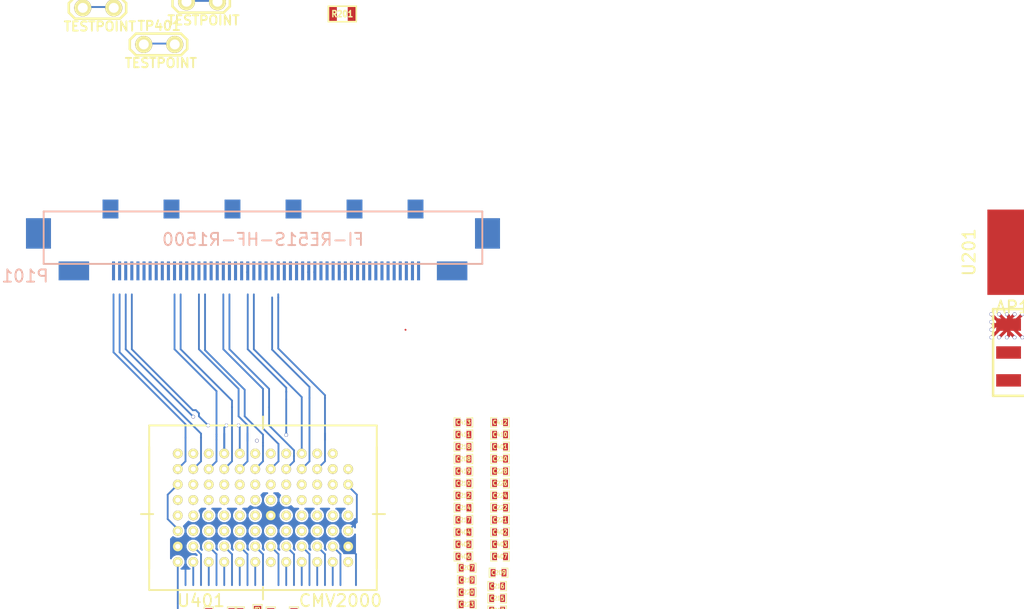
<source format=kicad_pcb>
(kicad_pcb (version 4) (host pcbnew "(2014-07-08 BZR 4987)-product")

  (general
    (links 169)
    (no_connects 153)
    (area 109 71.5 213 127)
    (thickness 1.6)
    (drawings 0)
    (tracks 388)
    (zones 0)
    (modules 52)
    (nets 92)
  )

  (page A4)
  (layers
    (0 F.Cu signal hide)
    (1 In1.Cu power)
    (2 In2.Cu power)
    (31 B.Cu signal)
    (32 B.Adhes user)
    (33 F.Adhes user hide)
    (34 B.Paste user)
    (35 F.Paste user)
    (36 B.SilkS user)
    (37 F.SilkS user)
    (38 B.Mask user)
    (39 F.Mask user)
    (40 Dwgs.User user)
    (41 Cmts.User user)
    (42 Eco1.User user)
    (43 Eco2.User user)
    (44 Edge.Cuts user)
    (45 Margin user)
  )

  (setup
    (last_trace_width 0.15)
    (user_trace_width 0.15)
    (trace_clearance 0.15)
    (zone_clearance 0.15)
    (zone_45_only no)
    (trace_min 0.15)
    (segment_width 0.2)
    (edge_width 0.1)
    (via_size 0.3)
    (via_drill 0.25)
    (via_min_size 0.3)
    (via_min_drill 0.25)
    (uvia_size 0.508)
    (uvia_drill 0.127)
    (uvias_allowed no)
    (uvia_min_size 0.508)
    (uvia_min_drill 0.127)
    (pcb_text_width 0.3)
    (pcb_text_size 1.5 1.5)
    (mod_edge_width 0.15)
    (mod_text_size 1 1)
    (mod_text_width 0.15)
    (pad_size 1.5 2.5)
    (pad_drill 0)
    (pad_to_mask_clearance 0)
    (aux_axis_origin 0 0)
    (visible_elements FFFFF77F)
    (pcbplotparams
      (layerselection 0x00030_80000001)
      (usegerberextensions false)
      (excludeedgelayer true)
      (linewidth 0.100000)
      (plotframeref false)
      (viasonmask false)
      (mode 1)
      (useauxorigin false)
      (hpglpennumber 1)
      (hpglpenspeed 20)
      (hpglpendiameter 15)
      (hpglpenoverlay 2)
      (psnegative false)
      (psa4output false)
      (plotreference true)
      (plotvalue true)
      (plotinvisibletext false)
      (padsonsilk false)
      (subtractmaskfromsilk false)
      (outputformat 1)
      (mirror false)
      (drillshape 1)
      (scaleselection 1)
      (outputdirectory ""))
  )

  (net 0 "")
  (net 1 GND)
  (net 2 /OMV2000/3.3V)
  (net 3 /OMV2000/2.0V)
  (net 4 /OMV2000/3.0V)
  (net 5 "Net-(C401-Pad2)")
  (net 6 "Net-(C402-Pad2)")
  (net 7 "Net-(C403-Pad2)")
  (net 8 "Net-(C404-Pad2)")
  (net 9 "Net-(C405-Pad2)")
  (net 10 "Net-(C406-Pad2)")
  (net 11 "Net-(C407-Pad2)")
  (net 12 "Net-(C408-Pad2)")
  (net 13 "Net-(C409-Pad2)")
  (net 14 "Net-(C410-Pad2)")
  (net 15 "Net-(C411-Pad2)")
  (net 16 "Net-(C412-Pad2)")
  (net 17 "Net-(C413-Pad2)")
  (net 18 "Net-(C414-Pad2)")
  (net 19 "Net-(C415-Pad2)")
  (net 20 "Net-(C416-Pad2)")
  (net 21 "Net-(C417-Pad2)")
  (net 22 "Net-(C418-Pad2)")
  (net 23 "Net-(C419-Pad2)")
  (net 24 /OMV2000/LVDS_1_N)
  (net 25 /OMV2000/LVDS_1_P)
  (net 26 /OMV2000/LVDS_2_N)
  (net 27 /OMV2000/LVDS_2_P)
  (net 28 /OMV2000/LVDS_3_N)
  (net 29 /OMV2000/LVDS_3_P)
  (net 30 /OMV2000/LVDS_4_N)
  (net 31 /OMV2000/LVDS_4_P)
  (net 32 /OMV2000/LVDS_5_N)
  (net 33 /OMV2000/LVDS_5_P)
  (net 34 /OMV2000/LVDS_6_P)
  (net 35 /OMV2000/LVDS_6_N)
  (net 36 /OMV2000/LVDS_7_N)
  (net 37 /OMV2000/LVDS_7_P)
  (net 38 /OMV2000/LVDS_8_N)
  (net 39 /OMV2000/LVDS_8_P)
  (net 40 /OMV2000/LVDS_9_N)
  (net 41 /OMV2000/LVDS_9_P)
  (net 42 /OMV2000/LVDS_10_N)
  (net 43 /OMV2000/LVDS_10_P)
  (net 44 /OMV2000/LVDS_11_N)
  (net 45 /OMV2000/LVDS_11_P)
  (net 46 /OMV2000/LVDS_12_N)
  (net 47 /OMV2000/LVDS_12_P)
  (net 48 /OMV2000/LVDS_13_N)
  (net 49 /OMV2000/LVDS_13_P)
  (net 50 /OMV2000/LVDS_14_P)
  (net 51 /OMV2000/LVDS_14_N)
  (net 52 /OMV2000/LVDS_15_N)
  (net 53 /OMV2000/LVDS_15_P)
  (net 54 /OMV2000/LVDS_16_N)
  (net 55 /OMV2000/LVDS_16_P)
  (net 56 /OMV2000/LVDS_CTR_N)
  (net 57 /OMV2000/LVDS_CTR_P)
  (net 58 /OMV2000/LVDS_CLK_OUT_N)
  (net 59 /OMV2000/LVDS_CLK_OUT_P)
  (net 60 "Net-(P101-Pad37)")
  (net 61 /OMV2000/FRAME_REQ)
  (net 62 /OMV2000/T_EXP1)
  (net 63 /OMV2000/T_EXP2)
  (net 64 /OMV2000/SYS_RES_N)
  (net 65 /OMV2000/SPI_IN)
  (net 66 /OMV2000/SPI_OUT)
  (net 67 /OMV2000/SPI_EN)
  (net 68 /OMV2000/SPI_CLK)
  (net 69 "Net-(P101-Pad46)")
  (net 70 "Net-(P101-Pad47)")
  (net 71 "Net-(P101-Pad48)")
  (net 72 "Net-(P101-Pad49)")
  (net 73 /OMV2000/LVDS_CLK_IN_N)
  (net 74 /OMV2000/LVDS_CLK_IN_P)
  (net 75 "Net-(P101-Pad52)")
  (net 76 "Net-(P101-Pad53)")
  (net 77 "Net-(P101-Pad54)")
  (net 78 "Net-(P101-Pad55)")
  (net 79 "Net-(P101-Pad56)")
  (net 80 "Net-(P101-Pad57)")
  (net 81 "Net-(P101-Pad58)")
  (net 82 "Net-(P101-Pad59)")
  (net 83 "Net-(P101-Pad60)")
  (net 84 "Net-(P101-Pad61)")
  (net 85 "Net-(TP401-Pad1)")
  (net 86 "Net-(TP402-Pad1)")
  (net 87 "Net-(TP403-Pad1)")
  (net 88 "/Power Supply/5V")
  (net 89 /OMV2000/CLK_IN)
  (net 90 "Net-(U401-PadF11)")
  (net 91 "Net-(U401-PadH12)")

  (net_class Default "This is the default net class."
    (clearance 0.15)
    (trace_width 0.15)
    (via_dia 0.3)
    (via_drill 0.25)
    (uvia_dia 0.508)
    (uvia_drill 0.127)
    (add_net /OMV2000/CLK_IN)
    (add_net /OMV2000/FRAME_REQ)
    (add_net /OMV2000/LVDS_10_N)
    (add_net /OMV2000/LVDS_10_P)
    (add_net /OMV2000/LVDS_11_N)
    (add_net /OMV2000/LVDS_11_P)
    (add_net /OMV2000/LVDS_12_N)
    (add_net /OMV2000/LVDS_12_P)
    (add_net /OMV2000/LVDS_13_N)
    (add_net /OMV2000/LVDS_13_P)
    (add_net /OMV2000/LVDS_14_N)
    (add_net /OMV2000/LVDS_14_P)
    (add_net /OMV2000/LVDS_15_N)
    (add_net /OMV2000/LVDS_15_P)
    (add_net /OMV2000/LVDS_16_N)
    (add_net /OMV2000/LVDS_16_P)
    (add_net /OMV2000/LVDS_1_N)
    (add_net /OMV2000/LVDS_1_P)
    (add_net /OMV2000/LVDS_2_N)
    (add_net /OMV2000/LVDS_2_P)
    (add_net /OMV2000/LVDS_3_N)
    (add_net /OMV2000/LVDS_3_P)
    (add_net /OMV2000/LVDS_4_N)
    (add_net /OMV2000/LVDS_4_P)
    (add_net /OMV2000/LVDS_5_N)
    (add_net /OMV2000/LVDS_5_P)
    (add_net /OMV2000/LVDS_6_N)
    (add_net /OMV2000/LVDS_6_P)
    (add_net /OMV2000/LVDS_7_N)
    (add_net /OMV2000/LVDS_7_P)
    (add_net /OMV2000/LVDS_8_N)
    (add_net /OMV2000/LVDS_8_P)
    (add_net /OMV2000/LVDS_9_N)
    (add_net /OMV2000/LVDS_9_P)
    (add_net /OMV2000/LVDS_CLK_IN_N)
    (add_net /OMV2000/LVDS_CLK_IN_P)
    (add_net /OMV2000/LVDS_CLK_OUT_N)
    (add_net /OMV2000/LVDS_CLK_OUT_P)
    (add_net /OMV2000/LVDS_CTR_N)
    (add_net /OMV2000/LVDS_CTR_P)
    (add_net /OMV2000/SPI_CLK)
    (add_net /OMV2000/SPI_EN)
    (add_net /OMV2000/SPI_IN)
    (add_net /OMV2000/SPI_OUT)
    (add_net /OMV2000/SYS_RES_N)
    (add_net /OMV2000/T_EXP1)
    (add_net /OMV2000/T_EXP2)
    (add_net "Net-(C401-Pad2)")
    (add_net "Net-(C402-Pad2)")
    (add_net "Net-(C403-Pad2)")
    (add_net "Net-(C404-Pad2)")
    (add_net "Net-(C405-Pad2)")
    (add_net "Net-(C406-Pad2)")
    (add_net "Net-(C407-Pad2)")
    (add_net "Net-(C408-Pad2)")
    (add_net "Net-(C409-Pad2)")
    (add_net "Net-(C410-Pad2)")
    (add_net "Net-(C411-Pad2)")
    (add_net "Net-(C412-Pad2)")
    (add_net "Net-(C413-Pad2)")
    (add_net "Net-(C414-Pad2)")
    (add_net "Net-(C415-Pad2)")
    (add_net "Net-(C416-Pad2)")
    (add_net "Net-(C417-Pad2)")
    (add_net "Net-(C418-Pad2)")
    (add_net "Net-(C419-Pad2)")
    (add_net "Net-(P1-PadD38)")
    (add_net "Net-(P101-Pad37)")
    (add_net "Net-(P101-Pad46)")
    (add_net "Net-(P101-Pad47)")
    (add_net "Net-(P101-Pad48)")
    (add_net "Net-(P101-Pad49)")
    (add_net "Net-(P101-Pad52)")
    (add_net "Net-(P101-Pad53)")
    (add_net "Net-(P101-Pad54)")
    (add_net "Net-(P101-Pad55)")
    (add_net "Net-(P101-Pad56)")
    (add_net "Net-(P101-Pad57)")
    (add_net "Net-(P101-Pad58)")
    (add_net "Net-(P101-Pad59)")
    (add_net "Net-(P101-Pad60)")
    (add_net "Net-(P101-Pad61)")
    (add_net "Net-(TP401-Pad1)")
    (add_net "Net-(TP402-Pad1)")
    (add_net "Net-(TP403-Pad1)")
    (add_net "Net-(U4-PadA9)")
    (add_net "Net-(U401-PadF11)")
    (add_net "Net-(U401-PadH12)")
  )

  (net_class Power ""
    (clearance 0.15)
    (trace_width 0.254)
    (via_dia 0.3)
    (via_drill 0.25)
    (uvia_dia 0.508)
    (uvia_drill 0.127)
    (add_net /OMV2000/2.0V)
    (add_net /OMV2000/3.0V)
    (add_net /OMV2000/3.3V)
    (add_net "/Power Supply/5V")
    (add_net 3.0V)
    (add_net GND)
  )

  (module owncomp:CMV2000 (layer F.Cu) (tedit 53C1C7AF) (tstamp 53C32A10)
    (at 130.81 115.57 180)
    (path /53C06B85/53C10138)
    (fp_text reference U401 (at 5.08 -7.62 180) (layer F.SilkS)
      (effects (font (size 1 1) (thickness 0.15)))
    )
    (fp_text value CMV2000 (at -6.35 -7.62 180) (layer F.SilkS)
      (effects (font (size 1 1) (thickness 0.15)))
    )
    (fp_line (start 0 6.48) (end 0 7.48) (layer F.SilkS) (width 0.15))
    (fp_line (start 0 -6.52) (end 0 -7.52) (layer F.SilkS) (width 0.15))
    (fp_line (start 9 -0.52) (end 10 -0.52) (layer F.SilkS) (width 0.15))
    (fp_line (start -9 -0.52) (end -10 -0.52) (layer F.SilkS) (width 0.15))
    (fp_line (start -9.325 -6.75) (end 9.325 -6.75) (layer F.SilkS) (width 0.15))
    (fp_line (start 9.325 -6.75) (end 9.325 6.75) (layer F.SilkS) (width 0.15))
    (fp_line (start 9.325 6.75) (end -9.325 6.75) (layer F.SilkS) (width 0.15))
    (fp_line (start -9.325 6.75) (end -9.325 -6.75) (layer F.SilkS) (width 0.15))
    (fp_line (start 9.325 -5) (end 9.325 5) (layer F.SilkS) (width 0.15))
    (fp_line (start -9.325 5) (end -9.325 -5) (layer F.SilkS) (width 0.15))
    (pad B1 thru_hole circle (at -6.985 3.175 180) (size 0.8 0.8) (drill 0.4) (layers *.Cu *.Mask F.SilkS)
      (net 56 /OMV2000/LVDS_CTR_N))
    (pad B2 thru_hole circle (at -5.715 3.175 180) (size 0.8 0.8) (drill 0.4) (layers *.Cu *.Mask F.SilkS)
      (net 57 /OMV2000/LVDS_CTR_P))
    (pad B3 thru_hole circle (at -4.445 3.175 180) (size 0.8 0.8) (drill 0.4) (layers *.Cu *.Mask F.SilkS)
      (net 30 /OMV2000/LVDS_4_N))
    (pad B4 thru_hole circle (at -3.175 3.175 180) (size 0.8 0.8) (drill 0.4) (layers *.Cu *.Mask F.SilkS)
      (net 31 /OMV2000/LVDS_4_P))
    (pad B5 thru_hole circle (at -1.905 3.175 180) (size 0.8 0.8) (drill 0.4) (layers *.Cu *.Mask F.SilkS)
      (net 36 /OMV2000/LVDS_7_N))
    (pad B6 thru_hole circle (at -0.635 3.175 180) (size 0.8 0.8) (drill 0.4) (layers *.Cu *.Mask F.SilkS)
      (net 37 /OMV2000/LVDS_7_P))
    (pad B7 thru_hole circle (at 0.635 3.175 180) (size 0.8 0.8) (drill 0.4) (layers *.Cu *.Mask F.SilkS)
      (net 42 /OMV2000/LVDS_10_N))
    (pad B8 thru_hole circle (at 1.905 3.175 180) (size 0.8 0.8) (drill 0.4) (layers *.Cu *.Mask F.SilkS)
      (net 43 /OMV2000/LVDS_10_P))
    (pad B9 thru_hole circle (at 3.175 3.175 180) (size 0.8 0.8) (drill 0.4) (layers *.Cu *.Mask F.SilkS)
      (net 48 /OMV2000/LVDS_13_N))
    (pad B10 thru_hole circle (at 4.445 3.175 180) (size 0.8 0.8) (drill 0.4) (layers *.Cu *.Mask F.SilkS)
      (net 49 /OMV2000/LVDS_13_P))
    (pad B11 thru_hole circle (at 5.715 3.175 180) (size 0.8 0.8) (drill 0.4) (layers *.Cu *.Mask F.SilkS)
      (net 58 /OMV2000/LVDS_CLK_OUT_N))
    (pad B12 thru_hole circle (at 6.985 3.175 180) (size 0.8 0.8) (drill 0.4) (layers *.Cu *.Mask F.SilkS)
      (net 59 /OMV2000/LVDS_CLK_OUT_P))
    (pad A12 thru_hole circle (at 6.985 4.445 180) (size 0.8 0.8) (drill 0.4) (layers *.Cu *.Mask F.SilkS)
      (net 1 GND))
    (pad A2 thru_hole circle (at -5.715 4.445 180) (size 0.8 0.8) (drill 0.4) (layers *.Cu *.Mask F.SilkS)
      (net 26 /OMV2000/LVDS_2_N))
    (pad A3 thru_hole circle (at -4.445 4.445 180) (size 0.8 0.8) (drill 0.4) (layers *.Cu *.Mask F.SilkS)
      (net 27 /OMV2000/LVDS_2_P))
    (pad A4 thru_hole circle (at -3.175 4.445 180) (size 0.8 0.8) (drill 0.4) (layers *.Cu *.Mask F.SilkS)
      (net 32 /OMV2000/LVDS_5_N))
    (pad A5 thru_hole circle (at -1.905 4.445 180) (size 0.8 0.8) (drill 0.4) (layers *.Cu *.Mask F.SilkS)
      (net 33 /OMV2000/LVDS_5_P))
    (pad A6 thru_hole circle (at -0.635 4.445 180) (size 0.8 0.8) (drill 0.4) (layers *.Cu *.Mask F.SilkS)
      (net 1 GND))
    (pad A7 thru_hole circle (at 0.635 4.445 180) (size 0.8 0.8) (drill 0.4) (layers *.Cu *.Mask F.SilkS)
      (net 3 /OMV2000/2.0V))
    (pad A9 thru_hole circle (at 3.175 4.445 180) (size 0.8 0.8) (drill 0.4) (layers *.Cu *.Mask F.SilkS)
      (net 47 /OMV2000/LVDS_12_P))
    (pad A8 thru_hole circle (at 1.905 4.445 180) (size 0.8 0.8) (drill 0.4) (layers *.Cu *.Mask F.SilkS)
      (net 46 /OMV2000/LVDS_12_N))
    (pad A10 thru_hole circle (at 4.445 4.445 180) (size 0.8 0.8) (drill 0.4) (layers *.Cu *.Mask F.SilkS)
      (net 52 /OMV2000/LVDS_15_N))
    (pad A11 thru_hole circle (at 5.715 4.445 180) (size 0.8 0.8) (drill 0.4) (layers *.Cu *.Mask F.SilkS)
      (net 53 /OMV2000/LVDS_15_P))
    (pad C1 thru_hole circle (at -6.985 1.905 180) (size 0.8 0.8) (drill 0.4) (layers *.Cu *.Mask F.SilkS)
      (net 1 GND))
    (pad C2 thru_hole circle (at -5.715 1.905 180) (size 0.8 0.8) (drill 0.4) (layers *.Cu *.Mask F.SilkS)
      (net 24 /OMV2000/LVDS_1_N))
    (pad C3 thru_hole circle (at -4.445 1.905 180) (size 0.8 0.8) (drill 0.4) (layers *.Cu *.Mask F.SilkS)
      (net 25 /OMV2000/LVDS_1_P))
    (pad C4 thru_hole circle (at -3.175 1.905 180) (size 0.8 0.8) (drill 0.4) (layers *.Cu *.Mask F.SilkS)
      (net 35 /OMV2000/LVDS_6_N))
    (pad C5 thru_hole circle (at -1.905 1.905 180) (size 0.8 0.8) (drill 0.4) (layers *.Cu *.Mask F.SilkS)
      (net 34 /OMV2000/LVDS_6_P))
    (pad C7 thru_hole circle (at 0.635 1.905 180) (size 0.8 0.8) (drill 0.4) (layers *.Cu *.Mask F.SilkS)
      (net 3 /OMV2000/2.0V))
    (pad C6 thru_hole circle (at -0.635 1.905 180) (size 0.8 0.8) (drill 0.4) (layers *.Cu *.Mask F.SilkS)
      (net 1 GND))
    (pad C8 thru_hole circle (at 1.905 1.905 180) (size 0.8 0.8) (drill 0.4) (layers *.Cu *.Mask F.SilkS)
      (net 44 /OMV2000/LVDS_11_N))
    (pad C9 thru_hole circle (at 3.175 1.905 180) (size 0.8 0.8) (drill 0.4) (layers *.Cu *.Mask F.SilkS)
      (net 45 /OMV2000/LVDS_11_P))
    (pad C10 thru_hole circle (at 4.445 1.905 180) (size 0.8 0.8) (drill 0.4) (layers *.Cu *.Mask F.SilkS)
      (net 54 /OMV2000/LVDS_16_N))
    (pad C11 thru_hole circle (at 5.715 1.905 180) (size 0.8 0.8) (drill 0.4) (layers *.Cu *.Mask F.SilkS)
      (net 55 /OMV2000/LVDS_16_P))
    (pad C12 thru_hole circle (at 6.985 1.905 180) (size 0.8 0.8) (drill 0.4) (layers *.Cu *.Mask F.SilkS)
      (net 1 GND))
    (pad D1 thru_hole circle (at -6.985 0.635 180) (size 0.8 0.8) (drill 0.4) (layers *.Cu *.Mask F.SilkS)
      (net 74 /OMV2000/LVDS_CLK_IN_P))
    (pad D2 thru_hole circle (at -5.715 0.635 180) (size 0.8 0.8) (drill 0.4) (layers *.Cu *.Mask F.SilkS)
      (net 73 /OMV2000/LVDS_CLK_IN_N))
    (pad D3 thru_hole circle (at -4.445 0.635 180) (size 0.8 0.8) (drill 0.4) (layers *.Cu *.Mask F.SilkS)
      (net 28 /OMV2000/LVDS_3_N))
    (pad D4 thru_hole circle (at -3.175 0.635 180) (size 0.8 0.8) (drill 0.4) (layers *.Cu *.Mask F.SilkS)
      (net 29 /OMV2000/LVDS_3_P))
    (pad D5 thru_hole circle (at -1.905 0.635 180) (size 0.8 0.8) (drill 0.4) (layers *.Cu *.Mask F.SilkS)
      (net 38 /OMV2000/LVDS_8_N))
    (pad D6 thru_hole circle (at -0.635 0.635 180) (size 0.8 0.8) (drill 0.4) (layers *.Cu *.Mask F.SilkS)
      (net 39 /OMV2000/LVDS_8_P))
    (pad D7 thru_hole circle (at 0.635 0.635 180) (size 0.8 0.8) (drill 0.4) (layers *.Cu *.Mask F.SilkS)
      (net 40 /OMV2000/LVDS_9_N))
    (pad D8 thru_hole circle (at 1.905 0.635 180) (size 0.8 0.8) (drill 0.4) (layers *.Cu *.Mask F.SilkS)
      (net 41 /OMV2000/LVDS_9_P))
    (pad D9 thru_hole circle (at 3.175 0.635 180) (size 0.8 0.8) (drill 0.4) (layers *.Cu *.Mask F.SilkS)
      (net 51 /OMV2000/LVDS_14_N))
    (pad D10 thru_hole circle (at 4.445 0.635 180) (size 0.8 0.8) (drill 0.4) (layers *.Cu *.Mask F.SilkS)
      (net 50 /OMV2000/LVDS_14_P))
    (pad D11 thru_hole circle (at 5.715 0.635 180) (size 0.8 0.8) (drill 0.4) (layers *.Cu *.Mask F.SilkS)
      (net 9 "Net-(C405-Pad2)"))
    (pad D12 thru_hole circle (at 6.985 0.635 180) (size 0.8 0.8) (drill 0.4) (layers *.Cu *.Mask F.SilkS)
      (net 17 "Net-(C413-Pad2)"))
    (pad E1 thru_hole circle (at -6.985 -0.635 180) (size 0.8 0.8) (drill 0.4) (layers *.Cu *.Mask F.SilkS)
      (net 89 /OMV2000/CLK_IN))
    (pad E2 thru_hole circle (at -5.715 -0.635 180) (size 0.8 0.8) (drill 0.4) (layers *.Cu *.Mask F.SilkS)
      (net 2 /OMV2000/3.3V))
    (pad E3 thru_hole circle (at -4.445 -0.635 180) (size 0.8 0.8) (drill 0.4) (layers *.Cu *.Mask F.SilkS)
      (net 1 GND))
    (pad E4 thru_hole circle (at -3.175 -0.635 180) (size 0.8 0.8) (drill 0.4) (layers *.Cu *.Mask F.SilkS)
      (net 3 /OMV2000/2.0V))
    (pad E6 thru_hole circle (at -0.635 -0.635 180) (size 0.8 0.8) (drill 0.4) (layers *.Cu *.Mask F.SilkS)
      (net 4 /OMV2000/3.0V))
    (pad E5 thru_hole circle (at -1.905 -0.635 180) (size 0.8 0.8) (drill 0.4) (layers *.Cu *.Mask F.SilkS)
      (net 1 GND))
    (pad E7 thru_hole circle (at 0.635 -0.635 180) (size 0.8 0.8) (drill 0.4) (layers *.Cu *.Mask F.SilkS)
      (net 3 /OMV2000/2.0V))
    (pad E8 thru_hole circle (at 1.905 -0.635 180) (size 0.8 0.8) (drill 0.4) (layers *.Cu *.Mask F.SilkS)
      (net 3 /OMV2000/2.0V))
    (pad E9 thru_hole circle (at 3.175 -0.635 180) (size 0.8 0.8) (drill 0.4) (layers *.Cu *.Mask F.SilkS)
      (net 1 GND))
    (pad E10 thru_hole circle (at 4.445 -0.635 180) (size 0.8 0.8) (drill 0.4) (layers *.Cu *.Mask F.SilkS)
      (net 10 "Net-(C406-Pad2)"))
    (pad E11 thru_hole circle (at 5.715 -0.635 180) (size 0.8 0.8) (drill 0.4) (layers *.Cu *.Mask F.SilkS)
      (net 18 "Net-(C414-Pad2)"))
    (pad E12 thru_hole circle (at 6.985 -0.635 180) (size 0.8 0.8) (drill 0.4) (layers *.Cu *.Mask F.SilkS)
      (net 11 "Net-(C407-Pad2)"))
    (pad F1 thru_hole circle (at -6.985 -1.905 180) (size 0.8 0.8) (drill 0.4) (layers *.Cu *.Mask F.SilkS)
      (net 1 GND))
    (pad F2 thru_hole circle (at -5.715 -1.905 180) (size 0.8 0.8) (drill 0.4) (layers *.Cu *.Mask F.SilkS)
      (net 61 /OMV2000/FRAME_REQ))
    (pad F5 thru_hole circle (at -1.905 -1.905 180) (size 0.8 0.8) (drill 0.4) (layers *.Cu *.Mask F.SilkS)
      (net 7 "Net-(C403-Pad2)"))
    (pad F3 thru_hole circle (at -4.445 -1.905 180) (size 0.8 0.8) (drill 0.4) (layers *.Cu *.Mask F.SilkS)
      (net 65 /OMV2000/SPI_IN))
    (pad F4 thru_hole circle (at -3.175 -1.905 180) (size 0.8 0.8) (drill 0.4) (layers *.Cu *.Mask F.SilkS)
      (net 66 /OMV2000/SPI_OUT))
    (pad F6 thru_hole circle (at -0.635 -1.905 180) (size 0.8 0.8) (drill 0.4) (layers *.Cu *.Mask F.SilkS)
      (net 19 "Net-(C415-Pad2)"))
    (pad F7 thru_hole circle (at 0.635 -1.905 180) (size 0.8 0.8) (drill 0.4) (layers *.Cu *.Mask F.SilkS)
      (net 2 /OMV2000/3.3V))
    (pad F8 thru_hole circle (at 1.905 -1.905 180) (size 0.8 0.8) (drill 0.4) (layers *.Cu *.Mask F.SilkS)
      (net 12 "Net-(C408-Pad2)"))
    (pad F9 thru_hole circle (at 3.175 -1.905 180) (size 0.8 0.8) (drill 0.4) (layers *.Cu *.Mask F.SilkS)
      (net 20 "Net-(C416-Pad2)"))
    (pad F10 thru_hole circle (at 4.445 -1.905 180) (size 0.8 0.8) (drill 0.4) (layers *.Cu *.Mask F.SilkS)
      (net 5 "Net-(C401-Pad2)"))
    (pad F11 thru_hole circle (at 5.715 -1.905 180) (size 0.8 0.8) (drill 0.4) (layers *.Cu *.Mask F.SilkS)
      (net 90 "Net-(U401-PadF11)"))
    (pad F12 thru_hole circle (at 6.985 -1.905 180) (size 0.8 0.8) (drill 0.4) (layers *.Cu *.Mask F.SilkS)
      (net 1 GND))
    (pad G1 thru_hole circle (at -6.985 -3.175 180) (size 0.8 0.8) (drill 0.4) (layers *.Cu *.Mask F.SilkS)
      (net 4 /OMV2000/3.0V))
    (pad G2 thru_hole circle (at -5.715 -3.175 180) (size 0.8 0.8) (drill 0.4) (layers *.Cu *.Mask F.SilkS)
      (net 86 "Net-(TP402-Pad1)"))
    (pad G3 thru_hole circle (at -4.445 -3.175 180) (size 0.8 0.8) (drill 0.4) (layers *.Cu *.Mask F.SilkS)
      (net 63 /OMV2000/T_EXP2))
    (pad G4 thru_hole circle (at -3.175 -3.175 180) (size 0.8 0.8) (drill 0.4) (layers *.Cu *.Mask F.SilkS)
      (net 67 /OMV2000/SPI_EN))
    (pad G5 thru_hole circle (at -1.905 -3.175 180) (size 0.8 0.8) (drill 0.4) (layers *.Cu *.Mask F.SilkS)
      (net 8 "Net-(C404-Pad2)"))
    (pad G6 thru_hole circle (at -0.635 -3.175 180) (size 0.8 0.8) (drill 0.4) (layers *.Cu *.Mask F.SilkS)
      (net 13 "Net-(C409-Pad2)"))
    (pad G7 thru_hole circle (at 0.635 -3.175 180) (size 0.8 0.8) (drill 0.4) (layers *.Cu *.Mask F.SilkS)
      (net 87 "Net-(TP403-Pad1)"))
    (pad G8 thru_hole circle (at 1.905 -3.175 180) (size 0.8 0.8) (drill 0.4) (layers *.Cu *.Mask F.SilkS)
      (net 1 GND))
    (pad G9 thru_hole circle (at 3.175 -3.175 180) (size 0.8 0.8) (drill 0.4) (layers *.Cu *.Mask F.SilkS)
      (net 21 "Net-(C417-Pad2)"))
    (pad G11 thru_hole circle (at 5.715 -3.175 180) (size 0.8 0.8) (drill 0.4) (layers *.Cu *.Mask F.SilkS)
      (net 14 "Net-(C410-Pad2)"))
    (pad G10 thru_hole circle (at 4.445 -3.175 180) (size 0.8 0.8) (drill 0.4) (layers *.Cu *.Mask F.SilkS)
      (net 6 "Net-(C402-Pad2)"))
    (pad G12 thru_hole circle (at 6.985 -3.175 180) (size 0.8 0.8) (drill 0.4) (layers *.Cu *.Mask F.SilkS)
      (net 4 /OMV2000/3.0V))
    (pad H1 thru_hole circle (at -6.985 -4.445 180) (size 0.8 0.8) (drill 0.4) (layers *.Cu *.Mask F.SilkS)
      (net 2 /OMV2000/3.3V))
    (pad H2 thru_hole circle (at -5.715 -4.445 180) (size 0.8 0.8) (drill 0.4) (layers *.Cu *.Mask F.SilkS)
      (net 85 "Net-(TP401-Pad1)"))
    (pad H3 thru_hole circle (at -4.445 -4.445 180) (size 0.8 0.8) (drill 0.4) (layers *.Cu *.Mask F.SilkS)
      (net 62 /OMV2000/T_EXP1))
    (pad H4 thru_hole circle (at -3.175 -4.445 180) (size 0.8 0.8) (drill 0.4) (layers *.Cu *.Mask F.SilkS)
      (net 68 /OMV2000/SPI_CLK))
    (pad H5 thru_hole circle (at -1.905 -4.445 180) (size 0.8 0.8) (drill 0.4) (layers *.Cu *.Mask F.SilkS)
      (net 64 /OMV2000/SYS_RES_N))
    (pad H6 thru_hole circle (at -0.635 -4.445 180) (size 0.8 0.8) (drill 0.4) (layers *.Cu *.Mask F.SilkS)
      (net 2 /OMV2000/3.3V))
    (pad H7 thru_hole circle (at 0.635 -4.445 180) (size 0.8 0.8) (drill 0.4) (layers *.Cu *.Mask F.SilkS)
      (net 1 GND))
    (pad H8 thru_hole circle (at 1.905 -4.445 180) (size 0.8 0.8) (drill 0.4) (layers *.Cu *.Mask F.SilkS)
      (net 22 "Net-(C418-Pad2)"))
    (pad H9 thru_hole circle (at 3.175 -4.445 180) (size 0.8 0.8) (drill 0.4) (layers *.Cu *.Mask F.SilkS)
      (net 15 "Net-(C411-Pad2)"))
    (pad H10 thru_hole circle (at 4.445 -4.445 180) (size 0.8 0.8) (drill 0.4) (layers *.Cu *.Mask F.SilkS)
      (net 23 "Net-(C419-Pad2)"))
    (pad H11 thru_hole circle (at 5.715 -4.445 180) (size 0.8 0.8) (drill 0.4) (layers *.Cu *.Mask F.SilkS)
      (net 16 "Net-(C412-Pad2)"))
    (pad H12 thru_hole circle (at 6.985 -4.445 180) (size 0.8 0.8) (drill 0.4) (layers *.Cu *.Mask F.SilkS)
      (net 91 "Net-(U401-PadH12)"))
  )

  (module SMD_Packages:SM0402_c (layer F.Cu) (tedit 53C32575) (tstamp 53C327A2)
    (at 147.2375 111.57)
    (path /53C06B85/53C5685C)
    (attr smd)
    (fp_text reference C208 (at 0 0) (layer F.SilkS)
      (effects (font (size 0.35052 0.3048) (thickness 0.07112)))
    )
    (fp_text value 100n (at 0.09906 0) (layer F.SilkS) hide
      (effects (font (size 0.35052 0.3048) (thickness 0.07112)))
    )
    (fp_line (start -0.254 -0.381) (end -0.762 -0.381) (layer F.SilkS) (width 0.07112))
    (fp_line (start -0.762 -0.381) (end -0.762 0.381) (layer F.SilkS) (width 0.07112))
    (fp_line (start -0.762 0.381) (end -0.254 0.381) (layer F.SilkS) (width 0.07112))
    (fp_line (start 0.254 -0.381) (end 0.762 -0.381) (layer F.SilkS) (width 0.07112))
    (fp_line (start 0.762 -0.381) (end 0.762 0.381) (layer F.SilkS) (width 0.07112))
    (fp_line (start 0.762 0.381) (end 0.254 0.381) (layer F.SilkS) (width 0.07112))
    (pad 1 smd rect (at -0.44958 0) (size 0.39878 0.59944) (layers F.Cu F.Paste F.Mask)
      (net 1 GND))
    (pad 2 smd rect (at 0.44958 0) (size 0.39878 0.59944) (layers F.Cu F.Paste F.Mask)
      (net 2 /OMV2000/3.3V))
    (model smd/capacitors/C0402.wrl
      (at (xyz 0 0 0))
      (scale (xyz 0.27 0.27 0.27))
      (rotate (xyz 0 0 0))
    )
  )

  (module SMD_Packages:SM0402_c (layer F.Cu) (tedit 53C32575) (tstamp 53C327AE)
    (at 147.2375 113.57)
    (path /53C06B85/53C56868)
    (attr smd)
    (fp_text reference C210 (at 0 0) (layer F.SilkS)
      (effects (font (size 0.35052 0.3048) (thickness 0.07112)))
    )
    (fp_text value 100n (at 0.09906 0) (layer F.SilkS) hide
      (effects (font (size 0.35052 0.3048) (thickness 0.07112)))
    )
    (fp_line (start -0.254 -0.381) (end -0.762 -0.381) (layer F.SilkS) (width 0.07112))
    (fp_line (start -0.762 -0.381) (end -0.762 0.381) (layer F.SilkS) (width 0.07112))
    (fp_line (start -0.762 0.381) (end -0.254 0.381) (layer F.SilkS) (width 0.07112))
    (fp_line (start 0.254 -0.381) (end 0.762 -0.381) (layer F.SilkS) (width 0.07112))
    (fp_line (start 0.762 -0.381) (end 0.762 0.381) (layer F.SilkS) (width 0.07112))
    (fp_line (start 0.762 0.381) (end 0.254 0.381) (layer F.SilkS) (width 0.07112))
    (pad 1 smd rect (at -0.44958 0) (size 0.39878 0.59944) (layers F.Cu F.Paste F.Mask)
      (net 1 GND))
    (pad 2 smd rect (at 0.44958 0) (size 0.39878 0.59944) (layers F.Cu F.Paste F.Mask)
      (net 3 /OMV2000/2.0V))
    (model smd/capacitors/C0402.wrl
      (at (xyz 0 0 0))
      (scale (xyz 0.27 0.27 0.27))
      (rotate (xyz 0 0 0))
    )
  )

  (module SMD_Packages:SM0402_c (layer F.Cu) (tedit 53C32575) (tstamp 53C327BA)
    (at 147.2375 114.57)
    (path /53C06B85/53C56874)
    (attr smd)
    (fp_text reference C212 (at 0 0) (layer F.SilkS)
      (effects (font (size 0.35052 0.3048) (thickness 0.07112)))
    )
    (fp_text value 100n (at 0.09906 0) (layer F.SilkS) hide
      (effects (font (size 0.35052 0.3048) (thickness 0.07112)))
    )
    (fp_line (start -0.254 -0.381) (end -0.762 -0.381) (layer F.SilkS) (width 0.07112))
    (fp_line (start -0.762 -0.381) (end -0.762 0.381) (layer F.SilkS) (width 0.07112))
    (fp_line (start -0.762 0.381) (end -0.254 0.381) (layer F.SilkS) (width 0.07112))
    (fp_line (start 0.254 -0.381) (end 0.762 -0.381) (layer F.SilkS) (width 0.07112))
    (fp_line (start 0.762 -0.381) (end 0.762 0.381) (layer F.SilkS) (width 0.07112))
    (fp_line (start 0.762 0.381) (end 0.254 0.381) (layer F.SilkS) (width 0.07112))
    (pad 1 smd rect (at -0.44958 0) (size 0.39878 0.59944) (layers F.Cu F.Paste F.Mask)
      (net 1 GND))
    (pad 2 smd rect (at 0.44958 0) (size 0.39878 0.59944) (layers F.Cu F.Paste F.Mask)
      (net 3 /OMV2000/2.0V))
    (model smd/capacitors/C0402.wrl
      (at (xyz 0 0 0))
      (scale (xyz 0.27 0.27 0.27))
      (rotate (xyz 0 0 0))
    )
  )

  (module SMD_Packages:SM0402_c (layer F.Cu) (tedit 53C32575) (tstamp 53C327C6)
    (at 147.2375 115.57)
    (path /53C06B85/53C56880)
    (attr smd)
    (fp_text reference C214 (at 0 0) (layer F.SilkS)
      (effects (font (size 0.35052 0.3048) (thickness 0.07112)))
    )
    (fp_text value 100n (at 0.09906 0) (layer F.SilkS) hide
      (effects (font (size 0.35052 0.3048) (thickness 0.07112)))
    )
    (fp_line (start -0.254 -0.381) (end -0.762 -0.381) (layer F.SilkS) (width 0.07112))
    (fp_line (start -0.762 -0.381) (end -0.762 0.381) (layer F.SilkS) (width 0.07112))
    (fp_line (start -0.762 0.381) (end -0.254 0.381) (layer F.SilkS) (width 0.07112))
    (fp_line (start 0.254 -0.381) (end 0.762 -0.381) (layer F.SilkS) (width 0.07112))
    (fp_line (start 0.762 -0.381) (end 0.762 0.381) (layer F.SilkS) (width 0.07112))
    (fp_line (start 0.762 0.381) (end 0.254 0.381) (layer F.SilkS) (width 0.07112))
    (pad 1 smd rect (at -0.44958 0) (size 0.39878 0.59944) (layers F.Cu F.Paste F.Mask)
      (net 1 GND))
    (pad 2 smd rect (at 0.44958 0) (size 0.39878 0.59944) (layers F.Cu F.Paste F.Mask)
      (net 3 /OMV2000/2.0V))
    (model smd/capacitors/C0402.wrl
      (at (xyz 0 0 0))
      (scale (xyz 0.27 0.27 0.27))
      (rotate (xyz 0 0 0))
    )
  )

  (module SMD_Packages:SM0402_c (layer F.Cu) (tedit 53C32575) (tstamp 53C327D2)
    (at 147.2375 116.57)
    (path /53C06B85/53C5C358)
    (attr smd)
    (fp_text reference C217 (at 0 0) (layer F.SilkS)
      (effects (font (size 0.35052 0.3048) (thickness 0.07112)))
    )
    (fp_text value 100n (at 0.09906 0) (layer F.SilkS) hide
      (effects (font (size 0.35052 0.3048) (thickness 0.07112)))
    )
    (fp_line (start -0.254 -0.381) (end -0.762 -0.381) (layer F.SilkS) (width 0.07112))
    (fp_line (start -0.762 -0.381) (end -0.762 0.381) (layer F.SilkS) (width 0.07112))
    (fp_line (start -0.762 0.381) (end -0.254 0.381) (layer F.SilkS) (width 0.07112))
    (fp_line (start 0.254 -0.381) (end 0.762 -0.381) (layer F.SilkS) (width 0.07112))
    (fp_line (start 0.762 -0.381) (end 0.762 0.381) (layer F.SilkS) (width 0.07112))
    (fp_line (start 0.762 0.381) (end 0.254 0.381) (layer F.SilkS) (width 0.07112))
    (pad 1 smd rect (at -0.44958 0) (size 0.39878 0.59944) (layers F.Cu F.Paste F.Mask)
      (net 1 GND))
    (pad 2 smd rect (at 0.44958 0) (size 0.39878 0.59944) (layers F.Cu F.Paste F.Mask)
      (net 2 /OMV2000/3.3V))
    (model smd/capacitors/C0402.wrl
      (at (xyz 0 0 0))
      (scale (xyz 0.27 0.27 0.27))
      (rotate (xyz 0 0 0))
    )
  )

  (module SMD_Packages:SM0402_c (layer F.Cu) (tedit 53C32575) (tstamp 53C327DE)
    (at 147.2375 110.57)
    (path /53C06B85/53C5688C)
    (attr smd)
    (fp_text reference C218 (at 0 0) (layer F.SilkS)
      (effects (font (size 0.35052 0.3048) (thickness 0.07112)))
    )
    (fp_text value 100n (at 0.09906 0) (layer F.SilkS) hide
      (effects (font (size 0.35052 0.3048) (thickness 0.07112)))
    )
    (fp_line (start -0.254 -0.381) (end -0.762 -0.381) (layer F.SilkS) (width 0.07112))
    (fp_line (start -0.762 -0.381) (end -0.762 0.381) (layer F.SilkS) (width 0.07112))
    (fp_line (start -0.762 0.381) (end -0.254 0.381) (layer F.SilkS) (width 0.07112))
    (fp_line (start 0.254 -0.381) (end 0.762 -0.381) (layer F.SilkS) (width 0.07112))
    (fp_line (start 0.762 -0.381) (end 0.762 0.381) (layer F.SilkS) (width 0.07112))
    (fp_line (start 0.762 0.381) (end 0.254 0.381) (layer F.SilkS) (width 0.07112))
    (pad 1 smd rect (at -0.44958 0) (size 0.39878 0.59944) (layers F.Cu F.Paste F.Mask)
      (net 1 GND))
    (pad 2 smd rect (at 0.44958 0) (size 0.39878 0.59944) (layers F.Cu F.Paste F.Mask)
      (net 3 /OMV2000/2.0V))
    (model smd/capacitors/C0402.wrl
      (at (xyz 0 0 0))
      (scale (xyz 0.27 0.27 0.27))
      (rotate (xyz 0 0 0))
    )
  )

  (module SMD_Packages:SM0402_c (layer F.Cu) (tedit 53C32575) (tstamp 53C327EA)
    (at 150.2375 116.57)
    (path /53C06B85/53C5C364)
    (attr smd)
    (fp_text reference C221 (at 0 0) (layer F.SilkS)
      (effects (font (size 0.35052 0.3048) (thickness 0.07112)))
    )
    (fp_text value 100n (at 0.09906 0) (layer F.SilkS) hide
      (effects (font (size 0.35052 0.3048) (thickness 0.07112)))
    )
    (fp_line (start -0.254 -0.381) (end -0.762 -0.381) (layer F.SilkS) (width 0.07112))
    (fp_line (start -0.762 -0.381) (end -0.762 0.381) (layer F.SilkS) (width 0.07112))
    (fp_line (start -0.762 0.381) (end -0.254 0.381) (layer F.SilkS) (width 0.07112))
    (fp_line (start 0.254 -0.381) (end 0.762 -0.381) (layer F.SilkS) (width 0.07112))
    (fp_line (start 0.762 -0.381) (end 0.762 0.381) (layer F.SilkS) (width 0.07112))
    (fp_line (start 0.762 0.381) (end 0.254 0.381) (layer F.SilkS) (width 0.07112))
    (pad 1 smd rect (at -0.44958 0) (size 0.39878 0.59944) (layers F.Cu F.Paste F.Mask)
      (net 1 GND))
    (pad 2 smd rect (at 0.44958 0) (size 0.39878 0.59944) (layers F.Cu F.Paste F.Mask)
      (net 2 /OMV2000/3.3V))
    (model smd/capacitors/C0402.wrl
      (at (xyz 0 0 0))
      (scale (xyz 0.27 0.27 0.27))
      (rotate (xyz 0 0 0))
    )
  )

  (module SMD_Packages:SM0402_c (layer F.Cu) (tedit 53C32575) (tstamp 53C327F6)
    (at 150.2375 115.57)
    (path /53C06B85/53C56898)
    (attr smd)
    (fp_text reference C222 (at 0 0) (layer F.SilkS)
      (effects (font (size 0.35052 0.3048) (thickness 0.07112)))
    )
    (fp_text value 100n (at 0.09906 0) (layer F.SilkS) hide
      (effects (font (size 0.35052 0.3048) (thickness 0.07112)))
    )
    (fp_line (start -0.254 -0.381) (end -0.762 -0.381) (layer F.SilkS) (width 0.07112))
    (fp_line (start -0.762 -0.381) (end -0.762 0.381) (layer F.SilkS) (width 0.07112))
    (fp_line (start -0.762 0.381) (end -0.254 0.381) (layer F.SilkS) (width 0.07112))
    (fp_line (start 0.254 -0.381) (end 0.762 -0.381) (layer F.SilkS) (width 0.07112))
    (fp_line (start 0.762 -0.381) (end 0.762 0.381) (layer F.SilkS) (width 0.07112))
    (fp_line (start 0.762 0.381) (end 0.254 0.381) (layer F.SilkS) (width 0.07112))
    (pad 1 smd rect (at -0.44958 0) (size 0.39878 0.59944) (layers F.Cu F.Paste F.Mask)
      (net 1 GND))
    (pad 2 smd rect (at 0.44958 0) (size 0.39878 0.59944) (layers F.Cu F.Paste F.Mask)
      (net 3 /OMV2000/2.0V))
    (model smd/capacitors/C0402.wrl
      (at (xyz 0 0 0))
      (scale (xyz 0.27 0.27 0.27))
      (rotate (xyz 0 0 0))
    )
  )

  (module SMD_Packages:SM0402_c (layer F.Cu) (tedit 53C32575) (tstamp 53C32802)
    (at 150.2375 114.57)
    (path /53C06B85/53C5C370)
    (attr smd)
    (fp_text reference C224 (at 0 0) (layer F.SilkS)
      (effects (font (size 0.35052 0.3048) (thickness 0.07112)))
    )
    (fp_text value 100n (at 0.09906 0) (layer F.SilkS) hide
      (effects (font (size 0.35052 0.3048) (thickness 0.07112)))
    )
    (fp_line (start -0.254 -0.381) (end -0.762 -0.381) (layer F.SilkS) (width 0.07112))
    (fp_line (start -0.762 -0.381) (end -0.762 0.381) (layer F.SilkS) (width 0.07112))
    (fp_line (start -0.762 0.381) (end -0.254 0.381) (layer F.SilkS) (width 0.07112))
    (fp_line (start 0.254 -0.381) (end 0.762 -0.381) (layer F.SilkS) (width 0.07112))
    (fp_line (start 0.762 -0.381) (end 0.762 0.381) (layer F.SilkS) (width 0.07112))
    (fp_line (start 0.762 0.381) (end 0.254 0.381) (layer F.SilkS) (width 0.07112))
    (pad 1 smd rect (at -0.44958 0) (size 0.39878 0.59944) (layers F.Cu F.Paste F.Mask)
      (net 1 GND))
    (pad 2 smd rect (at 0.44958 0) (size 0.39878 0.59944) (layers F.Cu F.Paste F.Mask)
      (net 2 /OMV2000/3.3V))
    (model smd/capacitors/C0402.wrl
      (at (xyz 0 0 0))
      (scale (xyz 0.27 0.27 0.27))
      (rotate (xyz 0 0 0))
    )
  )

  (module SMD_Packages:SM0402_c (layer F.Cu) (tedit 53C32575) (tstamp 53C3280E)
    (at 150.2375 113.57)
    (path /53C06B85/53C5C37C)
    (attr smd)
    (fp_text reference C226 (at 0 0) (layer F.SilkS)
      (effects (font (size 0.35052 0.3048) (thickness 0.07112)))
    )
    (fp_text value 100n (at 0.09906 0) (layer F.SilkS) hide
      (effects (font (size 0.35052 0.3048) (thickness 0.07112)))
    )
    (fp_line (start -0.254 -0.381) (end -0.762 -0.381) (layer F.SilkS) (width 0.07112))
    (fp_line (start -0.762 -0.381) (end -0.762 0.381) (layer F.SilkS) (width 0.07112))
    (fp_line (start -0.762 0.381) (end -0.254 0.381) (layer F.SilkS) (width 0.07112))
    (fp_line (start 0.254 -0.381) (end 0.762 -0.381) (layer F.SilkS) (width 0.07112))
    (fp_line (start 0.762 -0.381) (end 0.762 0.381) (layer F.SilkS) (width 0.07112))
    (fp_line (start 0.762 0.381) (end 0.254 0.381) (layer F.SilkS) (width 0.07112))
    (pad 1 smd rect (at -0.44958 0) (size 0.39878 0.59944) (layers F.Cu F.Paste F.Mask)
      (net 1 GND))
    (pad 2 smd rect (at 0.44958 0) (size 0.39878 0.59944) (layers F.Cu F.Paste F.Mask)
      (net 4 /OMV2000/3.0V))
    (model smd/capacitors/C0402.wrl
      (at (xyz 0 0 0))
      (scale (xyz 0.27 0.27 0.27))
      (rotate (xyz 0 0 0))
    )
  )

  (module SMD_Packages:SM0402_c (layer F.Cu) (tedit 53C32575) (tstamp 53C3281A)
    (at 150.2375 112.57)
    (path /53C06B85/53C5C388)
    (attr smd)
    (fp_text reference C228 (at 0 0) (layer F.SilkS)
      (effects (font (size 0.35052 0.3048) (thickness 0.07112)))
    )
    (fp_text value 100n (at 0.09906 0) (layer F.SilkS) hide
      (effects (font (size 0.35052 0.3048) (thickness 0.07112)))
    )
    (fp_line (start -0.254 -0.381) (end -0.762 -0.381) (layer F.SilkS) (width 0.07112))
    (fp_line (start -0.762 -0.381) (end -0.762 0.381) (layer F.SilkS) (width 0.07112))
    (fp_line (start -0.762 0.381) (end -0.254 0.381) (layer F.SilkS) (width 0.07112))
    (fp_line (start 0.254 -0.381) (end 0.762 -0.381) (layer F.SilkS) (width 0.07112))
    (fp_line (start 0.762 -0.381) (end 0.762 0.381) (layer F.SilkS) (width 0.07112))
    (fp_line (start 0.762 0.381) (end 0.254 0.381) (layer F.SilkS) (width 0.07112))
    (pad 1 smd rect (at -0.44958 0) (size 0.39878 0.59944) (layers F.Cu F.Paste F.Mask)
      (net 1 GND))
    (pad 2 smd rect (at 0.44958 0) (size 0.39878 0.59944) (layers F.Cu F.Paste F.Mask)
      (net 4 /OMV2000/3.0V))
    (model smd/capacitors/C0402.wrl
      (at (xyz 0 0 0))
      (scale (xyz 0.27 0.27 0.27))
      (rotate (xyz 0 0 0))
    )
  )

  (module SMD_Packages:SM0402_c (layer F.Cu) (tedit 53C32575) (tstamp 53C32826)
    (at 150.2375 111.57)
    (path /53C06B85/53C5C394)
    (attr smd)
    (fp_text reference C230 (at 0 0) (layer F.SilkS)
      (effects (font (size 0.35052 0.3048) (thickness 0.07112)))
    )
    (fp_text value 100n (at 0.09906 0) (layer F.SilkS) hide
      (effects (font (size 0.35052 0.3048) (thickness 0.07112)))
    )
    (fp_line (start -0.254 -0.381) (end -0.762 -0.381) (layer F.SilkS) (width 0.07112))
    (fp_line (start -0.762 -0.381) (end -0.762 0.381) (layer F.SilkS) (width 0.07112))
    (fp_line (start -0.762 0.381) (end -0.254 0.381) (layer F.SilkS) (width 0.07112))
    (fp_line (start 0.254 -0.381) (end 0.762 -0.381) (layer F.SilkS) (width 0.07112))
    (fp_line (start 0.762 -0.381) (end 0.762 0.381) (layer F.SilkS) (width 0.07112))
    (fp_line (start 0.762 0.381) (end 0.254 0.381) (layer F.SilkS) (width 0.07112))
    (pad 1 smd rect (at -0.44958 0) (size 0.39878 0.59944) (layers F.Cu F.Paste F.Mask)
      (net 1 GND))
    (pad 2 smd rect (at 0.44958 0) (size 0.39878 0.59944) (layers F.Cu F.Paste F.Mask)
      (net 4 /OMV2000/3.0V))
    (model smd/capacitors/C0402.wrl
      (at (xyz 0 0 0))
      (scale (xyz 0.27 0.27 0.27))
      (rotate (xyz 0 0 0))
    )
  )

  (module SMD_Packages:SM0402_c (layer F.Cu) (tedit 53C32575) (tstamp 53C32832)
    (at 150.2375 110.57)
    (path /53C06B85/53C221D5)
    (attr smd)
    (fp_text reference C401 (at 0 0) (layer F.SilkS)
      (effects (font (size 0.35052 0.3048) (thickness 0.07112)))
    )
    (fp_text value 100n (at 0.09906 0) (layer F.SilkS) hide
      (effects (font (size 0.35052 0.3048) (thickness 0.07112)))
    )
    (fp_line (start -0.254 -0.381) (end -0.762 -0.381) (layer F.SilkS) (width 0.07112))
    (fp_line (start -0.762 -0.381) (end -0.762 0.381) (layer F.SilkS) (width 0.07112))
    (fp_line (start -0.762 0.381) (end -0.254 0.381) (layer F.SilkS) (width 0.07112))
    (fp_line (start 0.254 -0.381) (end 0.762 -0.381) (layer F.SilkS) (width 0.07112))
    (fp_line (start 0.762 -0.381) (end 0.762 0.381) (layer F.SilkS) (width 0.07112))
    (fp_line (start 0.762 0.381) (end 0.254 0.381) (layer F.SilkS) (width 0.07112))
    (pad 1 smd rect (at -0.44958 0) (size 0.39878 0.59944) (layers F.Cu F.Paste F.Mask)
      (net 2 /OMV2000/3.3V))
    (pad 2 smd rect (at 0.44958 0) (size 0.39878 0.59944) (layers F.Cu F.Paste F.Mask)
      (net 5 "Net-(C401-Pad2)"))
    (model smd/capacitors/C0402.wrl
      (at (xyz 0 0 0))
      (scale (xyz 0.27 0.27 0.27))
      (rotate (xyz 0 0 0))
    )
  )

  (module SMD_Packages:SM0402_c (layer F.Cu) (tedit 53C32575) (tstamp 53C3283E)
    (at 150.2375 117.57)
    (path /53C06B85/53C221D7)
    (attr smd)
    (fp_text reference C402 (at 0 0) (layer F.SilkS)
      (effects (font (size 0.35052 0.3048) (thickness 0.07112)))
    )
    (fp_text value 100n (at 0.09906 0) (layer F.SilkS) hide
      (effects (font (size 0.35052 0.3048) (thickness 0.07112)))
    )
    (fp_line (start -0.254 -0.381) (end -0.762 -0.381) (layer F.SilkS) (width 0.07112))
    (fp_line (start -0.762 -0.381) (end -0.762 0.381) (layer F.SilkS) (width 0.07112))
    (fp_line (start -0.762 0.381) (end -0.254 0.381) (layer F.SilkS) (width 0.07112))
    (fp_line (start 0.254 -0.381) (end 0.762 -0.381) (layer F.SilkS) (width 0.07112))
    (fp_line (start 0.762 -0.381) (end 0.762 0.381) (layer F.SilkS) (width 0.07112))
    (fp_line (start 0.762 0.381) (end 0.254 0.381) (layer F.SilkS) (width 0.07112))
    (pad 1 smd rect (at -0.44958 0) (size 0.39878 0.59944) (layers F.Cu F.Paste F.Mask)
      (net 2 /OMV2000/3.3V))
    (pad 2 smd rect (at 0.44958 0) (size 0.39878 0.59944) (layers F.Cu F.Paste F.Mask)
      (net 6 "Net-(C402-Pad2)"))
    (model smd/capacitors/C0402.wrl
      (at (xyz 0 0 0))
      (scale (xyz 0.27 0.27 0.27))
      (rotate (xyz 0 0 0))
    )
  )

  (module SMD_Packages:SM0402_c (layer F.Cu) (tedit 53C32575) (tstamp 53C3284A)
    (at 150.2375 118.57)
    (path /53C06B85/53C221D4)
    (attr smd)
    (fp_text reference C403 (at 0 0) (layer F.SilkS)
      (effects (font (size 0.35052 0.3048) (thickness 0.07112)))
    )
    (fp_text value 100n (at 0.09906 0) (layer F.SilkS) hide
      (effects (font (size 0.35052 0.3048) (thickness 0.07112)))
    )
    (fp_line (start -0.254 -0.381) (end -0.762 -0.381) (layer F.SilkS) (width 0.07112))
    (fp_line (start -0.762 -0.381) (end -0.762 0.381) (layer F.SilkS) (width 0.07112))
    (fp_line (start -0.762 0.381) (end -0.254 0.381) (layer F.SilkS) (width 0.07112))
    (fp_line (start 0.254 -0.381) (end 0.762 -0.381) (layer F.SilkS) (width 0.07112))
    (fp_line (start 0.762 -0.381) (end 0.762 0.381) (layer F.SilkS) (width 0.07112))
    (fp_line (start 0.762 0.381) (end 0.254 0.381) (layer F.SilkS) (width 0.07112))
    (pad 1 smd rect (at -0.44958 0) (size 0.39878 0.59944) (layers F.Cu F.Paste F.Mask)
      (net 2 /OMV2000/3.3V))
    (pad 2 smd rect (at 0.44958 0) (size 0.39878 0.59944) (layers F.Cu F.Paste F.Mask)
      (net 7 "Net-(C403-Pad2)"))
    (model smd/capacitors/C0402.wrl
      (at (xyz 0 0 0))
      (scale (xyz 0.27 0.27 0.27))
      (rotate (xyz 0 0 0))
    )
  )

  (module SMD_Packages:SM0402_c (layer F.Cu) (tedit 53C32575) (tstamp 53C32856)
    (at 147.2375 117.57)
    (path /53C06B85/53C221D6)
    (attr smd)
    (fp_text reference C404 (at 0 0) (layer F.SilkS)
      (effects (font (size 0.35052 0.3048) (thickness 0.07112)))
    )
    (fp_text value 100n (at 0.09906 0) (layer F.SilkS) hide
      (effects (font (size 0.35052 0.3048) (thickness 0.07112)))
    )
    (fp_line (start -0.254 -0.381) (end -0.762 -0.381) (layer F.SilkS) (width 0.07112))
    (fp_line (start -0.762 -0.381) (end -0.762 0.381) (layer F.SilkS) (width 0.07112))
    (fp_line (start -0.762 0.381) (end -0.254 0.381) (layer F.SilkS) (width 0.07112))
    (fp_line (start 0.254 -0.381) (end 0.762 -0.381) (layer F.SilkS) (width 0.07112))
    (fp_line (start 0.762 -0.381) (end 0.762 0.381) (layer F.SilkS) (width 0.07112))
    (fp_line (start 0.762 0.381) (end 0.254 0.381) (layer F.SilkS) (width 0.07112))
    (pad 1 smd rect (at -0.44958 0) (size 0.39878 0.59944) (layers F.Cu F.Paste F.Mask)
      (net 2 /OMV2000/3.3V))
    (pad 2 smd rect (at 0.44958 0) (size 0.39878 0.59944) (layers F.Cu F.Paste F.Mask)
      (net 8 "Net-(C404-Pad2)"))
    (model smd/capacitors/C0402.wrl
      (at (xyz 0 0 0))
      (scale (xyz 0.27 0.27 0.27))
      (rotate (xyz 0 0 0))
    )
  )

  (module SMD_Packages:SM0402_c (layer F.Cu) (tedit 53C32575) (tstamp 53C32862)
    (at 147.2375 118.57)
    (path /53C06B85/53C221C0)
    (attr smd)
    (fp_text reference C405 (at 0 0) (layer F.SilkS)
      (effects (font (size 0.35052 0.3048) (thickness 0.07112)))
    )
    (fp_text value 100n (at 0.09906 0) (layer F.SilkS) hide
      (effects (font (size 0.35052 0.3048) (thickness 0.07112)))
    )
    (fp_line (start -0.254 -0.381) (end -0.762 -0.381) (layer F.SilkS) (width 0.07112))
    (fp_line (start -0.762 -0.381) (end -0.762 0.381) (layer F.SilkS) (width 0.07112))
    (fp_line (start -0.762 0.381) (end -0.254 0.381) (layer F.SilkS) (width 0.07112))
    (fp_line (start 0.254 -0.381) (end 0.762 -0.381) (layer F.SilkS) (width 0.07112))
    (fp_line (start 0.762 -0.381) (end 0.762 0.381) (layer F.SilkS) (width 0.07112))
    (fp_line (start 0.762 0.381) (end 0.254 0.381) (layer F.SilkS) (width 0.07112))
    (pad 1 smd rect (at -0.44958 0) (size 0.39878 0.59944) (layers F.Cu F.Paste F.Mask)
      (net 1 GND))
    (pad 2 smd rect (at 0.44958 0) (size 0.39878 0.59944) (layers F.Cu F.Paste F.Mask)
      (net 9 "Net-(C405-Pad2)"))
    (model smd/capacitors/C0402.wrl
      (at (xyz 0 0 0))
      (scale (xyz 0.27 0.27 0.27))
      (rotate (xyz 0 0 0))
    )
  )

  (module SMD_Packages:SM0402_c (layer F.Cu) (tedit 53C32575) (tstamp 53C3286E)
    (at 147.2375 119.57)
    (path /53C06B85/53C221C2)
    (attr smd)
    (fp_text reference C406 (at 0 0) (layer F.SilkS)
      (effects (font (size 0.35052 0.3048) (thickness 0.07112)))
    )
    (fp_text value 100n (at 0.09906 0) (layer F.SilkS) hide
      (effects (font (size 0.35052 0.3048) (thickness 0.07112)))
    )
    (fp_line (start -0.254 -0.381) (end -0.762 -0.381) (layer F.SilkS) (width 0.07112))
    (fp_line (start -0.762 -0.381) (end -0.762 0.381) (layer F.SilkS) (width 0.07112))
    (fp_line (start -0.762 0.381) (end -0.254 0.381) (layer F.SilkS) (width 0.07112))
    (fp_line (start 0.254 -0.381) (end 0.762 -0.381) (layer F.SilkS) (width 0.07112))
    (fp_line (start 0.762 -0.381) (end 0.762 0.381) (layer F.SilkS) (width 0.07112))
    (fp_line (start 0.762 0.381) (end 0.254 0.381) (layer F.SilkS) (width 0.07112))
    (pad 1 smd rect (at -0.44958 0) (size 0.39878 0.59944) (layers F.Cu F.Paste F.Mask)
      (net 1 GND))
    (pad 2 smd rect (at 0.44958 0) (size 0.39878 0.59944) (layers F.Cu F.Paste F.Mask)
      (net 10 "Net-(C406-Pad2)"))
    (model smd/capacitors/C0402.wrl
      (at (xyz 0 0 0))
      (scale (xyz 0.27 0.27 0.27))
      (rotate (xyz 0 0 0))
    )
  )

  (module SMD_Packages:SM0402_c (layer F.Cu) (tedit 53C32575) (tstamp 53C3287A)
    (at 150.2375 119.57)
    (path /53C06B85/53C221C4)
    (attr smd)
    (fp_text reference C407 (at 0 0) (layer F.SilkS)
      (effects (font (size 0.35052 0.3048) (thickness 0.07112)))
    )
    (fp_text value 100n (at 0.09906 0) (layer F.SilkS) hide
      (effects (font (size 0.35052 0.3048) (thickness 0.07112)))
    )
    (fp_line (start -0.254 -0.381) (end -0.762 -0.381) (layer F.SilkS) (width 0.07112))
    (fp_line (start -0.762 -0.381) (end -0.762 0.381) (layer F.SilkS) (width 0.07112))
    (fp_line (start -0.762 0.381) (end -0.254 0.381) (layer F.SilkS) (width 0.07112))
    (fp_line (start 0.254 -0.381) (end 0.762 -0.381) (layer F.SilkS) (width 0.07112))
    (fp_line (start 0.762 -0.381) (end 0.762 0.381) (layer F.SilkS) (width 0.07112))
    (fp_line (start 0.762 0.381) (end 0.254 0.381) (layer F.SilkS) (width 0.07112))
    (pad 1 smd rect (at -0.44958 0) (size 0.39878 0.59944) (layers F.Cu F.Paste F.Mask)
      (net 1 GND))
    (pad 2 smd rect (at 0.44958 0) (size 0.39878 0.59944) (layers F.Cu F.Paste F.Mask)
      (net 11 "Net-(C407-Pad2)"))
    (model smd/capacitors/C0402.wrl
      (at (xyz 0 0 0))
      (scale (xyz 0.27 0.27 0.27))
      (rotate (xyz 0 0 0))
    )
  )

  (module SMD_Packages:SM0402_c (layer F.Cu) (tedit 53C32575) (tstamp 53C32886)
    (at 130.3655 124.2695 90)
    (path /53C06B85/53C221C6)
    (attr smd)
    (fp_text reference C408 (at 0 0 90) (layer F.SilkS)
      (effects (font (size 0.35052 0.3048) (thickness 0.07112)))
    )
    (fp_text value 100n (at 0.09906 0 90) (layer F.SilkS) hide
      (effects (font (size 0.35052 0.3048) (thickness 0.07112)))
    )
    (fp_line (start -0.254 -0.381) (end -0.762 -0.381) (layer F.SilkS) (width 0.07112))
    (fp_line (start -0.762 -0.381) (end -0.762 0.381) (layer F.SilkS) (width 0.07112))
    (fp_line (start -0.762 0.381) (end -0.254 0.381) (layer F.SilkS) (width 0.07112))
    (fp_line (start 0.254 -0.381) (end 0.762 -0.381) (layer F.SilkS) (width 0.07112))
    (fp_line (start 0.762 -0.381) (end 0.762 0.381) (layer F.SilkS) (width 0.07112))
    (fp_line (start 0.762 0.381) (end 0.254 0.381) (layer F.SilkS) (width 0.07112))
    (pad 1 smd rect (at -0.44958 0 90) (size 0.39878 0.59944) (layers F.Cu F.Paste F.Mask)
      (net 1 GND))
    (pad 2 smd rect (at 0.44958 0 90) (size 0.39878 0.59944) (layers F.Cu F.Paste F.Mask)
      (net 12 "Net-(C408-Pad2)"))
    (model smd/capacitors/C0402.wrl
      (at (xyz 0 0 0))
      (scale (xyz 0.27 0.27 0.27))
      (rotate (xyz 0 0 0))
    )
  )

  (module SMD_Packages:SM0402_c (layer F.Cu) (tedit 53C32575) (tstamp 53C32892)
    (at 133.35 124.46 90)
    (path /53C06B85/53C10B92)
    (attr smd)
    (fp_text reference C409 (at 0 0 90) (layer F.SilkS)
      (effects (font (size 0.35052 0.3048) (thickness 0.07112)))
    )
    (fp_text value 100n (at 0.09906 0 90) (layer F.SilkS) hide
      (effects (font (size 0.35052 0.3048) (thickness 0.07112)))
    )
    (fp_line (start -0.254 -0.381) (end -0.762 -0.381) (layer F.SilkS) (width 0.07112))
    (fp_line (start -0.762 -0.381) (end -0.762 0.381) (layer F.SilkS) (width 0.07112))
    (fp_line (start -0.762 0.381) (end -0.254 0.381) (layer F.SilkS) (width 0.07112))
    (fp_line (start 0.254 -0.381) (end 0.762 -0.381) (layer F.SilkS) (width 0.07112))
    (fp_line (start 0.762 -0.381) (end 0.762 0.381) (layer F.SilkS) (width 0.07112))
    (fp_line (start 0.762 0.381) (end 0.254 0.381) (layer F.SilkS) (width 0.07112))
    (pad 1 smd rect (at -0.44958 0 90) (size 0.39878 0.59944) (layers F.Cu F.Paste F.Mask)
      (net 1 GND))
    (pad 2 smd rect (at 0.44958 0 90) (size 0.39878 0.59944) (layers F.Cu F.Paste F.Mask)
      (net 13 "Net-(C409-Pad2)"))
    (model smd/capacitors/C0402.wrl
      (at (xyz 0 0 0))
      (scale (xyz 0.27 0.27 0.27))
      (rotate (xyz 0 0 0))
    )
  )

  (module SMD_Packages:SM0402_c (layer F.Cu) (tedit 53C32575) (tstamp 53C3289E)
    (at 150.2375 109.57)
    (path /53C06B85/53C10B9E)
    (attr smd)
    (fp_text reference C410 (at 0 0) (layer F.SilkS)
      (effects (font (size 0.35052 0.3048) (thickness 0.07112)))
    )
    (fp_text value 100n (at 0.09906 0) (layer F.SilkS) hide
      (effects (font (size 0.35052 0.3048) (thickness 0.07112)))
    )
    (fp_line (start -0.254 -0.381) (end -0.762 -0.381) (layer F.SilkS) (width 0.07112))
    (fp_line (start -0.762 -0.381) (end -0.762 0.381) (layer F.SilkS) (width 0.07112))
    (fp_line (start -0.762 0.381) (end -0.254 0.381) (layer F.SilkS) (width 0.07112))
    (fp_line (start 0.254 -0.381) (end 0.762 -0.381) (layer F.SilkS) (width 0.07112))
    (fp_line (start 0.762 -0.381) (end 0.762 0.381) (layer F.SilkS) (width 0.07112))
    (fp_line (start 0.762 0.381) (end 0.254 0.381) (layer F.SilkS) (width 0.07112))
    (pad 1 smd rect (at -0.44958 0) (size 0.39878 0.59944) (layers F.Cu F.Paste F.Mask)
      (net 1 GND))
    (pad 2 smd rect (at 0.44958 0) (size 0.39878 0.59944) (layers F.Cu F.Paste F.Mask)
      (net 14 "Net-(C410-Pad2)"))
    (model smd/capacitors/C0402.wrl
      (at (xyz 0 0 0))
      (scale (xyz 0.27 0.27 0.27))
      (rotate (xyz 0 0 0))
    )
  )

  (module SMD_Packages:SM0402_c (layer F.Cu) (tedit 53C32575) (tstamp 53C328AA)
    (at 147.2375 109.57)
    (path /53C06B85/53C10BAA)
    (attr smd)
    (fp_text reference C411 (at 0 0) (layer F.SilkS)
      (effects (font (size 0.35052 0.3048) (thickness 0.07112)))
    )
    (fp_text value 100n (at 0.09906 0) (layer F.SilkS) hide
      (effects (font (size 0.35052 0.3048) (thickness 0.07112)))
    )
    (fp_line (start -0.254 -0.381) (end -0.762 -0.381) (layer F.SilkS) (width 0.07112))
    (fp_line (start -0.762 -0.381) (end -0.762 0.381) (layer F.SilkS) (width 0.07112))
    (fp_line (start -0.762 0.381) (end -0.254 0.381) (layer F.SilkS) (width 0.07112))
    (fp_line (start 0.254 -0.381) (end 0.762 -0.381) (layer F.SilkS) (width 0.07112))
    (fp_line (start 0.762 -0.381) (end 0.762 0.381) (layer F.SilkS) (width 0.07112))
    (fp_line (start 0.762 0.381) (end 0.254 0.381) (layer F.SilkS) (width 0.07112))
    (pad 1 smd rect (at -0.44958 0) (size 0.39878 0.59944) (layers F.Cu F.Paste F.Mask)
      (net 1 GND))
    (pad 2 smd rect (at 0.44958 0) (size 0.39878 0.59944) (layers F.Cu F.Paste F.Mask)
      (net 15 "Net-(C411-Pad2)"))
    (model smd/capacitors/C0402.wrl
      (at (xyz 0 0 0))
      (scale (xyz 0.27 0.27 0.27))
      (rotate (xyz 0 0 0))
    )
  )

  (module SMD_Packages:SM0402_c (layer F.Cu) (tedit 53C32575) (tstamp 53C328B6)
    (at 150.2375 108.57)
    (path /53C06B85/53C221CE)
    (attr smd)
    (fp_text reference C412 (at 0 0) (layer F.SilkS)
      (effects (font (size 0.35052 0.3048) (thickness 0.07112)))
    )
    (fp_text value 100n (at 0.09906 0) (layer F.SilkS) hide
      (effects (font (size 0.35052 0.3048) (thickness 0.07112)))
    )
    (fp_line (start -0.254 -0.381) (end -0.762 -0.381) (layer F.SilkS) (width 0.07112))
    (fp_line (start -0.762 -0.381) (end -0.762 0.381) (layer F.SilkS) (width 0.07112))
    (fp_line (start -0.762 0.381) (end -0.254 0.381) (layer F.SilkS) (width 0.07112))
    (fp_line (start 0.254 -0.381) (end 0.762 -0.381) (layer F.SilkS) (width 0.07112))
    (fp_line (start 0.762 -0.381) (end 0.762 0.381) (layer F.SilkS) (width 0.07112))
    (fp_line (start 0.762 0.381) (end 0.254 0.381) (layer F.SilkS) (width 0.07112))
    (pad 1 smd rect (at -0.44958 0) (size 0.39878 0.59944) (layers F.Cu F.Paste F.Mask)
      (net 1 GND))
    (pad 2 smd rect (at 0.44958 0) (size 0.39878 0.59944) (layers F.Cu F.Paste F.Mask)
      (net 16 "Net-(C412-Pad2)"))
    (model smd/capacitors/C0402.wrl
      (at (xyz 0 0 0))
      (scale (xyz 0.27 0.27 0.27))
      (rotate (xyz 0 0 0))
    )
  )

  (module SMD_Packages:SM0402_c (layer F.Cu) (tedit 53C32575) (tstamp 53C328C2)
    (at 147.2375 108.57)
    (path /53C06B85/53C221C1)
    (attr smd)
    (fp_text reference C413 (at 0 0) (layer F.SilkS)
      (effects (font (size 0.35052 0.3048) (thickness 0.07112)))
    )
    (fp_text value 100n (at 0.09906 0) (layer F.SilkS) hide
      (effects (font (size 0.35052 0.3048) (thickness 0.07112)))
    )
    (fp_line (start -0.254 -0.381) (end -0.762 -0.381) (layer F.SilkS) (width 0.07112))
    (fp_line (start -0.762 -0.381) (end -0.762 0.381) (layer F.SilkS) (width 0.07112))
    (fp_line (start -0.762 0.381) (end -0.254 0.381) (layer F.SilkS) (width 0.07112))
    (fp_line (start 0.254 -0.381) (end 0.762 -0.381) (layer F.SilkS) (width 0.07112))
    (fp_line (start 0.762 -0.381) (end 0.762 0.381) (layer F.SilkS) (width 0.07112))
    (fp_line (start 0.762 0.381) (end 0.254 0.381) (layer F.SilkS) (width 0.07112))
    (pad 1 smd rect (at -0.44958 0) (size 0.39878 0.59944) (layers F.Cu F.Paste F.Mask)
      (net 1 GND))
    (pad 2 smd rect (at 0.44958 0) (size 0.39878 0.59944) (layers F.Cu F.Paste F.Mask)
      (net 17 "Net-(C413-Pad2)"))
    (model smd/capacitors/C0402.wrl
      (at (xyz 0 0 0))
      (scale (xyz 0.27 0.27 0.27))
      (rotate (xyz 0 0 0))
    )
  )

  (module SMD_Packages:SM0402_c (layer F.Cu) (tedit 53C32575) (tstamp 53C328CE)
    (at 208.7245 108.458 90)
    (path /53C06B85/53C221C3)
    (attr smd)
    (fp_text reference C414 (at 0 0 90) (layer F.SilkS)
      (effects (font (size 0.35052 0.3048) (thickness 0.07112)))
    )
    (fp_text value 100n (at 0.09906 0 90) (layer F.SilkS) hide
      (effects (font (size 0.35052 0.3048) (thickness 0.07112)))
    )
    (fp_line (start -0.254 -0.381) (end -0.762 -0.381) (layer F.SilkS) (width 0.07112))
    (fp_line (start -0.762 -0.381) (end -0.762 0.381) (layer F.SilkS) (width 0.07112))
    (fp_line (start -0.762 0.381) (end -0.254 0.381) (layer F.SilkS) (width 0.07112))
    (fp_line (start 0.254 -0.381) (end 0.762 -0.381) (layer F.SilkS) (width 0.07112))
    (fp_line (start 0.762 -0.381) (end 0.762 0.381) (layer F.SilkS) (width 0.07112))
    (fp_line (start 0.762 0.381) (end 0.254 0.381) (layer F.SilkS) (width 0.07112))
    (pad 1 smd rect (at -0.44958 0 90) (size 0.39878 0.59944) (layers F.Cu F.Paste F.Mask)
      (net 1 GND))
    (pad 2 smd rect (at 0.44958 0 90) (size 0.39878 0.59944) (layers F.Cu F.Paste F.Mask)
      (net 18 "Net-(C414-Pad2)"))
    (model smd/capacitors/C0402.wrl
      (at (xyz 0 0 0))
      (scale (xyz 0.27 0.27 0.27))
      (rotate (xyz 0 0 0))
    )
  )

  (module SMD_Packages:SM0402_c (layer F.Cu) (tedit 53C32575) (tstamp 53C328DA)
    (at 131.445 124.46 90)
    (path /53C06B85/53C10800)
    (attr smd)
    (fp_text reference C415 (at 0 0 90) (layer F.SilkS)
      (effects (font (size 0.35052 0.3048) (thickness 0.07112)))
    )
    (fp_text value 100n (at 0.09906 0 90) (layer F.SilkS) hide
      (effects (font (size 0.35052 0.3048) (thickness 0.07112)))
    )
    (fp_line (start -0.254 -0.381) (end -0.762 -0.381) (layer F.SilkS) (width 0.07112))
    (fp_line (start -0.762 -0.381) (end -0.762 0.381) (layer F.SilkS) (width 0.07112))
    (fp_line (start -0.762 0.381) (end -0.254 0.381) (layer F.SilkS) (width 0.07112))
    (fp_line (start 0.254 -0.381) (end 0.762 -0.381) (layer F.SilkS) (width 0.07112))
    (fp_line (start 0.762 -0.381) (end 0.762 0.381) (layer F.SilkS) (width 0.07112))
    (fp_line (start 0.762 0.381) (end 0.254 0.381) (layer F.SilkS) (width 0.07112))
    (pad 1 smd rect (at -0.44958 0 90) (size 0.39878 0.59944) (layers F.Cu F.Paste F.Mask)
      (net 1 GND))
    (pad 2 smd rect (at 0.44958 0 90) (size 0.39878 0.59944) (layers F.Cu F.Paste F.Mask)
      (net 19 "Net-(C415-Pad2)"))
    (model smd/capacitors/C0402.wrl
      (at (xyz 0 0 0))
      (scale (xyz 0.27 0.27 0.27))
      (rotate (xyz 0 0 0))
    )
  )

  (module SMD_Packages:SM0402_c (layer F.Cu) (tedit 53C32575) (tstamp 53C328E6)
    (at 126.365 124.46 90)
    (path /53C06B85/53C1080C)
    (attr smd)
    (fp_text reference C416 (at 0 0 90) (layer F.SilkS)
      (effects (font (size 0.35052 0.3048) (thickness 0.07112)))
    )
    (fp_text value 100n (at 0.09906 0 90) (layer F.SilkS) hide
      (effects (font (size 0.35052 0.3048) (thickness 0.07112)))
    )
    (fp_line (start -0.254 -0.381) (end -0.762 -0.381) (layer F.SilkS) (width 0.07112))
    (fp_line (start -0.762 -0.381) (end -0.762 0.381) (layer F.SilkS) (width 0.07112))
    (fp_line (start -0.762 0.381) (end -0.254 0.381) (layer F.SilkS) (width 0.07112))
    (fp_line (start 0.254 -0.381) (end 0.762 -0.381) (layer F.SilkS) (width 0.07112))
    (fp_line (start 0.762 -0.381) (end 0.762 0.381) (layer F.SilkS) (width 0.07112))
    (fp_line (start 0.762 0.381) (end 0.254 0.381) (layer F.SilkS) (width 0.07112))
    (pad 1 smd rect (at -0.44958 0 90) (size 0.39878 0.59944) (layers F.Cu F.Paste F.Mask)
      (net 1 GND))
    (pad 2 smd rect (at 0.44958 0 90) (size 0.39878 0.59944) (layers F.Cu F.Paste F.Mask)
      (net 20 "Net-(C416-Pad2)"))
    (model smd/capacitors/C0402.wrl
      (at (xyz 0 0 0))
      (scale (xyz 0.27 0.27 0.27))
      (rotate (xyz 0 0 0))
    )
  )

  (module SMD_Packages:SM0402_c (layer F.Cu) (tedit 53C32575) (tstamp 53C328F2)
    (at 128.905 124.46 90)
    (path /53C06B85/53C10B98)
    (attr smd)
    (fp_text reference C417 (at 0 0 90) (layer F.SilkS)
      (effects (font (size 0.35052 0.3048) (thickness 0.07112)))
    )
    (fp_text value 100n (at 0.09906 0 90) (layer F.SilkS) hide
      (effects (font (size 0.35052 0.3048) (thickness 0.07112)))
    )
    (fp_line (start -0.254 -0.381) (end -0.762 -0.381) (layer F.SilkS) (width 0.07112))
    (fp_line (start -0.762 -0.381) (end -0.762 0.381) (layer F.SilkS) (width 0.07112))
    (fp_line (start -0.762 0.381) (end -0.254 0.381) (layer F.SilkS) (width 0.07112))
    (fp_line (start 0.254 -0.381) (end 0.762 -0.381) (layer F.SilkS) (width 0.07112))
    (fp_line (start 0.762 -0.381) (end 0.762 0.381) (layer F.SilkS) (width 0.07112))
    (fp_line (start 0.762 0.381) (end 0.254 0.381) (layer F.SilkS) (width 0.07112))
    (pad 1 smd rect (at -0.44958 0 90) (size 0.39878 0.59944) (layers F.Cu F.Paste F.Mask)
      (net 1 GND))
    (pad 2 smd rect (at 0.44958 0 90) (size 0.39878 0.59944) (layers F.Cu F.Paste F.Mask)
      (net 21 "Net-(C417-Pad2)"))
    (model smd/capacitors/C0402.wrl
      (at (xyz 0 0 0))
      (scale (xyz 0.27 0.27 0.27))
      (rotate (xyz 0 0 0))
    )
  )

  (module SMD_Packages:SM0402_c (layer F.Cu) (tedit 53C32575) (tstamp 53C328FE)
    (at 128.27 124.46 90)
    (path /53C06B85/53C10BA4)
    (attr smd)
    (fp_text reference C418 (at 0 0 90) (layer F.SilkS)
      (effects (font (size 0.35052 0.3048) (thickness 0.07112)))
    )
    (fp_text value 100n (at 0.09906 0 90) (layer F.SilkS) hide
      (effects (font (size 0.35052 0.3048) (thickness 0.07112)))
    )
    (fp_line (start -0.254 -0.381) (end -0.762 -0.381) (layer F.SilkS) (width 0.07112))
    (fp_line (start -0.762 -0.381) (end -0.762 0.381) (layer F.SilkS) (width 0.07112))
    (fp_line (start -0.762 0.381) (end -0.254 0.381) (layer F.SilkS) (width 0.07112))
    (fp_line (start 0.254 -0.381) (end 0.762 -0.381) (layer F.SilkS) (width 0.07112))
    (fp_line (start 0.762 -0.381) (end 0.762 0.381) (layer F.SilkS) (width 0.07112))
    (fp_line (start 0.762 0.381) (end 0.254 0.381) (layer F.SilkS) (width 0.07112))
    (pad 1 smd rect (at -0.44958 0 90) (size 0.39878 0.59944) (layers F.Cu F.Paste F.Mask)
      (net 1 GND))
    (pad 2 smd rect (at 0.44958 0 90) (size 0.39878 0.59944) (layers F.Cu F.Paste F.Mask)
      (net 22 "Net-(C418-Pad2)"))
    (model smd/capacitors/C0402.wrl
      (at (xyz 0 0 0))
      (scale (xyz 0.27 0.27 0.27))
      (rotate (xyz 0 0 0))
    )
  )

  (module SMD_Packages:SM0402_c (layer F.Cu) (tedit 53C32575) (tstamp 53C3290A)
    (at 147.2375 112.57)
    (path /53C06B85/53C10BB0)
    (attr smd)
    (fp_text reference C419 (at 0 0) (layer F.SilkS)
      (effects (font (size 0.35052 0.3048) (thickness 0.07112)))
    )
    (fp_text value 100n (at 0.09906 0) (layer F.SilkS) hide
      (effects (font (size 0.35052 0.3048) (thickness 0.07112)))
    )
    (fp_line (start -0.254 -0.381) (end -0.762 -0.381) (layer F.SilkS) (width 0.07112))
    (fp_line (start -0.762 -0.381) (end -0.762 0.381) (layer F.SilkS) (width 0.07112))
    (fp_line (start -0.762 0.381) (end -0.254 0.381) (layer F.SilkS) (width 0.07112))
    (fp_line (start 0.254 -0.381) (end 0.762 -0.381) (layer F.SilkS) (width 0.07112))
    (fp_line (start 0.762 -0.381) (end 0.762 0.381) (layer F.SilkS) (width 0.07112))
    (fp_line (start 0.762 0.381) (end 0.254 0.381) (layer F.SilkS) (width 0.07112))
    (pad 1 smd rect (at -0.44958 0) (size 0.39878 0.59944) (layers F.Cu F.Paste F.Mask)
      (net 1 GND))
    (pad 2 smd rect (at 0.44958 0) (size 0.39878 0.59944) (layers F.Cu F.Paste F.Mask)
      (net 23 "Net-(C419-Pad2)"))
    (model smd/capacitors/C0402.wrl
      (at (xyz 0 0 0))
      (scale (xyz 0.27 0.27 0.27))
      (rotate (xyz 0 0 0))
    )
  )

  (module owncomp:FI-RE51S-HF-R1500 (layer B.Cu) (tedit 53C3254E) (tstamp 53C47459)
    (at 130.81 95.57)
    (path /53C2EC52)
    (fp_text reference P101 (at -19.5 1) (layer B.SilkS)
      (effects (font (size 1 1) (thickness 0.15)) (justify mirror))
    )
    (fp_text value FI-RE51S-HF-R1500 (at 0 -2) (layer B.SilkS)
      (effects (font (size 1 1) (thickness 0.15)) (justify mirror))
    )
    (fp_line (start 17.975 -4.3) (end -17.975 -4.3) (layer B.SilkS) (width 0.15))
    (fp_line (start -17.975 -4.3) (end -17.975 0) (layer B.SilkS) (width 0.15))
    (fp_line (start -17.975 0) (end 17.975 0) (layer B.SilkS) (width 0.15))
    (fp_line (start 17.975 0) (end 17.975 -4.3) (layer B.SilkS) (width 0.15))
    (pad 1 smd rect (at -12.25 0.575) (size 0.25 1.55) (layers B.Cu B.Paste B.Mask)
      (net 24 /OMV2000/LVDS_1_N))
    (pad 2 smd rect (at -11.75 0.575) (size 0.25 1.55) (layers B.Cu B.Paste B.Mask)
      (net 25 /OMV2000/LVDS_1_P))
    (pad 3 smd rect (at -11.25 0.575) (size 0.25 1.55) (layers B.Cu B.Paste B.Mask)
      (net 26 /OMV2000/LVDS_2_N))
    (pad 4 smd rect (at -10.75 0.575) (size 0.25 1.55) (layers B.Cu B.Paste B.Mask)
      (net 27 /OMV2000/LVDS_2_P))
    (pad 5 smd rect (at -10.25 0.575) (size 0.25 1.55) (layers B.Cu B.Paste B.Mask)
      (net 28 /OMV2000/LVDS_3_N))
    (pad 6 smd rect (at -9.75 0.575) (size 0.25 1.55) (layers B.Cu B.Paste B.Mask)
      (net 29 /OMV2000/LVDS_3_P))
    (pad 7 smd rect (at -9.25 0.575) (size 0.25 1.55) (layers B.Cu B.Paste B.Mask)
      (net 30 /OMV2000/LVDS_4_N))
    (pad 8 smd rect (at -8.75 0.575) (size 0.25 1.55) (layers B.Cu B.Paste B.Mask)
      (net 31 /OMV2000/LVDS_4_P))
    (pad 9 smd rect (at -8.25 0.575) (size 0.25 1.55) (layers B.Cu B.Paste B.Mask)
      (net 32 /OMV2000/LVDS_5_N))
    (pad 10 smd rect (at -7.75 0.575) (size 0.25 1.55) (layers B.Cu B.Paste B.Mask)
      (net 33 /OMV2000/LVDS_5_P))
    (pad 11 smd rect (at -7.25 0.575) (size 0.25 1.55) (layers B.Cu B.Paste B.Mask)
      (net 34 /OMV2000/LVDS_6_P))
    (pad 12 smd rect (at -6.75 0.575) (size 0.25 1.55) (layers B.Cu B.Paste B.Mask)
      (net 35 /OMV2000/LVDS_6_N))
    (pad 13 smd rect (at -6.25 0.575) (size 0.25 1.55) (layers B.Cu B.Paste B.Mask)
      (net 36 /OMV2000/LVDS_7_N))
    (pad 14 smd rect (at -5.75 0.575) (size 0.25 1.55) (layers B.Cu B.Paste B.Mask)
      (net 37 /OMV2000/LVDS_7_P))
    (pad 15 smd rect (at -5.25 0.575) (size 0.25 1.55) (layers B.Cu B.Paste B.Mask)
      (net 38 /OMV2000/LVDS_8_N))
    (pad 16 smd rect (at -4.75 0.575) (size 0.25 1.55) (layers B.Cu B.Paste B.Mask)
      (net 39 /OMV2000/LVDS_8_P))
    (pad 17 smd rect (at -4.25 0.575) (size 0.25 1.55) (layers B.Cu B.Paste B.Mask)
      (net 40 /OMV2000/LVDS_9_N))
    (pad 18 smd rect (at -3.75 0.575) (size 0.25 1.55) (layers B.Cu B.Paste B.Mask)
      (net 41 /OMV2000/LVDS_9_P))
    (pad 19 smd rect (at -3.25 0.575) (size 0.25 1.55) (layers B.Cu B.Paste B.Mask)
      (net 42 /OMV2000/LVDS_10_N))
    (pad 20 smd rect (at -2.75 0.575) (size 0.25 1.55) (layers B.Cu B.Paste B.Mask)
      (net 43 /OMV2000/LVDS_10_P))
    (pad 21 smd rect (at -2.25 0.575) (size 0.25 1.55) (layers B.Cu B.Paste B.Mask)
      (net 44 /OMV2000/LVDS_11_N))
    (pad 22 smd rect (at -1.75 0.575) (size 0.25 1.55) (layers B.Cu B.Paste B.Mask)
      (net 45 /OMV2000/LVDS_11_P))
    (pad 23 smd rect (at -1.25 0.575) (size 0.25 1.55) (layers B.Cu B.Paste B.Mask)
      (net 46 /OMV2000/LVDS_12_N))
    (pad 24 smd rect (at -0.75 0.575) (size 0.25 1.55) (layers B.Cu B.Paste B.Mask)
      (net 47 /OMV2000/LVDS_12_P))
    (pad 25 smd rect (at -0.25 0.575) (size 0.25 1.55) (layers B.Cu B.Paste B.Mask)
      (net 48 /OMV2000/LVDS_13_N))
    (pad 26 smd rect (at 0.25 0.575) (size 0.25 1.55) (layers B.Cu B.Paste B.Mask)
      (net 49 /OMV2000/LVDS_13_P))
    (pad 27 smd rect (at 0.75 0.575) (size 0.25 1.55) (layers B.Cu B.Paste B.Mask)
      (net 50 /OMV2000/LVDS_14_P))
    (pad 28 smd rect (at 1.25 0.575) (size 0.25 1.55) (layers B.Cu B.Paste B.Mask)
      (net 51 /OMV2000/LVDS_14_N))
    (pad 29 smd rect (at 1.75 0.575) (size 0.25 1.55) (layers B.Cu B.Paste B.Mask)
      (net 52 /OMV2000/LVDS_15_N))
    (pad 30 smd rect (at 2.25 0.575) (size 0.25 1.55) (layers B.Cu B.Paste B.Mask)
      (net 53 /OMV2000/LVDS_15_P))
    (pad 31 smd rect (at 2.75 0.575) (size 0.25 1.55) (layers B.Cu B.Paste B.Mask)
      (net 54 /OMV2000/LVDS_16_N))
    (pad 32 smd rect (at 3.25 0.575) (size 0.25 1.55) (layers B.Cu B.Paste B.Mask)
      (net 55 /OMV2000/LVDS_16_P))
    (pad 33 smd rect (at 3.75 0.575) (size 0.25 1.55) (layers B.Cu B.Paste B.Mask)
      (net 56 /OMV2000/LVDS_CTR_N))
    (pad 34 smd rect (at 4.25 0.575) (size 0.25 1.55) (layers B.Cu B.Paste B.Mask)
      (net 57 /OMV2000/LVDS_CTR_P))
    (pad 35 smd rect (at 4.75 0.575) (size 0.25 1.55) (layers B.Cu B.Paste B.Mask)
      (net 58 /OMV2000/LVDS_CLK_OUT_N))
    (pad 36 smd rect (at 5.25 0.575) (size 0.25 1.55) (layers B.Cu B.Paste B.Mask)
      (net 59 /OMV2000/LVDS_CLK_OUT_P))
    (pad 37 smd rect (at 5.75 0.575) (size 0.25 1.55) (layers B.Cu B.Paste B.Mask)
      (net 60 "Net-(P101-Pad37)"))
    (pad 38 smd rect (at 6.25 0.575) (size 0.25 1.55) (layers B.Cu B.Paste B.Mask)
      (net 61 /OMV2000/FRAME_REQ))
    (pad 39 smd rect (at 6.75 0.575) (size 0.25 1.55) (layers B.Cu B.Paste B.Mask)
      (net 62 /OMV2000/T_EXP1))
    (pad 40 smd rect (at 7.25 0.575) (size 0.25 1.55) (layers B.Cu B.Paste B.Mask)
      (net 63 /OMV2000/T_EXP2))
    (pad 41 smd rect (at 7.75 0.575) (size 0.25 1.55) (layers B.Cu B.Paste B.Mask)
      (net 64 /OMV2000/SYS_RES_N))
    (pad 42 smd rect (at 8.25 0.575) (size 0.25 1.55) (layers B.Cu B.Paste B.Mask)
      (net 65 /OMV2000/SPI_IN))
    (pad 43 smd rect (at 8.75 0.575) (size 0.25 1.55) (layers B.Cu B.Paste B.Mask)
      (net 66 /OMV2000/SPI_OUT))
    (pad 44 smd rect (at 9.25 0.575) (size 0.25 1.55) (layers B.Cu B.Paste B.Mask)
      (net 67 /OMV2000/SPI_EN))
    (pad 45 smd rect (at 9.75 0.575) (size 0.25 1.55) (layers B.Cu B.Paste B.Mask)
      (net 68 /OMV2000/SPI_CLK))
    (pad 46 smd rect (at 10.25 0.575) (size 0.25 1.55) (layers B.Cu B.Paste B.Mask)
      (net 69 "Net-(P101-Pad46)"))
    (pad 47 smd rect (at 10.75 0.575) (size 0.25 1.55) (layers B.Cu B.Paste B.Mask)
      (net 70 "Net-(P101-Pad47)"))
    (pad 48 smd rect (at 11.25 0.575) (size 0.25 1.55) (layers B.Cu B.Paste B.Mask)
      (net 71 "Net-(P101-Pad48)"))
    (pad 49 smd rect (at 11.75 0.575) (size 0.25 1.55) (layers B.Cu B.Paste B.Mask)
      (net 72 "Net-(P101-Pad49)"))
    (pad 50 smd rect (at 12.25 0.575) (size 0.25 1.55) (layers B.Cu B.Paste B.Mask)
      (net 73 /OMV2000/LVDS_CLK_IN_N))
    (pad 51 smd rect (at 12.75 0.575) (size 0.25 1.55) (layers B.Cu B.Paste B.Mask)
      (net 74 /OMV2000/LVDS_CLK_IN_P))
    (pad 52 smd rect (at -15.5 0.575) (size 2.5 1.55) (layers B.Cu B.Paste B.Mask)
      (net 75 "Net-(P101-Pad52)"))
    (pad 53 smd rect (at 15.5 0.575) (size 2.5 1.55) (layers B.Cu B.Paste B.Mask)
      (net 76 "Net-(P101-Pad53)"))
    (pad 54 smd rect (at -18.4 -2.5) (size 2.05 2.5) (layers B.Cu B.Paste B.Mask)
      (net 77 "Net-(P101-Pad54)"))
    (pad 55 smd rect (at 18.4 -2.5) (size 2.05 2.5) (layers B.Cu B.Paste B.Mask)
      (net 78 "Net-(P101-Pad55)"))
    (pad 56 smd rect (at -12.5 -4.5) (size 1.3 1.55) (layers B.Cu B.Paste B.Mask)
      (net 79 "Net-(P101-Pad56)"))
    (pad 57 smd rect (at -7.5 -4.5) (size 1.3 1.55) (layers B.Cu B.Paste B.Mask)
      (net 80 "Net-(P101-Pad57)"))
    (pad 58 smd rect (at -2.5 -4.5) (size 1.3 1.55) (layers B.Cu B.Paste B.Mask)
      (net 81 "Net-(P101-Pad58)"))
    (pad 59 smd rect (at 2.5 -4.5) (size 1.3 1.55) (layers B.Cu B.Paste B.Mask)
      (net 82 "Net-(P101-Pad59)"))
    (pad 60 smd rect (at 7.5 -4.5) (size 1.3 1.55) (layers B.Cu B.Paste B.Mask)
      (net 83 "Net-(P101-Pad60)"))
    (pad 61 smd rect (at 12.5 -4.5) (size 1.3 1.55) (layers B.Cu B.Paste B.Mask)
      (net 84 "Net-(P101-Pad61)"))
  )

  (module SMD_Packages:SM0603 (layer F.Cu) (tedit 53C32575) (tstamp 53C32959)
    (at 137.31 75.07)
    (path /53C06B85/53C32C66)
    (attr smd)
    (fp_text reference R201 (at 0 0) (layer F.SilkS)
      (effects (font (size 0.508 0.4572) (thickness 0.1143)))
    )
    (fp_text value 100 (at 0 0) (layer F.SilkS) hide
      (effects (font (size 0.508 0.4572) (thickness 0.1143)))
    )
    (fp_line (start -1.143 -0.635) (end 1.143 -0.635) (layer F.SilkS) (width 0.127))
    (fp_line (start 1.143 -0.635) (end 1.143 0.635) (layer F.SilkS) (width 0.127))
    (fp_line (start 1.143 0.635) (end -1.143 0.635) (layer F.SilkS) (width 0.127))
    (fp_line (start -1.143 0.635) (end -1.143 -0.635) (layer F.SilkS) (width 0.127))
    (pad 1 smd rect (at -0.762 0) (size 0.635 1.143) (layers F.Cu F.Paste F.Mask)
      (net 73 /OMV2000/LVDS_CLK_IN_N))
    (pad 2 smd rect (at 0.762 0) (size 0.635 1.143) (layers F.Cu F.Paste F.Mask)
      (net 74 /OMV2000/LVDS_CLK_IN_P))
    (model smd\resistors\R0603.wrl
      (at (xyz 0 0 0.001))
      (scale (xyz 0.5 0.5 0.5))
      (rotate (xyz 0 0 0))
    )
  )

  (module Connect:TESTPOINT (layer F.Cu) (tedit 53C32576) (tstamp 53C32967)
    (at 122.31 77.57)
    (descr "Connecteurs 2 pins")
    (tags "CONN DEV")
    (path /53C06B85/53C13DB9)
    (fp_text reference TP401 (at 0 -1.524) (layer F.SilkS)
      (effects (font (size 0.762 0.762) (thickness 0.1524)))
    )
    (fp_text value TESTPOINT (at 0.127 1.524) (layer F.SilkS)
      (effects (font (size 0.762 0.762) (thickness 0.1524)))
    )
    (fp_line (start -1.905 -0.889) (end 1.778 -0.889) (layer F.SilkS) (width 0.2032))
    (fp_line (start 1.778 -0.889) (end 2.286 -0.381) (layer F.SilkS) (width 0.2032))
    (fp_line (start 2.286 -0.381) (end 2.286 0.381) (layer F.SilkS) (width 0.2032))
    (fp_line (start 2.286 0.381) (end 1.778 0.889) (layer F.SilkS) (width 0.2032))
    (fp_line (start 1.778 0.889) (end -1.905 0.889) (layer F.SilkS) (width 0.2032))
    (fp_line (start -1.905 0.889) (end -2.413 0.381) (layer F.SilkS) (width 0.2032))
    (fp_line (start -2.413 0.381) (end -2.413 -0.381) (layer F.SilkS) (width 0.2032))
    (fp_line (start -2.413 -0.381) (end -1.905 -0.889) (layer F.SilkS) (width 0.2032))
    (pad 1 thru_hole circle (at -1.27 0) (size 1.397 1.397) (drill 0.8128) (layers *.Cu *.Mask F.SilkS)
      (net 85 "Net-(TP401-Pad1)"))
    (pad 1 thru_hole circle (at 1.27 0) (size 1.397 1.397) (drill 0.8128) (layers *.Cu *.Mask F.SilkS)
      (net 85 "Net-(TP401-Pad1)"))
    (model Connectors/testpoint.wrl
      (at (xyz 0 0 0))
      (scale (xyz 1 1 1))
      (rotate (xyz 0 0 0))
    )
  )

  (module Connect:TESTPOINT (layer F.Cu) (tedit 53C32576) (tstamp 53C32975)
    (at 117.31 74.57)
    (descr "Connecteurs 2 pins")
    (tags "CONN DEV")
    (path /53C06B85/53C221D1)
    (fp_text reference TP402 (at 0 -1.524) (layer F.SilkS)
      (effects (font (size 0.762 0.762) (thickness 0.1524)))
    )
    (fp_text value TESTPOINT (at 0.127 1.524) (layer F.SilkS)
      (effects (font (size 0.762 0.762) (thickness 0.1524)))
    )
    (fp_line (start -1.905 -0.889) (end 1.778 -0.889) (layer F.SilkS) (width 0.2032))
    (fp_line (start 1.778 -0.889) (end 2.286 -0.381) (layer F.SilkS) (width 0.2032))
    (fp_line (start 2.286 -0.381) (end 2.286 0.381) (layer F.SilkS) (width 0.2032))
    (fp_line (start 2.286 0.381) (end 1.778 0.889) (layer F.SilkS) (width 0.2032))
    (fp_line (start 1.778 0.889) (end -1.905 0.889) (layer F.SilkS) (width 0.2032))
    (fp_line (start -1.905 0.889) (end -2.413 0.381) (layer F.SilkS) (width 0.2032))
    (fp_line (start -2.413 0.381) (end -2.413 -0.381) (layer F.SilkS) (width 0.2032))
    (fp_line (start -2.413 -0.381) (end -1.905 -0.889) (layer F.SilkS) (width 0.2032))
    (pad 1 thru_hole circle (at -1.27 0) (size 1.397 1.397) (drill 0.8128) (layers *.Cu *.Mask F.SilkS)
      (net 86 "Net-(TP402-Pad1)"))
    (pad 1 thru_hole circle (at 1.27 0) (size 1.397 1.397) (drill 0.8128) (layers *.Cu *.Mask F.SilkS)
      (net 86 "Net-(TP402-Pad1)"))
    (model Connectors/testpoint.wrl
      (at (xyz 0 0 0))
      (scale (xyz 1 1 1))
      (rotate (xyz 0 0 0))
    )
  )

  (module Connect:TESTPOINT (layer F.Cu) (tedit 53C32576) (tstamp 53C32983)
    (at 125.81 74.07)
    (descr "Connecteurs 2 pins")
    (tags "CONN DEV")
    (path /53C06B85/53C221D2)
    (fp_text reference TP403 (at 0 -1.524) (layer F.SilkS)
      (effects (font (size 0.762 0.762) (thickness 0.1524)))
    )
    (fp_text value TESTPOINT (at 0.127 1.524) (layer F.SilkS)
      (effects (font (size 0.762 0.762) (thickness 0.1524)))
    )
    (fp_line (start -1.905 -0.889) (end 1.778 -0.889) (layer F.SilkS) (width 0.2032))
    (fp_line (start 1.778 -0.889) (end 2.286 -0.381) (layer F.SilkS) (width 0.2032))
    (fp_line (start 2.286 -0.381) (end 2.286 0.381) (layer F.SilkS) (width 0.2032))
    (fp_line (start 2.286 0.381) (end 1.778 0.889) (layer F.SilkS) (width 0.2032))
    (fp_line (start 1.778 0.889) (end -1.905 0.889) (layer F.SilkS) (width 0.2032))
    (fp_line (start -1.905 0.889) (end -2.413 0.381) (layer F.SilkS) (width 0.2032))
    (fp_line (start -2.413 0.381) (end -2.413 -0.381) (layer F.SilkS) (width 0.2032))
    (fp_line (start -2.413 -0.381) (end -1.905 -0.889) (layer F.SilkS) (width 0.2032))
    (pad 1 thru_hole circle (at -1.27 0) (size 1.397 1.397) (drill 0.8128) (layers *.Cu *.Mask F.SilkS)
      (net 87 "Net-(TP403-Pad1)"))
    (pad 1 thru_hole circle (at 1.27 0) (size 1.397 1.397) (drill 0.8128) (layers *.Cu *.Mask F.SilkS)
      (net 87 "Net-(TP403-Pad1)"))
    (model Connectors/testpoint.wrl
      (at (xyz 0 0 0))
      (scale (xyz 1 1 1))
      (rotate (xyz 0 0 0))
    )
  )

  (module SMD_Packages:SOT223 (layer F.Cu) (tedit 53C32575) (tstamp 53C32993)
    (at 195.216 102.838 270)
    (descr "module CMS SOT223 4 pins")
    (tags "CMS SOT")
    (path /53C06B27/53C07FD1)
    (attr smd)
    (fp_text reference U202 (at 0 -0.762 270) (layer F.SilkS)
      (effects (font (size 1.016 1.016) (thickness 0.2032)))
    )
    (fp_text value MCP1826S (at 0 0.762 270) (layer F.SilkS)
      (effects (font (size 1.016 1.016) (thickness 0.2032)))
    )
    (fp_line (start -3.556 1.524) (end -3.556 4.572) (layer F.SilkS) (width 0.2032))
    (fp_line (start -3.556 4.572) (end 3.556 4.572) (layer F.SilkS) (width 0.2032))
    (fp_line (start 3.556 4.572) (end 3.556 1.524) (layer F.SilkS) (width 0.2032))
    (fp_line (start -3.556 -1.524) (end -3.556 -2.286) (layer F.SilkS) (width 0.2032))
    (fp_line (start -3.556 -2.286) (end -2.032 -4.572) (layer F.SilkS) (width 0.2032))
    (fp_line (start -2.032 -4.572) (end 2.032 -4.572) (layer F.SilkS) (width 0.2032))
    (fp_line (start 2.032 -4.572) (end 3.556 -2.286) (layer F.SilkS) (width 0.2032))
    (fp_line (start 3.556 -2.286) (end 3.556 -1.524) (layer F.SilkS) (width 0.2032))
    (pad 4 smd rect (at 0 -3.302 270) (size 3.6576 2.032) (layers F.Cu F.Paste F.Mask)
      (net 1 GND))
    (pad 2 smd rect (at 0 3.302 270) (size 1.016 2.032) (layers F.Cu F.Paste F.Mask)
      (net 1 GND))
    (pad 3 smd rect (at 2.286 3.302 270) (size 1.016 2.032) (layers F.Cu F.Paste F.Mask)
      (net 4 /OMV2000/3.0V))
    (pad 1 smd rect (at -2.286 3.302 270) (size 1.016 2.032) (layers F.Cu F.Paste F.Mask)
      (net 2 /OMV2000/3.3V))
    (model smd/SOT223.wrl
      (at (xyz 0 0 0))
      (scale (xyz 0.4 0.4 0.4))
      (rotate (xyz 0 0 0))
    )
  )

  (module SMD_Packages:SOT223 (layer F.Cu) (tedit 53C32575) (tstamp 53C329A3)
    (at 205.216 102.838 90)
    (descr "module CMS SOT223 4 pins")
    (tags "CMS SOT")
    (path /53C06B27/53C0801E)
    (attr smd)
    (fp_text reference U203 (at 0 -0.762 90) (layer F.SilkS)
      (effects (font (size 1.016 1.016) (thickness 0.2032)))
    )
    (fp_text value NCP1117ST20T3G (at 0 0.762 90) (layer F.SilkS)
      (effects (font (size 1.016 1.016) (thickness 0.2032)))
    )
    (fp_line (start -3.556 1.524) (end -3.556 4.572) (layer F.SilkS) (width 0.2032))
    (fp_line (start -3.556 4.572) (end 3.556 4.572) (layer F.SilkS) (width 0.2032))
    (fp_line (start 3.556 4.572) (end 3.556 1.524) (layer F.SilkS) (width 0.2032))
    (fp_line (start -3.556 -1.524) (end -3.556 -2.286) (layer F.SilkS) (width 0.2032))
    (fp_line (start -3.556 -2.286) (end -2.032 -4.572) (layer F.SilkS) (width 0.2032))
    (fp_line (start -2.032 -4.572) (end 2.032 -4.572) (layer F.SilkS) (width 0.2032))
    (fp_line (start 2.032 -4.572) (end 3.556 -2.286) (layer F.SilkS) (width 0.2032))
    (fp_line (start 3.556 -2.286) (end 3.556 -1.524) (layer F.SilkS) (width 0.2032))
    (pad 4 smd rect (at 0 -3.302 90) (size 3.6576 2.032) (layers F.Cu F.Paste F.Mask))
    (pad 2 smd rect (at 0 3.302 90) (size 1.016 2.032) (layers F.Cu F.Paste F.Mask)
      (net 3 /OMV2000/2.0V))
    (pad 3 smd rect (at 2.286 3.302 90) (size 1.016 2.032) (layers F.Cu F.Paste F.Mask)
      (net 88 "/Power Supply/5V"))
    (pad 1 smd rect (at -2.286 3.302 90) (size 1.016 2.032) (layers F.Cu F.Paste F.Mask)
      (net 1 GND))
    (model smd/SOT223.wrl
      (at (xyz 0 0 0))
      (scale (xyz 0.4 0.4 0.4))
      (rotate (xyz 0 0 0))
    )
  )

  (module owncomp:TO252-3 (layer F.Cu) (tedit 53C32A94) (tstamp 53C33061)
    (at 193.675 94.615 90)
    (path /53C06B27/53C07D39)
    (fp_text reference U201 (at 0 -5 90) (layer F.SilkS)
      (effects (font (size 1 1) (thickness 0.15)))
    )
    (fp_text value AP1084 (at -4.5 0 180) (layer F.SilkS)
      (effects (font (size 1 1) (thickness 0.15)))
    )
    (pad 2 smd rect (at 0 0 90) (size 7 7) (layers F.Cu F.Paste F.Mask)
      (net 2 /OMV2000/3.3V))
    (pad 3 smd rect (at 2.3 6.9 90) (size 1.5 2.5) (layers F.Cu F.Paste F.Mask)
      (net 88 "/Power Supply/5V"))
    (pad 1 smd rect (at -2.3 6.9 90) (size 1.5 2.5) (layers F.Cu F.Paste F.Mask)
      (net 1 GND))
  )

  (module SMD_Packages:SM0402_c (layer F.Cu) (tedit 53C45250) (tstamp 53C45393)
    (at 147.5 120.5)
    (path /53C06B85/53C56856)
    (attr smd)
    (fp_text reference C207 (at 0 0) (layer F.SilkS)
      (effects (font (size 0.35052 0.3048) (thickness 0.07112)))
    )
    (fp_text value 4.7µ (at 0.09906 0) (layer F.SilkS) hide
      (effects (font (size 0.35052 0.3048) (thickness 0.07112)))
    )
    (fp_line (start -0.254 -0.381) (end -0.762 -0.381) (layer F.SilkS) (width 0.07112))
    (fp_line (start -0.762 -0.381) (end -0.762 0.381) (layer F.SilkS) (width 0.07112))
    (fp_line (start -0.762 0.381) (end -0.254 0.381) (layer F.SilkS) (width 0.07112))
    (fp_line (start 0.254 -0.381) (end 0.762 -0.381) (layer F.SilkS) (width 0.07112))
    (fp_line (start 0.762 -0.381) (end 0.762 0.381) (layer F.SilkS) (width 0.07112))
    (fp_line (start 0.762 0.381) (end 0.254 0.381) (layer F.SilkS) (width 0.07112))
    (pad 1 smd rect (at -0.44958 0) (size 0.39878 0.59944) (layers F.Cu F.Paste F.Mask)
      (net 1 GND))
    (pad 2 smd rect (at 0.44958 0) (size 0.39878 0.59944) (layers F.Cu F.Paste F.Mask)
      (net 2 /OMV2000/3.3V))
    (model smd/capacitors/C0402.wrl
      (at (xyz 0 0 0))
      (scale (xyz 0.27 0.27 0.27))
      (rotate (xyz 0 0 0))
    )
  )

  (module SMD_Packages:SM0402_c (layer F.Cu) (tedit 53C45250) (tstamp 53C45337)
    (at 150.114 120.904)
    (path /53C06B85/53C56862)
    (attr smd)
    (fp_text reference C209 (at 0 0) (layer F.SilkS)
      (effects (font (size 0.35052 0.3048) (thickness 0.07112)))
    )
    (fp_text value 4.7µ (at 0.09906 0) (layer F.SilkS) hide
      (effects (font (size 0.35052 0.3048) (thickness 0.07112)))
    )
    (fp_line (start -0.254 -0.381) (end -0.762 -0.381) (layer F.SilkS) (width 0.07112))
    (fp_line (start -0.762 -0.381) (end -0.762 0.381) (layer F.SilkS) (width 0.07112))
    (fp_line (start -0.762 0.381) (end -0.254 0.381) (layer F.SilkS) (width 0.07112))
    (fp_line (start 0.254 -0.381) (end 0.762 -0.381) (layer F.SilkS) (width 0.07112))
    (fp_line (start 0.762 -0.381) (end 0.762 0.381) (layer F.SilkS) (width 0.07112))
    (fp_line (start 0.762 0.381) (end 0.254 0.381) (layer F.SilkS) (width 0.07112))
    (pad 1 smd rect (at -0.44958 0) (size 0.39878 0.59944) (layers F.Cu F.Paste F.Mask)
      (net 1 GND))
    (pad 2 smd rect (at 0.44958 0) (size 0.39878 0.59944) (layers F.Cu F.Paste F.Mask)
      (net 3 /OMV2000/2.0V))
    (model smd/capacitors/C0402.wrl
      (at (xyz 0 0 0))
      (scale (xyz 0.27 0.27 0.27))
      (rotate (xyz 0 0 0))
    )
  )

  (module SMD_Packages:SM0402_c (layer F.Cu) (tedit 53C45250) (tstamp 53C4533D)
    (at 150 125)
    (path /53C06B85/53C5686E)
    (attr smd)
    (fp_text reference C211 (at 0 0) (layer F.SilkS)
      (effects (font (size 0.35052 0.3048) (thickness 0.07112)))
    )
    (fp_text value 4.7µ (at 0.09906 0) (layer F.SilkS) hide
      (effects (font (size 0.35052 0.3048) (thickness 0.07112)))
    )
    (fp_line (start -0.254 -0.381) (end -0.762 -0.381) (layer F.SilkS) (width 0.07112))
    (fp_line (start -0.762 -0.381) (end -0.762 0.381) (layer F.SilkS) (width 0.07112))
    (fp_line (start -0.762 0.381) (end -0.254 0.381) (layer F.SilkS) (width 0.07112))
    (fp_line (start 0.254 -0.381) (end 0.762 -0.381) (layer F.SilkS) (width 0.07112))
    (fp_line (start 0.762 -0.381) (end 0.762 0.381) (layer F.SilkS) (width 0.07112))
    (fp_line (start 0.762 0.381) (end 0.254 0.381) (layer F.SilkS) (width 0.07112))
    (pad 1 smd rect (at -0.44958 0) (size 0.39878 0.59944) (layers F.Cu F.Paste F.Mask)
      (net 1 GND))
    (pad 2 smd rect (at 0.44958 0) (size 0.39878 0.59944) (layers F.Cu F.Paste F.Mask)
      (net 3 /OMV2000/2.0V))
    (model smd/capacitors/C0402.wrl
      (at (xyz 0 0 0))
      (scale (xyz 0.27 0.27 0.27))
      (rotate (xyz 0 0 0))
    )
  )

  (module SMD_Packages:SM0402_c (layer F.Cu) (tedit 53C45250) (tstamp 53C45343)
    (at 150 124)
    (path /53C06B85/53C5687A)
    (attr smd)
    (fp_text reference C213 (at 0 0) (layer F.SilkS)
      (effects (font (size 0.35052 0.3048) (thickness 0.07112)))
    )
    (fp_text value 4.7µ (at 0.09906 0) (layer F.SilkS) hide
      (effects (font (size 0.35052 0.3048) (thickness 0.07112)))
    )
    (fp_line (start -0.254 -0.381) (end -0.762 -0.381) (layer F.SilkS) (width 0.07112))
    (fp_line (start -0.762 -0.381) (end -0.762 0.381) (layer F.SilkS) (width 0.07112))
    (fp_line (start -0.762 0.381) (end -0.254 0.381) (layer F.SilkS) (width 0.07112))
    (fp_line (start 0.254 -0.381) (end 0.762 -0.381) (layer F.SilkS) (width 0.07112))
    (fp_line (start 0.762 -0.381) (end 0.762 0.381) (layer F.SilkS) (width 0.07112))
    (fp_line (start 0.762 0.381) (end 0.254 0.381) (layer F.SilkS) (width 0.07112))
    (pad 1 smd rect (at -0.44958 0) (size 0.39878 0.59944) (layers F.Cu F.Paste F.Mask)
      (net 1 GND))
    (pad 2 smd rect (at 0.44958 0) (size 0.39878 0.59944) (layers F.Cu F.Paste F.Mask)
      (net 3 /OMV2000/2.0V))
    (model smd/capacitors/C0402.wrl
      (at (xyz 0 0 0))
      (scale (xyz 0.27 0.27 0.27))
      (rotate (xyz 0 0 0))
    )
  )

  (module SMD_Packages:SM0402_c (layer F.Cu) (tedit 53C45250) (tstamp 53C45349)
    (at 150 123)
    (path /53C06B85/53C5C352)
    (attr smd)
    (fp_text reference C215 (at 0 0) (layer F.SilkS)
      (effects (font (size 0.35052 0.3048) (thickness 0.07112)))
    )
    (fp_text value 4.7µ (at 0.09906 0) (layer F.SilkS) hide
      (effects (font (size 0.35052 0.3048) (thickness 0.07112)))
    )
    (fp_line (start -0.254 -0.381) (end -0.762 -0.381) (layer F.SilkS) (width 0.07112))
    (fp_line (start -0.762 -0.381) (end -0.762 0.381) (layer F.SilkS) (width 0.07112))
    (fp_line (start -0.762 0.381) (end -0.254 0.381) (layer F.SilkS) (width 0.07112))
    (fp_line (start 0.254 -0.381) (end 0.762 -0.381) (layer F.SilkS) (width 0.07112))
    (fp_line (start 0.762 -0.381) (end 0.762 0.381) (layer F.SilkS) (width 0.07112))
    (fp_line (start 0.762 0.381) (end 0.254 0.381) (layer F.SilkS) (width 0.07112))
    (pad 1 smd rect (at -0.44958 0) (size 0.39878 0.59944) (layers F.Cu F.Paste F.Mask)
      (net 1 GND))
    (pad 2 smd rect (at 0.44958 0) (size 0.39878 0.59944) (layers F.Cu F.Paste F.Mask)
      (net 2 /OMV2000/3.3V))
    (model smd/capacitors/C0402.wrl
      (at (xyz 0 0 0))
      (scale (xyz 0.27 0.27 0.27))
      (rotate (xyz 0 0 0))
    )
  )

  (module SMD_Packages:SM0402_c (layer F.Cu) (tedit 53C45250) (tstamp 53C4534F)
    (at 150 122)
    (path /53C06B85/53C56886)
    (attr smd)
    (fp_text reference C216 (at 0 0) (layer F.SilkS)
      (effects (font (size 0.35052 0.3048) (thickness 0.07112)))
    )
    (fp_text value 4.7µ (at 0.09906 0) (layer F.SilkS) hide
      (effects (font (size 0.35052 0.3048) (thickness 0.07112)))
    )
    (fp_line (start -0.254 -0.381) (end -0.762 -0.381) (layer F.SilkS) (width 0.07112))
    (fp_line (start -0.762 -0.381) (end -0.762 0.381) (layer F.SilkS) (width 0.07112))
    (fp_line (start -0.762 0.381) (end -0.254 0.381) (layer F.SilkS) (width 0.07112))
    (fp_line (start 0.254 -0.381) (end 0.762 -0.381) (layer F.SilkS) (width 0.07112))
    (fp_line (start 0.762 -0.381) (end 0.762 0.381) (layer F.SilkS) (width 0.07112))
    (fp_line (start 0.762 0.381) (end 0.254 0.381) (layer F.SilkS) (width 0.07112))
    (pad 1 smd rect (at -0.44958 0) (size 0.39878 0.59944) (layers F.Cu F.Paste F.Mask)
      (net 1 GND))
    (pad 2 smd rect (at 0.44958 0) (size 0.39878 0.59944) (layers F.Cu F.Paste F.Mask)
      (net 3 /OMV2000/2.0V))
    (model smd/capacitors/C0402.wrl
      (at (xyz 0 0 0))
      (scale (xyz 0.27 0.27 0.27))
      (rotate (xyz 0 0 0))
    )
  )

  (module SMD_Packages:SM0402_c (layer F.Cu) (tedit 53C45250) (tstamp 53C45355)
    (at 147.5 121.5)
    (path /53C06B85/53C5C35E)
    (attr smd)
    (fp_text reference C219 (at 0 0) (layer F.SilkS)
      (effects (font (size 0.35052 0.3048) (thickness 0.07112)))
    )
    (fp_text value 4.7µ (at 0.09906 0) (layer F.SilkS) hide
      (effects (font (size 0.35052 0.3048) (thickness 0.07112)))
    )
    (fp_line (start -0.254 -0.381) (end -0.762 -0.381) (layer F.SilkS) (width 0.07112))
    (fp_line (start -0.762 -0.381) (end -0.762 0.381) (layer F.SilkS) (width 0.07112))
    (fp_line (start -0.762 0.381) (end -0.254 0.381) (layer F.SilkS) (width 0.07112))
    (fp_line (start 0.254 -0.381) (end 0.762 -0.381) (layer F.SilkS) (width 0.07112))
    (fp_line (start 0.762 -0.381) (end 0.762 0.381) (layer F.SilkS) (width 0.07112))
    (fp_line (start 0.762 0.381) (end 0.254 0.381) (layer F.SilkS) (width 0.07112))
    (pad 1 smd rect (at -0.44958 0) (size 0.39878 0.59944) (layers F.Cu F.Paste F.Mask)
      (net 1 GND))
    (pad 2 smd rect (at 0.44958 0) (size 0.39878 0.59944) (layers F.Cu F.Paste F.Mask)
      (net 2 /OMV2000/3.3V))
    (model smd/capacitors/C0402.wrl
      (at (xyz 0 0 0))
      (scale (xyz 0.27 0.27 0.27))
      (rotate (xyz 0 0 0))
    )
  )

  (module SMD_Packages:SM0402_c (layer F.Cu) (tedit 53C45250) (tstamp 53C4535B)
    (at 147.5 122.5)
    (path /53C06B85/53C56892)
    (attr smd)
    (fp_text reference C220 (at 0 0) (layer F.SilkS)
      (effects (font (size 0.35052 0.3048) (thickness 0.07112)))
    )
    (fp_text value 4.7µ (at 0.09906 0) (layer F.SilkS) hide
      (effects (font (size 0.35052 0.3048) (thickness 0.07112)))
    )
    (fp_line (start -0.254 -0.381) (end -0.762 -0.381) (layer F.SilkS) (width 0.07112))
    (fp_line (start -0.762 -0.381) (end -0.762 0.381) (layer F.SilkS) (width 0.07112))
    (fp_line (start -0.762 0.381) (end -0.254 0.381) (layer F.SilkS) (width 0.07112))
    (fp_line (start 0.254 -0.381) (end 0.762 -0.381) (layer F.SilkS) (width 0.07112))
    (fp_line (start 0.762 -0.381) (end 0.762 0.381) (layer F.SilkS) (width 0.07112))
    (fp_line (start 0.762 0.381) (end 0.254 0.381) (layer F.SilkS) (width 0.07112))
    (pad 1 smd rect (at -0.44958 0) (size 0.39878 0.59944) (layers F.Cu F.Paste F.Mask)
      (net 1 GND))
    (pad 2 smd rect (at 0.44958 0) (size 0.39878 0.59944) (layers F.Cu F.Paste F.Mask)
      (net 3 /OMV2000/2.0V))
    (model smd/capacitors/C0402.wrl
      (at (xyz 0 0 0))
      (scale (xyz 0.27 0.27 0.27))
      (rotate (xyz 0 0 0))
    )
  )

  (module SMD_Packages:SM0402_c (layer F.Cu) (tedit 53C45250) (tstamp 53C45361)
    (at 147.5 123.5)
    (path /53C06B85/53C5C36A)
    (attr smd)
    (fp_text reference C223 (at 0 0) (layer F.SilkS)
      (effects (font (size 0.35052 0.3048) (thickness 0.07112)))
    )
    (fp_text value 4.7µ (at 0.09906 0) (layer F.SilkS) hide
      (effects (font (size 0.35052 0.3048) (thickness 0.07112)))
    )
    (fp_line (start -0.254 -0.381) (end -0.762 -0.381) (layer F.SilkS) (width 0.07112))
    (fp_line (start -0.762 -0.381) (end -0.762 0.381) (layer F.SilkS) (width 0.07112))
    (fp_line (start -0.762 0.381) (end -0.254 0.381) (layer F.SilkS) (width 0.07112))
    (fp_line (start 0.254 -0.381) (end 0.762 -0.381) (layer F.SilkS) (width 0.07112))
    (fp_line (start 0.762 -0.381) (end 0.762 0.381) (layer F.SilkS) (width 0.07112))
    (fp_line (start 0.762 0.381) (end 0.254 0.381) (layer F.SilkS) (width 0.07112))
    (pad 1 smd rect (at -0.44958 0) (size 0.39878 0.59944) (layers F.Cu F.Paste F.Mask)
      (net 1 GND))
    (pad 2 smd rect (at 0.44958 0) (size 0.39878 0.59944) (layers F.Cu F.Paste F.Mask)
      (net 2 /OMV2000/3.3V))
    (model smd/capacitors/C0402.wrl
      (at (xyz 0 0 0))
      (scale (xyz 0.27 0.27 0.27))
      (rotate (xyz 0 0 0))
    )
  )

  (module SMD_Packages:SM0402_c (layer F.Cu) (tedit 53C45250) (tstamp 53C45367)
    (at 147.5 124.5)
    (path /53C06B85/53C5C376)
    (attr smd)
    (fp_text reference C225 (at 0 0) (layer F.SilkS)
      (effects (font (size 0.35052 0.3048) (thickness 0.07112)))
    )
    (fp_text value 4.7µ (at 0.09906 0) (layer F.SilkS) hide
      (effects (font (size 0.35052 0.3048) (thickness 0.07112)))
    )
    (fp_line (start -0.254 -0.381) (end -0.762 -0.381) (layer F.SilkS) (width 0.07112))
    (fp_line (start -0.762 -0.381) (end -0.762 0.381) (layer F.SilkS) (width 0.07112))
    (fp_line (start -0.762 0.381) (end -0.254 0.381) (layer F.SilkS) (width 0.07112))
    (fp_line (start 0.254 -0.381) (end 0.762 -0.381) (layer F.SilkS) (width 0.07112))
    (fp_line (start 0.762 -0.381) (end 0.762 0.381) (layer F.SilkS) (width 0.07112))
    (fp_line (start 0.762 0.381) (end 0.254 0.381) (layer F.SilkS) (width 0.07112))
    (pad 1 smd rect (at -0.44958 0) (size 0.39878 0.59944) (layers F.Cu F.Paste F.Mask)
      (net 1 GND))
    (pad 2 smd rect (at 0.44958 0) (size 0.39878 0.59944) (layers F.Cu F.Paste F.Mask)
      (net 4 /OMV2000/3.0V))
    (model smd/capacitors/C0402.wrl
      (at (xyz 0 0 0))
      (scale (xyz 0.27 0.27 0.27))
      (rotate (xyz 0 0 0))
    )
  )

  (module SMD_Packages:SM0402_c (layer F.Cu) (tedit 53C45250) (tstamp 53C4536D)
    (at 147.5 125.5)
    (path /53C06B85/53C5C382)
    (attr smd)
    (fp_text reference C227 (at 0 0) (layer F.SilkS)
      (effects (font (size 0.35052 0.3048) (thickness 0.07112)))
    )
    (fp_text value 4.7µ (at 0.09906 0) (layer F.SilkS) hide
      (effects (font (size 0.35052 0.3048) (thickness 0.07112)))
    )
    (fp_line (start -0.254 -0.381) (end -0.762 -0.381) (layer F.SilkS) (width 0.07112))
    (fp_line (start -0.762 -0.381) (end -0.762 0.381) (layer F.SilkS) (width 0.07112))
    (fp_line (start -0.762 0.381) (end -0.254 0.381) (layer F.SilkS) (width 0.07112))
    (fp_line (start 0.254 -0.381) (end 0.762 -0.381) (layer F.SilkS) (width 0.07112))
    (fp_line (start 0.762 -0.381) (end 0.762 0.381) (layer F.SilkS) (width 0.07112))
    (fp_line (start 0.762 0.381) (end 0.254 0.381) (layer F.SilkS) (width 0.07112))
    (pad 1 smd rect (at -0.44958 0) (size 0.39878 0.59944) (layers F.Cu F.Paste F.Mask)
      (net 1 GND))
    (pad 2 smd rect (at 0.44958 0) (size 0.39878 0.59944) (layers F.Cu F.Paste F.Mask)
      (net 4 /OMV2000/3.0V))
    (model smd/capacitors/C0402.wrl
      (at (xyz 0 0 0))
      (scale (xyz 0.27 0.27 0.27))
      (rotate (xyz 0 0 0))
    )
  )

  (module SMD_Packages:SM0402_c (layer F.Cu) (tedit 53C45250) (tstamp 53C45373)
    (at 147.5 126.5)
    (path /53C06B85/53C5C38E)
    (attr smd)
    (fp_text reference C229 (at 0 0) (layer F.SilkS)
      (effects (font (size 0.35052 0.3048) (thickness 0.07112)))
    )
    (fp_text value 4.7µ (at 0.09906 0) (layer F.SilkS) hide
      (effects (font (size 0.35052 0.3048) (thickness 0.07112)))
    )
    (fp_line (start -0.254 -0.381) (end -0.762 -0.381) (layer F.SilkS) (width 0.07112))
    (fp_line (start -0.762 -0.381) (end -0.762 0.381) (layer F.SilkS) (width 0.07112))
    (fp_line (start -0.762 0.381) (end -0.254 0.381) (layer F.SilkS) (width 0.07112))
    (fp_line (start 0.254 -0.381) (end 0.762 -0.381) (layer F.SilkS) (width 0.07112))
    (fp_line (start 0.762 -0.381) (end 0.762 0.381) (layer F.SilkS) (width 0.07112))
    (fp_line (start 0.762 0.381) (end 0.254 0.381) (layer F.SilkS) (width 0.07112))
    (pad 1 smd rect (at -0.44958 0) (size 0.39878 0.59944) (layers F.Cu F.Paste F.Mask)
      (net 1 GND))
    (pad 2 smd rect (at 0.44958 0) (size 0.39878 0.59944) (layers F.Cu F.Paste F.Mask)
      (net 4 /OMV2000/3.0V))
    (model smd/capacitors/C0402.wrl
      (at (xyz 0 0 0))
      (scale (xyz 0.27 0.27 0.27))
      (rotate (xyz 0 0 0))
    )
  )

  (segment (start 142.487 100.971) (end 142.494 100.978) (width 0.15) (layer F.Cu) (net 0))
  (segment (start 128.905 118.745) (end 129 118.75) (width 0.15) (layer In1.Cu) (net 1) (status 80000))
  (segment (start 129 118.75) (end 130.25 120) (width 0.15) (layer In1.Cu) (net 1) (status 80000))
  (segment (start 130.25 120) (end 130.175 120.015) (width 0.15) (layer In1.Cu) (net 1) (tstamp 53C473A5) (status 80000))
  (segment (start 123.825 117.475) (end 123.75 117.5) (width 0.15) (layer B.Cu) (net 1) (status 80000))
  (segment (start 123.75 117.5) (end 123.75 117.25) (width 0.15) (layer B.Cu) (net 1) (status 80000))
  (segment (start 123.75 117.25) (end 123 116.5) (width 0.15) (layer B.Cu) (net 1) (status 80000))
  (segment (start 123 116.5) (end 123 114.5) (width 0.15) (layer B.Cu) (net 1) (status 80000))
  (segment (start 123 114.5) (end 123.75 113.75) (width 0.15) (layer B.Cu) (net 1) (status 80000))
  (segment (start 123.75 113.75) (end 123.825 113.665) (width 0.15) (layer B.Cu) (net 1) (tstamp 53C473A4) (status 80000))
  (segment (start 137.795 113.665) (end 137.75 113.75) (width 0.15) (layer B.Cu) (net 1) (status 80000))
  (segment (start 137.75 113.75) (end 138.5 114.5) (width 0.15) (layer B.Cu) (net 1) (status 80000))
  (segment (start 138.5 114.5) (end 138.5 116.75) (width 0.15) (layer B.Cu) (net 1) (status 80000))
  (segment (start 138.5 116.75) (end 137.75 117.5) (width 0.15) (layer B.Cu) (net 1) (status 80000))
  (segment (start 137.75 117.5) (end 137.795 117.475) (width 0.15) (layer B.Cu) (net 1) (tstamp 53C473A3) (status 80000))
  (segment (start 123.825 113.665) (end 123.75 113.75) (width 0.15) (layer In1.Cu) (net 1) (status 80000))
  (segment (start 123.75 113.75) (end 123 113) (width 0.15) (layer In1.Cu) (net 1) (status 80000))
  (segment (start 123 113) (end 123 112) (width 0.15) (layer In1.Cu) (net 1) (status 80000))
  (segment (start 123 112) (end 123.75 111.25) (width 0.15) (layer In1.Cu) (net 1) (status 80000))
  (segment (start 123.75 111.25) (end 123.825 111.125) (width 0.15) (layer In1.Cu) (net 1) (tstamp 53C473A2) (status 80000))
  (segment (start 137.795 117.475) (end 138.43 118.11) (width 0.15) (layer In2.Cu) (net 1))
  (segment (start 138.43 118.11) (end 138.43 121.92) (width 0.15) (layer In2.Cu) (net 1) (tstamp 53C42BED))
  (segment (start 130.175 120.015) (end 130.175 121.92) (width 0.15) (layer B.Cu) (net 1))
  (segment (start 128.905 118.745) (end 129.54 119.38) (width 0.15) (layer B.Cu) (net 1))
  (segment (start 129.54 119.38) (end 129.54 121.92) (width 0.15) (layer B.Cu) (net 1) (tstamp 53C42B00))
  (segment (start 137.795 120.015) (end 137.16 119.38) (width 0.15) (layer In2.Cu) (net 2))
  (segment (start 136.906 115.57) (end 135.89 115.57) (width 0.15) (layer In2.Cu) (net 2) (tstamp 53C43681))
  (segment (start 137.16 115.824) (end 136.906 115.57) (width 0.15) (layer In2.Cu) (net 2) (tstamp 53C43680))
  (segment (start 137.16 119.38) (end 137.16 115.824) (width 0.15) (layer In2.Cu) (net 2) (tstamp 53C4367F))
  (segment (start 136.525 116.205) (end 135.89 115.57) (width 0.15) (layer In2.Cu) (net 2))
  (segment (start 135.89 115.57) (end 127 115.57) (width 0.15) (layer In2.Cu) (net 2) (tstamp 53C432F5))
  (segment (start 130.175 117.475) (end 130.175 117.348) (width 0.15) (layer In2.Cu) (net 2))
  (segment (start 130.175 117.348) (end 129.54 116.713) (width 0.15) (layer In2.Cu) (net 2) (tstamp 53C432D9))
  (segment (start 129.54 116.713) (end 129.54 115.951) (width 0.15) (layer In2.Cu) (net 2) (tstamp 53C432DF))
  (segment (start 129.54 115.951) (end 129.159 115.57) (width 0.15) (layer In2.Cu) (net 2) (tstamp 53C432E2))
  (segment (start 129.159 115.57) (end 127 115.57) (width 0.15) (layer In2.Cu) (net 2) (tstamp 53C432E4))
  (segment (start 127 115.57) (end 119.507 115.57) (width 0.15) (layer In2.Cu) (net 2) (tstamp 53C43303))
  (segment (start 131.445 120.015) (end 130.81 119.38) (width 0.15) (layer In2.Cu) (net 2))
  (segment (start 130.81 119.38) (end 130.81 118.11) (width 0.15) (layer In2.Cu) (net 2) (tstamp 53C4328B))
  (segment (start 130.81 118.11) (end 130.175 117.475) (width 0.15) (layer In2.Cu) (net 2) (tstamp 53C4328D))
  (segment (start 130.175 117.475) (end 130.81 118.11) (width 0.15) (layer In2.Cu) (net 2))
  (via (at 191.135 101.6) (size 0.3) (drill 0.25) (layers F.Cu B.Cu) (net 2))
  (segment (start 191.914 100.821) (end 191.135 101.6) (width 0.254) (layer F.Cu) (net 2))
  (segment (start 191.914 100.552) (end 191.992 100.552) (width 0.254) (layer F.Cu) (net 2))
  (segment (start 191.992 100.552) (end 193.04 101.6) (width 0.254) (layer F.Cu) (net 2))
  (via (at 193.04 101.6) (size 0.3) (drill 0.25) (layers F.Cu B.Cu) (net 2))
  (segment (start 191.914 100.552) (end 191.914 101.109) (width 0.254) (layer F.Cu) (net 2))
  (segment (start 191.914 101.109) (end 192.405 101.6) (width 0.254) (layer F.Cu) (net 2))
  (via (at 192.405 101.6) (size 0.3) (drill 0.25) (layers F.Cu B.Cu) (net 2))
  (segment (start 191.914 100.552) (end 191.914 101.456) (width 0.254) (layer F.Cu) (net 2))
  (segment (start 191.914 101.456) (end 191.77 101.6) (width 0.254) (layer F.Cu) (net 2))
  (via (at 191.77 101.6) (size 0.3) (drill 0.25) (layers F.Cu B.Cu) (net 2))
  (segment (start 191.914 100.552) (end 191.914 100.821) (width 0.254) (layer F.Cu) (net 2))
  (segment (start 191.914 100.552) (end 192.183 100.552) (width 0.254) (layer F.Cu) (net 2))
  (segment (start 192.183 100.552) (end 193.04 99.695) (width 0.254) (layer F.Cu) (net 2))
  (via (at 193.04 99.695) (size 0.3) (drill 0.25) (layers F.Cu B.Cu) (net 2))
  (segment (start 191.914 100.552) (end 191.914 100.186) (width 0.254) (layer F.Cu) (net 2))
  (segment (start 191.914 100.186) (end 192.405 99.695) (width 0.254) (layer F.Cu) (net 2))
  (via (at 192.405 99.695) (size 0.3) (drill 0.25) (layers F.Cu B.Cu) (net 2))
  (segment (start 191.914 100.552) (end 191.914 99.839) (width 0.254) (layer F.Cu) (net 2))
  (segment (start 191.914 99.839) (end 191.77 99.695) (width 0.254) (layer F.Cu) (net 2))
  (via (at 191.77 99.695) (size 0.3) (drill 0.25) (layers F.Cu B.Cu) (net 2))
  (segment (start 191.914 100.552) (end 191.914 100.474) (width 0.254) (layer F.Cu) (net 2))
  (segment (start 191.914 100.474) (end 191.135 99.695) (width 0.254) (layer F.Cu) (net 2))
  (via (at 191.135 99.695) (size 0.3) (drill 0.25) (layers F.Cu B.Cu) (net 2))
  (segment (start 191.914 100.552) (end 191.548 100.552) (width 0.254) (layer F.Cu) (net 2))
  (segment (start 191.548 100.552) (end 190.5 101.6) (width 0.254) (layer F.Cu) (net 2))
  (via (at 190.5 101.6) (size 0.3) (drill 0.25) (layers F.Cu B.Cu) (net 2))
  (segment (start 191.914 100.552) (end 190.913 100.552) (width 0.254) (layer F.Cu) (net 2))
  (segment (start 190.913 100.552) (end 190.5 100.965) (width 0.254) (layer F.Cu) (net 2))
  (via (at 190.5 100.965) (size 0.3) (drill 0.25) (layers F.Cu B.Cu) (net 2))
  (segment (start 191.914 100.552) (end 190.722 100.552) (width 0.254) (layer F.Cu) (net 2))
  (segment (start 190.722 100.552) (end 190.5 100.33) (width 0.254) (layer F.Cu) (net 2))
  (via (at 190.5 100.33) (size 0.3) (drill 0.25) (layers F.Cu B.Cu) (net 2))
  (segment (start 191.914 100.552) (end 191.357 100.552) (width 0.254) (layer F.Cu) (net 2))
  (segment (start 191.357 100.552) (end 190.5 99.695) (width 0.254) (layer F.Cu) (net 2))
  (via (at 190.5 99.695) (size 0.3) (drill 0.25) (layers F.Cu B.Cu) (net 2))
  (segment (start 130.175 113.665) (end 130.81 113.03) (width 0.15) (layer In1.Cu) (net 3))
  (segment (start 130.81 111.76) (end 130.175 111.125) (width 0.15) (layer In1.Cu) (net 3) (tstamp 53C43547))
  (segment (start 130.81 113.03) (end 130.81 111.76) (width 0.15) (layer In1.Cu) (net 3) (tstamp 53C4352C))
  (segment (start 133.985 116.205) (end 133.985 116.078) (width 0.15) (layer In1.Cu) (net 3))
  (segment (start 133.985 116.078) (end 133.477 115.57) (width 0.15) (layer In1.Cu) (net 3) (tstamp 53C43423))
  (segment (start 133.477 115.57) (end 129.54 115.57) (width 0.15) (layer In1.Cu) (net 3) (tstamp 53C43425))
  (segment (start 130.175 116.205) (end 129.667 115.697) (width 0.15) (layer In1.Cu) (net 3))
  (segment (start 129.54 115.57) (end 129.159 115.57) (width 0.15) (layer In1.Cu) (net 3) (tstamp 53C43262))
  (segment (start 129.667 115.697) (end 129.54 115.57) (width 0.15) (layer In1.Cu) (net 3) (tstamp 53C4325D))
  (segment (start 130.175 113.665) (end 130.175 113.919) (width 0.15) (layer In1.Cu) (net 3))
  (segment (start 130.175 113.919) (end 129.54 114.554) (width 0.15) (layer In1.Cu) (net 3) (tstamp 53C43243))
  (segment (start 129.54 114.554) (end 129.54 115.189) (width 0.15) (layer In1.Cu) (net 3) (tstamp 53C43246))
  (segment (start 129.54 115.189) (end 129.159 115.57) (width 0.15) (layer In1.Cu) (net 3) (tstamp 53C4324A))
  (segment (start 129.159 115.57) (end 128.27 115.57) (width 0.15) (layer In1.Cu) (net 3) (tstamp 53C4324B))
  (segment (start 128.905 116.205) (end 128.27 115.57) (width 0.15) (layer In1.Cu) (net 3))
  (segment (start 128.27 115.57) (end 119.38 115.57) (width 0.15) (layer In1.Cu) (net 3) (tstamp 53C43100))
  (segment (start 137.795 118.618) (end 137.795 118.745) (width 0.15) (layer In1.Cu) (net 4) (tstamp 53C434B3))
  (segment (start 137.795 118.491) (end 137.795 118.745) (width 0.15) (layer In1.Cu) (net 4) (tstamp 53C434A1))
  (segment (start 123.825 118.745) (end 124.46 119.38) (width 0.15) (layer B.Cu) (net 4))
  (segment (start 124.46 119.38) (end 124.46 121.92) (width 0.15) (layer B.Cu) (net 4) (tstamp 53C42BFC))
  (segment (start 137.795 118.745) (end 138.43 119.38) (width 0.15) (layer B.Cu) (net 4))
  (segment (start 138.43 119.38) (end 138.43 121.92) (width 0.15) (layer B.Cu) (net 4) (tstamp 53C42BF0))
  (segment (start 126.365 117.475) (end 127 118.11) (width 0.15) (layer In2.Cu) (net 5))
  (segment (start 127 118.11) (end 127 121.92) (width 0.15) (layer In2.Cu) (net 5) (tstamp 53C42A54))
  (segment (start 126.365 118.745) (end 127 119.38) (width 0.15) (layer B.Cu) (net 6))
  (segment (start 127 119.38) (end 127 121.92) (width 0.15) (layer B.Cu) (net 6) (tstamp 53C42A58))
  (segment (start 132.715 117.475) (end 133.35 118.11) (width 0.15) (layer In2.Cu) (net 7))
  (segment (start 133.35 118.11) (end 133.35 121.92) (width 0.15) (layer In2.Cu) (net 7) (tstamp 53C42B3A))
  (segment (start 132.715 118.745) (end 133.35 119.38) (width 0.15) (layer B.Cu) (net 8))
  (segment (start 133.35 119.38) (end 133.35 121.92) (width 0.15) (layer B.Cu) (net 8) (tstamp 53C42B3D))
  (segment (start 125.095 114.935) (end 124.46 114.3) (width 0.15) (layer In1.Cu) (net 9))
  (segment (start 124.46 114.3) (end 122.301 114.3) (width 0.15) (layer In1.Cu) (net 9) (tstamp 53C46650))
  (segment (start 126.365 116.205) (end 127 116.84) (width 0.15) (layer In1.Cu) (net 10))
  (segment (start 127 116.84) (end 127 121.92) (width 0.15) (layer In1.Cu) (net 10) (tstamp 53C42A4D))
  (segment (start 123.825 116.205) (end 124.46 116.84) (width 0.15) (layer In1.Cu) (net 11))
  (segment (start 124.46 116.84) (end 124.46 121.92) (width 0.15) (layer In1.Cu) (net 11) (tstamp 53C4297A))
  (segment (start 128.905 117.475) (end 129.54 118.11) (width 0.15) (layer In2.Cu) (net 12))
  (segment (start 129.54 118.11) (end 129.54 121.92) (width 0.15) (layer In2.Cu) (net 12) (tstamp 53C42AFB))
  (segment (start 131.445 118.745) (end 132.08 119.38) (width 0.15) (layer B.Cu) (net 13))
  (segment (start 132.08 119.38) (end 132.08 121.92) (width 0.15) (layer B.Cu) (net 13) (tstamp 53C42B22))
  (segment (start 125.095 118.745) (end 125.73 119.38) (width 0.15) (layer B.Cu) (net 14))
  (segment (start 125.73 119.38) (end 125.73 121.92) (width 0.15) (layer B.Cu) (net 14) (tstamp 53C42990))
  (segment (start 127.635 120.015) (end 127.635 121.92) (width 0.15) (layer B.Cu) (net 15))
  (segment (start 125.095 120.015) (end 125.095 121.92) (width 0.15) (layer B.Cu) (net 16))
  (segment (start 123.825 114.935) (end 122.301 114.935) (width 0.15) (layer In1.Cu) (net 17))
  (segment (start 125.095 116.205) (end 125.73 116.84) (width 0.15) (layer In1.Cu) (net 18))
  (segment (start 125.73 116.84) (end 125.73 121.92) (width 0.15) (layer In1.Cu) (net 18) (tstamp 53C42981))
  (segment (start 131.445 117.475) (end 132.08 118.11) (width 0.15) (layer In2.Cu) (net 19))
  (segment (start 132.08 118.11) (end 132.08 121.92) (width 0.15) (layer In2.Cu) (net 19) (tstamp 53C42B1F))
  (segment (start 127.635 117.475) (end 128.27 118.11) (width 0.15) (layer In2.Cu) (net 20))
  (segment (start 128.27 118.11) (end 128.27 121.285) (width 0.15) (layer In2.Cu) (net 20) (tstamp 53C42ADE))
  (segment (start 127.635 118.745) (end 128.27 119.38) (width 0.15) (layer B.Cu) (net 21))
  (segment (start 128.27 119.38) (end 128.27 121.92) (width 0.15) (layer B.Cu) (net 21) (tstamp 53C42AF4))
  (segment (start 128.905 120.015) (end 128.905 121.92) (width 0.15) (layer B.Cu) (net 22))
  (segment (start 126.365 120.015) (end 126.365 121.92) (width 0.15) (layer B.Cu) (net 23))
  (segment (start 137.16 113.03) (end 137.16 107.95) (width 0.15) (layer In2.Cu) (net 24) (tstamp 53C42C78))
  (segment (start 137.16 107.442) (end 137.16 107.95) (width 0.15) (layer In2.Cu) (net 24) (tstamp 53C44077))
  (segment (start 137.16 113.03) (end 136.525 113.665) (width 0.15) (layer In2.Cu) (net 24))
  (segment (start 135.255 114.935) (end 135.89 114.3) (width 0.15) (layer In1.Cu) (net 28))
  (segment (start 135.89 114.3) (end 135.89 107.95) (width 0.15) (layer In1.Cu) (net 28) (tstamp 53C42C99))
  (segment (start 133.985 114.935) (end 134.62 114.3) (width 0.15) (layer In1.Cu) (net 29))
  (segment (start 134.62 114.3) (end 134.62 107.95) (width 0.15) (layer In1.Cu) (net 29) (tstamp 53C42C96))
  (segment (start 132.06 98.32) (end 132.06 98.064) (width 0.15) (layer B.Cu) (net 30))
  (segment (start 135.89 109.982) (end 135.89 106.57) (width 0.15) (layer B.Cu) (net 30))
  (segment (start 135.89 106.337998) (end 132.06 102.507998) (width 0.15) (layer B.Cu) (net 30) (tstamp 53C4757E))
  (segment (start 132.06 102.507998) (end 132.06 98.32) (width 0.15) (layer B.Cu) (net 30) (tstamp 53C4757F))
  (segment (start 135.89 106.57) (end 135.89 106.337998) (width 0.15) (layer B.Cu) (net 30))
  (segment (start 135.255 112.395) (end 135.89 111.76) (width 0.15) (layer B.Cu) (net 30))
  (segment (start 135.89 111.76) (end 135.89 109.982) (width 0.15) (layer B.Cu) (net 30) (tstamp 53C42C48))
  (segment (start 135.89 109.982) (end 135.89 109.474) (width 0.15) (layer B.Cu) (net 30) (tstamp 53C4752C))
  (segment (start 132.043 103.087) (end 131.56 102.604) (width 0.15) (layer B.Cu) (net 31))
  (segment (start 131.56 102.604) (end 131.56 98.32) (width 0.15) (layer B.Cu) (net 31) (tstamp 53C475A8))
  (segment (start 134.62 106.57) (end 134.62 105.664) (width 0.15) (layer B.Cu) (net 31) (tstamp 53C4756A))
  (segment (start 134.62 111.76) (end 134.62 106.57) (width 0.15) (layer B.Cu) (net 31) (tstamp 53C474FF))
  (segment (start 134.62 105.664) (end 132.043 103.087) (width 0.15) (layer B.Cu) (net 31) (tstamp 53C47511))
  (segment (start 133.985 112.395) (end 134.62 111.76) (width 0.15) (layer B.Cu) (net 31))
  (segment (start 133.985 111.125) (end 133.985 106.495) (width 0.15) (layer B.Cu) (net 32))
  (segment (start 130.06 102.57) (end 130.06 98.07) (width 0.15) (layer B.Cu) (net 32) (tstamp 53C47466))
  (segment (start 133.985 106.495) (end 130.06 102.57) (width 0.15) (layer B.Cu) (net 32) (tstamp 53C47464))
  (segment (start 132.715 106.07) (end 132.715 105.725) (width 0.15) (layer B.Cu) (net 33))
  (segment (start 129.56 102.57) (end 129.56 98.07) (width 0.15) (layer B.Cu) (net 33) (tstamp 53C47460))
  (segment (start 132.715 105.725) (end 129.56 102.57) (width 0.15) (layer B.Cu) (net 33) (tstamp 53C4745F))
  (segment (start 132.715 111.125) (end 132.715 109.855) (width 0.15) (layer In2.Cu) (net 33))
  (segment (start 132.715 106.68) (end 132.715 106.07) (width 0.15) (layer B.Cu) (net 33) (tstamp 53C473C9))
  (segment (start 132.715 106.07) (end 132.715 106.045) (width 0.15) (layer B.Cu) (net 33) (tstamp 53C4745D))
  (segment (start 132.715 109.601) (end 132.715 106.68) (width 0.15) (layer B.Cu) (net 33) (tstamp 53C473C8))
  (via (at 132.715 109.601) (size 0.3) (layers F.Cu B.Cu) (net 33))
  (segment (start 132.715 109.855) (end 132.715 109.601) (width 0.15) (layer In2.Cu) (net 33) (tstamp 53C473C5))
  (segment (start 133.35 108.07) (end 133.35 105.36) (width 0.15) (layer In2.Cu) (net 34))
  (segment (start 130.56 102.57) (end 130.56 98.07) (width 0.15) (layer In2.Cu) (net 34) (tstamp 53C474C8))
  (segment (start 133.35 105.36) (end 130.56 102.57) (width 0.15) (layer In2.Cu) (net 34) (tstamp 53C474C3))
  (segment (start 132.715 113.665) (end 133.35 113.03) (width 0.15) (layer In2.Cu) (net 34))
  (segment (start 133.35 113.03) (end 133.35 108.07) (width 0.15) (layer In2.Cu) (net 34) (tstamp 53C42C66))
  (segment (start 133.35 108.07) (end 133.35 107.95) (width 0.15) (layer In2.Cu) (net 34) (tstamp 53C474C1))
  (segment (start 134.62 111.82) (end 134.62 106.13) (width 0.15) (layer In2.Cu) (net 35))
  (segment (start 131.06 102.57) (end 131.06 98.07) (width 0.15) (layer In2.Cu) (net 35) (tstamp 53C474DE))
  (segment (start 134.62 106.13) (end 131.06 102.57) (width 0.15) (layer In2.Cu) (net 35) (tstamp 53C474D8))
  (segment (start 133.985 113.665) (end 134.62 113.03) (width 0.15) (layer In2.Cu) (net 35))
  (segment (start 134.62 113.03) (end 134.62 111.82) (width 0.15) (layer In2.Cu) (net 35) (tstamp 53C42C6C))
  (segment (start 134.62 111.82) (end 134.62 107.95) (width 0.15) (layer In2.Cu) (net 35) (tstamp 53C474D6))
  (segment (start 133.35 111.32) (end 133.35 110.86) (width 0.15) (layer B.Cu) (net 36))
  (segment (start 133.35 110.86) (end 133.06 110.57) (width 0.15) (layer B.Cu) (net 36) (tstamp 53C471B2))
  (segment (start 131.31 108.82) (end 131.31 107.32) (width 0.15) (layer B.Cu) (net 36))
  (segment (start 133.06 110.57) (end 131.31 108.82) (width 0.15) (layer B.Cu) (net 36) (tstamp 53C471B5))
  (segment (start 128.06 102.57) (end 128.06 98.07) (width 0.15) (layer B.Cu) (net 36) (tstamp 53C47012))
  (segment (start 131.31 107.32) (end 131.31 105.82) (width 0.15) (layer B.Cu) (net 36) (tstamp 53C47005))
  (segment (start 131.31 105.82) (end 128.06 102.57) (width 0.15) (layer B.Cu) (net 36) (tstamp 53C4700A))
  (segment (start 132.715 112.395) (end 133.35 111.76) (width 0.15) (layer B.Cu) (net 36))
  (segment (start 133.35 111.76) (end 133.35 111.32) (width 0.15) (layer B.Cu) (net 36) (tstamp 53C46FC0))
  (segment (start 132.08 110.49) (end 132.08 110.34) (width 0.15) (layer B.Cu) (net 37))
  (segment (start 127.56 102.57) (end 127.56 98.07) (width 0.15) (layer B.Cu) (net 37) (tstamp 53C46FE9))
  (segment (start 130.81 105.82) (end 127.56 102.57) (width 0.15) (layer B.Cu) (net 37) (tstamp 53C46FE8))
  (segment (start 130.81 109.07) (end 130.81 105.82) (width 0.15) (layer B.Cu) (net 37) (tstamp 53C46FE4))
  (segment (start 132.08 110.34) (end 130.81 109.07) (width 0.15) (layer B.Cu) (net 37) (tstamp 53C46FD3))
  (segment (start 131.445 112.395) (end 132.08 111.76) (width 0.15) (layer B.Cu) (net 37))
  (segment (start 132.08 111.76) (end 132.08 110.49) (width 0.15) (layer B.Cu) (net 37) (tstamp 53C46FBB))
  (segment (start 132.31 108.82) (end 132.31 109.82) (width 0.15) (layer In1.Cu) (net 38))
  (segment (start 132.31 109.82) (end 133.35 110.86) (width 0.15) (layer In1.Cu) (net 38) (tstamp 53C4722C))
  (segment (start 132.31 108.82) (end 132.31 105.82) (width 0.15) (layer In1.Cu) (net 38) (tstamp 53C471F9))
  (segment (start 129.06 102.32) (end 129.06 102.57) (width 0.15) (layer In1.Cu) (net 38))
  (segment (start 129.06 102.57) (end 132.31 105.82) (width 0.15) (layer In1.Cu) (net 38) (tstamp 53C4709F))
  (segment (start 129.06 102.32) (end 129.06 98.07) (width 0.15) (layer In1.Cu) (net 38) (tstamp 53C4709D))
  (segment (start 132.715 114.935) (end 133.35 114.3) (width 0.15) (layer In1.Cu) (net 38))
  (segment (start 133.35 114.3) (end 133.35 110.86) (width 0.15) (layer In1.Cu) (net 38) (tstamp 53C42C93))
  (segment (start 132.08 111.07) (end 132.08 110.32) (width 0.15) (layer In1.Cu) (net 39))
  (segment (start 132.08 110.32) (end 131.81 110.05) (width 0.15) (layer In1.Cu) (net 39) (tstamp 53C47227))
  (segment (start 131.81 108.82) (end 131.81 110.05) (width 0.15) (layer In1.Cu) (net 39))
  (segment (start 131.81 110.05) (end 132.08 110.32) (width 0.15) (layer In1.Cu) (net 39) (tstamp 53C4721E))
  (segment (start 131.81 108.82) (end 131.81 105.82) (width 0.15) (layer In1.Cu) (net 39) (tstamp 53C471ED))
  (segment (start 128.56 102.57) (end 128.56 98.07) (width 0.15) (layer In1.Cu) (net 39) (tstamp 53C47084))
  (segment (start 131.81 105.82) (end 128.56 102.57) (width 0.15) (layer In1.Cu) (net 39) (tstamp 53C471F4))
  (segment (start 131.445 114.935) (end 132.08 114.3) (width 0.15) (layer In1.Cu) (net 39))
  (segment (start 132.08 114.3) (end 132.08 111.07) (width 0.15) (layer In1.Cu) (net 39) (tstamp 53C47070))
  (segment (start 130.81 111.07) (end 130.81 110.57) (width 0.15) (layer In2.Cu) (net 40))
  (segment (start 130.81 110.57) (end 130.31 110.07) (width 0.15) (layer In2.Cu) (net 40) (tstamp 53C46F1F))
  (via (at 130.31 110.07) (size 0.3) (layers F.Cu B.Cu) (net 40))
  (segment (start 130.31 110.07) (end 130.31 105.82) (width 0.15) (layer In1.Cu) (net 40) (tstamp 53C46F21))
  (segment (start 130.31 105.82) (end 127.06 102.57) (width 0.15) (layer In1.Cu) (net 40) (tstamp 53C46F22))
  (segment (start 127.06 102.57) (end 127.06 98.07) (width 0.15) (layer In1.Cu) (net 40) (tstamp 53C46F23))
  (segment (start 130.175 114.935) (end 130.81 114.3) (width 0.15) (layer In2.Cu) (net 40))
  (segment (start 130.81 114.3) (end 130.81 111.07) (width 0.15) (layer In2.Cu) (net 40) (tstamp 53C4355A))
  (segment (start 129.54 110.07) (end 129.54 109.84) (width 0.15) (layer In1.Cu) (net 41))
  (segment (start 126.56 102.57) (end 126.56 98.07) (width 0.15) (layer In1.Cu) (net 41) (tstamp 53C46EDF))
  (segment (start 129.81 105.82) (end 126.56 102.57) (width 0.15) (layer In1.Cu) (net 41) (tstamp 53C46EDD))
  (segment (start 129.81 109.57) (end 129.81 105.82) (width 0.15) (layer In1.Cu) (net 41) (tstamp 53C46EDC))
  (segment (start 129.54 109.84) (end 129.81 109.57) (width 0.15) (layer In1.Cu) (net 41) (tstamp 53C46EDB))
  (segment (start 128.905 114.935) (end 128.905 114.554) (width 0.15) (layer In1.Cu) (net 41))
  (segment (start 128.905 114.554) (end 129.54 113.919) (width 0.15) (layer In1.Cu) (net 41) (tstamp 53C431E2))
  (segment (start 129.54 113.919) (end 129.54 110.07) (width 0.15) (layer In1.Cu) (net 41) (tstamp 53C431E6))
  (segment (start 130.81 110.236) (end 130.81 109.57) (width 0.15) (layer B.Cu) (net 42))
  (segment (start 130.81 111.76) (end 130.81 110.49) (width 0.15) (layer B.Cu) (net 42) (tstamp 53C46D50))
  (segment (start 130.81 110.49) (end 130.81 110.236) (width 0.15) (layer B.Cu) (net 42) (tstamp 53C46D51))
  (segment (start 130.175 112.395) (end 130.81 111.76) (width 0.15) (layer B.Cu) (net 42))
  (segment (start 126.06 102.645734) (end 126.06 98.07) (width 0.15) (layer B.Cu) (net 42) (tstamp 53C46D6F))
  (segment (start 129.31 105.895734) (end 126.06 102.645734) (width 0.15) (layer B.Cu) (net 42) (tstamp 53C46D6B))
  (segment (start 129.31 108.07) (end 129.31 105.895734) (width 0.15) (layer B.Cu) (net 42) (tstamp 53C46D68))
  (segment (start 130.81 109.57) (end 129.31 108.07) (width 0.15) (layer B.Cu) (net 42) (tstamp 53C46D61))
  (segment (start 129.54 110.07) (end 129.54 108.8) (width 0.15) (layer B.Cu) (net 43))
  (segment (start 125.56 102.57) (end 125.56 98.07) (width 0.15) (layer B.Cu) (net 43) (tstamp 53C46D27))
  (segment (start 128.81 105.82) (end 125.56 102.57) (width 0.15) (layer B.Cu) (net 43) (tstamp 53C46D23))
  (segment (start 128.81 108.07) (end 128.81 105.82) (width 0.15) (layer B.Cu) (net 43) (tstamp 53C46D21))
  (segment (start 129.54 108.8) (end 128.81 108.07) (width 0.15) (layer B.Cu) (net 43) (tstamp 53C46D1A))
  (segment (start 128.905 112.395) (end 129.54 111.76) (width 0.15) (layer B.Cu) (net 43))
  (segment (start 129.54 111.76) (end 129.54 110.07) (width 0.15) (layer B.Cu) (net 43) (tstamp 53C46CF5))
  (segment (start 129.54 110.07) (end 129.54 109.474) (width 0.15) (layer B.Cu) (net 43) (tstamp 53C46D18))
  (segment (start 129.54 110.57) (end 129.54 110.55) (width 0.15) (layer In2.Cu) (net 44))
  (segment (start 123.06 102.57) (end 123.06 98.07) (width 0.15) (layer In2.Cu) (net 44) (tstamp 53C46E24))
  (segment (start 128.31 107.82) (end 123.06 102.57) (width 0.15) (layer In2.Cu) (net 44) (tstamp 53C46E22))
  (segment (start 128.31 109.32) (end 128.31 107.82) (width 0.15) (layer In2.Cu) (net 44) (tstamp 53C46E1F))
  (segment (start 129.54 110.55) (end 128.31 109.32) (width 0.15) (layer In2.Cu) (net 44) (tstamp 53C46E1E))
  (segment (start 128.905 113.665) (end 129.54 113.03) (width 0.15) (layer In2.Cu) (net 44))
  (segment (start 129.54 113.03) (end 129.54 110.57) (width 0.15) (layer In2.Cu) (net 44) (tstamp 53C42C5D))
  (segment (start 127.300002 108.57) (end 127.300002 107.329998) (width 0.15) (layer In2.Cu) (net 45))
  (segment (start 122.56 102.589996) (end 122.56 98.07) (width 0.15) (layer In2.Cu) (net 45) (tstamp 53C46DF5))
  (segment (start 127.300002 107.329998) (end 122.56 102.589996) (width 0.15) (layer In2.Cu) (net 45) (tstamp 53C46DF3))
  (segment (start 128.27 110.57) (end 128.27 110.539998) (width 0.15) (layer In2.Cu) (net 45))
  (segment (start 127.300002 108.32) (end 127.31 108.32) (width 0.15) (layer In2.Cu) (net 45) (tstamp 53C46B84))
  (segment (start 127.300002 109.57) (end 127.300002 108.57) (width 0.15) (layer In2.Cu) (net 45) (tstamp 53C46B81))
  (segment (start 127.300002 108.57) (end 127.300002 108.32) (width 0.15) (layer In2.Cu) (net 45) (tstamp 53C46DF1))
  (segment (start 128.27 110.539998) (end 127.300002 109.57) (width 0.15) (layer In2.Cu) (net 45) (tstamp 53C46B80))
  (segment (start 128.27 113.03) (end 128.27 110.57) (width 0.15) (layer In2.Cu) (net 45) (tstamp 53C42C5A))
  (segment (start 127.635 113.665) (end 128.27 113.03) (width 0.15) (layer In2.Cu) (net 45))
  (segment (start 129.56 96.145) (end 129.5 96.25) (width 0.15) (layer B.Cu) (net 46) (status 80000))
  (segment (start 129 111.25) (end 128.905 111.125) (width 0.15) (layer In1.Cu) (net 46) (tstamp 53C473A6) (status 80000))
  (segment (start 128.905 111.125) (end 128.905 108.915) (width 0.15) (layer B.Cu) (net 46))
  (segment (start 125.06 102.57) (end 125.06 98.07) (width 0.15) (layer In1.Cu) (net 46) (tstamp 53C46C7C))
  (segment (start 128.31 105.82) (end 125.06 102.57) (width 0.15) (layer In1.Cu) (net 46) (tstamp 53C46C7B))
  (segment (start 128.31 108.32) (end 128.31 105.82) (width 0.15) (layer In1.Cu) (net 46) (tstamp 53C46C75))
  (segment (start 128.81 108.82) (end 128.31 108.32) (width 0.15) (layer In1.Cu) (net 46) (tstamp 53C46C74))
  (via (at 128.81 108.82) (size 0.3) (layers F.Cu B.Cu) (net 46))
  (segment (start 128.905 108.915) (end 128.81 108.82) (width 0.15) (layer B.Cu) (net 46) (tstamp 53C46C71))
  (segment (start 127.81 107.32) (end 127.81 105.82) (width 0.15) (layer In1.Cu) (net 47))
  (segment (start 127.635 108.995) (end 127.81 108.82) (width 0.15) (layer B.Cu) (net 47) (tstamp 53C46BAC))
  (via (at 127.81 108.82) (size 0.3) (layers F.Cu B.Cu) (net 47))
  (segment (start 127.81 108.82) (end 127.81 107.32) (width 0.15) (layer In1.Cu) (net 47) (tstamp 53C46BB4))
  (segment (start 127.635 111.125) (end 127.635 108.995) (width 0.15) (layer B.Cu) (net 47))
  (segment (start 124.56 102.57) (end 124.56 98.07) (width 0.15) (layer In1.Cu) (net 47) (tstamp 53C46BD9))
  (segment (start 127.81 105.82) (end 124.56 102.57) (width 0.15) (layer In1.Cu) (net 47) (tstamp 53C46BD4))
  (segment (start 127.635 111.125) (end 127.635 109.474) (width 0.15) (layer B.Cu) (net 47))
  (segment (start 128.27 107.32) (end 128.27 106.78) (width 0.15) (layer B.Cu) (net 48))
  (segment (start 124.06 102.57) (end 124.06 98.07) (width 0.15) (layer B.Cu) (net 48) (tstamp 53C46B45))
  (segment (start 128.27 106.78) (end 124.06 102.57) (width 0.15) (layer B.Cu) (net 48) (tstamp 53C46B41))
  (segment (start 127.635 112.395) (end 128.27 111.76) (width 0.15) (layer B.Cu) (net 48))
  (segment (start 128.27 111.76) (end 128.27 107.32) (width 0.15) (layer B.Cu) (net 48) (tstamp 53C46B14))
  (segment (start 128.27 107.32) (end 128.27 107.315) (width 0.15) (layer B.Cu) (net 48) (tstamp 53C46B3F))
  (segment (start 126.365 112.395) (end 126.25 112.5) (width 0.15) (layer In1.Cu) (net 49) (status 80000))
  (segment (start 131 96.25) (end 131.06 96.145) (width 0.15) (layer B.Cu) (net 49) (tstamp 53C473AA) (status 80000))
  (segment (start 127 109.57) (end 127 106.01) (width 0.15) (layer B.Cu) (net 49))
  (segment (start 123.56 102.57) (end 123.56 98.07) (width 0.15) (layer B.Cu) (net 49) (tstamp 53C46B01))
  (segment (start 127 106.01) (end 123.56 102.57) (width 0.15) (layer B.Cu) (net 49) (tstamp 53C46AEE))
  (segment (start 127 109.728) (end 127 109.57) (width 0.15) (layer B.Cu) (net 49))
  (segment (start 127 109.57) (end 127 109.557734) (width 0.15) (layer B.Cu) (net 49) (tstamp 53C46AEC))
  (segment (start 126.365 112.395) (end 127 111.76) (width 0.15) (layer B.Cu) (net 49))
  (segment (start 127 111.76) (end 127 109.982) (width 0.15) (layer B.Cu) (net 49) (tstamp 53C42C2E))
  (segment (start 127 109.982) (end 127 109.728) (width 0.15) (layer B.Cu) (net 49) (tstamp 53C45992))
  (segment (start 127 109.57) (end 127 108.01) (width 0.15) (layer In1.Cu) (net 50))
  (segment (start 121.56 102.57) (end 121.56 98.07) (width 0.15) (layer In1.Cu) (net 50) (tstamp 53C46A6E))
  (segment (start 127 108.01) (end 121.56 102.57) (width 0.15) (layer In1.Cu) (net 50) (tstamp 53C46A6B))
  (segment (start 126.365 114.935) (end 127 114.3) (width 0.15) (layer In1.Cu) (net 50))
  (segment (start 127 114.3) (end 127 109.57) (width 0.15) (layer In1.Cu) (net 50) (tstamp 53C42C84))
  (segment (start 127 109.57) (end 127 107.95) (width 0.15) (layer In1.Cu) (net 50) (tstamp 53C46A69))
  (segment (start 128.27 110.57) (end 128.27 110.53) (width 0.15) (layer In1.Cu) (net 51))
  (segment (start 127.31 109.57) (end 127.31 107.82) (width 0.15) (layer In1.Cu) (net 51) (tstamp 53C46B94))
  (segment (start 128.27 110.53) (end 127.31 109.57) (width 0.15) (layer In1.Cu) (net 51) (tstamp 53C46B93))
  (segment (start 122.06 102.57) (end 122.06 98.07) (width 0.15) (layer In1.Cu) (net 51) (tstamp 53C46A83))
  (segment (start 127.31 107.82) (end 122.06 102.57) (width 0.15) (layer In1.Cu) (net 51) (tstamp 53C46B98))
  (segment (start 127.635 114.935) (end 128.27 114.3) (width 0.15) (layer In1.Cu) (net 51))
  (segment (start 128.27 114.3) (end 128.27 110.57) (width 0.15) (layer In1.Cu) (net 51) (tstamp 53C42C87))
  (segment (start 125.06 107.57) (end 125.31 107.57) (width 0.15) (layer B.Cu) (net 52))
  (segment (start 125.31 107.57) (end 125.56 107.82) (width 0.15) (layer B.Cu) (net 52) (tstamp 53C46E8B))
  (segment (start 125.56 108.07) (end 126.31 108.82) (width 0.15) (layer B.Cu) (net 52) (tstamp 53C46E93))
  (segment (start 125.56 107.82) (end 125.56 108.07) (width 0.15) (layer B.Cu) (net 52) (tstamp 53C46E92))
  (segment (start 126.365 111.125) (end 126.365 108.875) (width 0.15) (layer In1.Cu) (net 52))
  (segment (start 126.365 108.875) (end 126.31 108.82) (width 0.15) (layer In1.Cu) (net 52) (tstamp 53C46A06))
  (segment (start 120.06 102.57) (end 120.06 98.07) (width 0.15) (layer B.Cu) (net 52) (tstamp 53C468EC))
  (segment (start 125.06 107.57) (end 120.06 102.57) (width 0.15) (layer B.Cu) (net 52) (tstamp 53C468E5))
  (segment (start 126.365 108.875) (end 126.31 108.82) (width 0.15) (layer B.Cu) (net 52) (tstamp 53C469C7))
  (via (at 126.31 108.82) (size 0.3) (layers F.Cu B.Cu) (net 52))
  (segment (start 126.31 108.82) (end 126.365 108.82) (width 0.15) (layer In1.Cu) (net 52) (tstamp 53C469CE))
  (via (at 125.095 108.105) (size 0.3) (layers F.Cu B.Cu) (net 53))
  (segment (start 125.095 108.105) (end 125.06 108.07) (width 0.15) (layer B.Cu) (net 53) (tstamp 53C46E80))
  (segment (start 125.095 111.125) (end 125.095 108.105) (width 0.15) (layer In1.Cu) (net 53))
  (segment (start 119.56 102.57) (end 119.56 98.07) (width 0.15) (layer B.Cu) (net 53) (tstamp 53C468B8))
  (segment (start 125.06 108.07) (end 119.56 102.57) (width 0.15) (layer B.Cu) (net 53) (tstamp 53C468B7))
  (segment (start 127 109.57) (end 127 108.51) (width 0.15) (layer In2.Cu) (net 54))
  (segment (start 121.06 102.57) (end 121.06 98.07) (width 0.15) (layer In2.Cu) (net 54) (tstamp 53C46A46))
  (segment (start 127 108.51) (end 121.06 102.57) (width 0.15) (layer In2.Cu) (net 54) (tstamp 53C46A44))
  (segment (start 126.365 113.665) (end 127 113.03) (width 0.15) (layer In2.Cu) (net 54))
  (segment (start 127 113.03) (end 127 109.82) (width 0.15) (layer In2.Cu) (net 54) (tstamp 53C42C57))
  (segment (start 127 109.82) (end 127 109.57) (width 0.15) (layer In2.Cu) (net 54) (tstamp 53C46AA5))
  (segment (start 127 109.57) (end 127 107.95) (width 0.15) (layer In2.Cu) (net 54) (tstamp 53C46A42))
  (segment (start 125.73 108.07) (end 125.73 107.74) (width 0.15) (layer In2.Cu) (net 55))
  (segment (start 120.56 102.57) (end 120.56 98.07) (width 0.15) (layer In2.Cu) (net 55) (tstamp 53C4691C))
  (segment (start 125.73 107.74) (end 120.56 102.57) (width 0.15) (layer In2.Cu) (net 55) (tstamp 53C46918))
  (segment (start 125.095 113.665) (end 125.73 113.03) (width 0.15) (layer In2.Cu) (net 55))
  (segment (start 125.73 113.03) (end 125.73 110.57) (width 0.15) (layer In2.Cu) (net 55) (tstamp 53C42C54))
  (segment (start 125.73 110.57) (end 125.73 108.07) (width 0.15) (layer In2.Cu) (net 55) (tstamp 53C4689F))
  (segment (start 125.73 108.07) (end 125.73 107.95) (width 0.15) (layer In2.Cu) (net 55) (tstamp 53C46916))
  (segment (start 134.56 96.145) (end 134.5 96.25) (width 0.15) (layer B.Cu) (net 56) (status 80000))
  (segment (start 137.75 112.5) (end 137.795 112.395) (width 0.15) (layer In1.Cu) (net 56) (tstamp 53C473A8) (status 80000))
  (segment (start 135.06 96.145) (end 135 96.25) (width 0.15) (layer B.Cu) (net 57) (status 80000))
  (segment (start 136.5 112.5) (end 136.525 112.395) (width 0.15) (layer B.Cu) (net 57) (tstamp 53C473A7) (status 80000))
  (segment (start 125.73 109.82) (end 125.73 109.49) (width 0.15) (layer B.Cu) (net 58))
  (segment (start 119.06 102.82) (end 119.06 98.07) (width 0.15) (layer B.Cu) (net 58) (tstamp 53C4689A))
  (segment (start 125.73 109.49) (end 119.06 102.82) (width 0.15) (layer B.Cu) (net 58) (tstamp 53C46899))
  (segment (start 125.095 112.395) (end 125.73 111.76) (width 0.15) (layer B.Cu) (net 58))
  (segment (start 125.73 111.76) (end 125.73 109.82) (width 0.15) (layer B.Cu) (net 58) (tstamp 53C42C25))
  (segment (start 124.46 109.82) (end 124.46 108.72) (width 0.15) (layer B.Cu) (net 59))
  (segment (start 118.56 102.82) (end 118.56 98.07) (width 0.15) (layer B.Cu) (net 59) (tstamp 53C46892))
  (segment (start 124.46 108.72) (end 118.56 102.82) (width 0.15) (layer B.Cu) (net 59) (tstamp 53C46890))
  (segment (start 124.46 111.76) (end 124.46 109.82) (width 0.15) (layer B.Cu) (net 59) (tstamp 53C42C22))
  (segment (start 123.825 112.395) (end 124.46 111.76) (width 0.15) (layer B.Cu) (net 59))
  (segment (start 136.525 117.475) (end 136.525 117.856) (width 0.15) (layer In1.Cu) (net 61))
  (segment (start 136.525 117.856) (end 137.16 118.491) (width 0.15) (layer In1.Cu) (net 61) (tstamp 53C43493))
  (segment (start 137.16 118.491) (end 137.16 121.92) (width 0.15) (layer In1.Cu) (net 61) (tstamp 53C43494))
  (segment (start 135.255 120.015) (end 135.25 120) (width 0.15) (layer In1.Cu) (net 62) (status 80000))
  (segment (start 137.5 96.25) (end 137.56 96.145) (width 0.15) (layer B.Cu) (net 62) (tstamp 53C473A9) (status 80000))
  (segment (start 135.255 120.015) (end 135.255 121.92) (width 0.15) (layer B.Cu) (net 62))
  (segment (start 135.255 118.745) (end 135.89 119.38) (width 0.15) (layer B.Cu) (net 63))
  (segment (start 135.89 119.38) (end 135.89 121.92) (width 0.15) (layer B.Cu) (net 63) (tstamp 53C42BD5))
  (segment (start 132.715 120.015) (end 132.715 121.92) (width 0.15) (layer B.Cu) (net 64))
  (segment (start 135.255 117.475) (end 135.89 118.11) (width 0.15) (layer In2.Cu) (net 65))
  (segment (start 135.89 118.11) (end 135.89 121.92) (width 0.15) (layer In2.Cu) (net 65) (tstamp 53C42BD9))
  (segment (start 133.985 117.475) (end 134.62 118.11) (width 0.15) (layer In2.Cu) (net 66))
  (segment (start 134.62 118.11) (end 134.62 121.92) (width 0.15) (layer In2.Cu) (net 66) (tstamp 53C42B63))
  (segment (start 133.985 118.745) (end 134.62 119.38) (width 0.15) (layer B.Cu) (net 67))
  (segment (start 134.62 119.38) (end 134.62 121.92) (width 0.15) (layer B.Cu) (net 67) (tstamp 53C42B67))
  (segment (start 133.985 120.015) (end 133.985 121.92) (width 0.15) (layer B.Cu) (net 68))
  (segment (start 136.525 114.935) (end 137.16 114.3) (width 0.15) (layer In1.Cu) (net 73))
  (segment (start 137.16 114.3) (end 137.16 107.95) (width 0.15) (layer In1.Cu) (net 73) (tstamp 53C42C9C))
  (segment (start 137.795 114.935) (end 138.43 114.3) (width 0.15) (layer In1.Cu) (net 74))
  (segment (start 138.43 114.3) (end 138.43 107.95) (width 0.15) (layer In1.Cu) (net 74) (tstamp 53C42CA0))
  (segment (start 123.58 77.57) (end 123.5 77.5) (width 0.15) (layer B.Cu) (net 85) (status 80000))
  (segment (start 123.5 77.5) (end 121 77.5) (width 0.15) (layer B.Cu) (net 85) (status 80000))
  (segment (start 121 77.5) (end 121.04 77.57) (width 0.15) (layer B.Cu) (net 85) (tstamp 53C4739F) (status 80000))
  (segment (start 136.525 120.015) (end 136.525 121.92) (width 0.15) (layer B.Cu) (net 85))
  (segment (start 118.58 74.57) (end 118.5 74.5) (width 0.15) (layer B.Cu) (net 86) (status 80000))
  (segment (start 118.5 74.5) (end 116 74.5) (width 0.15) (layer B.Cu) (net 86) (status 80000))
  (segment (start 116 74.5) (end 116.04 74.57) (width 0.15) (layer B.Cu) (net 86) (tstamp 53C473A0) (status 80000))
  (segment (start 136.525 118.745) (end 137.16 119.38) (width 0.15) (layer B.Cu) (net 86))
  (segment (start 137.16 119.38) (end 137.16 121.92) (width 0.15) (layer B.Cu) (net 86) (tstamp 53C42BDF))
  (segment (start 127.08 74.07) (end 127 74) (width 0.15) (layer B.Cu) (net 87) (status 80000))
  (segment (start 127 74) (end 124.5 74) (width 0.15) (layer B.Cu) (net 87) (status 80000))
  (segment (start 124.5 74) (end 124.54 74.07) (width 0.15) (layer B.Cu) (net 87) (tstamp 53C473A1) (status 80000))
  (segment (start 130.175 118.745) (end 130.81 119.38) (width 0.15) (layer B.Cu) (net 87))
  (segment (start 130.81 119.38) (end 130.81 121.92) (width 0.15) (layer B.Cu) (net 87) (tstamp 53C436B7))
  (segment (start 137.795 116.205) (end 138.43 116.84) (width 0.15) (layer In1.Cu) (net 89))
  (segment (start 138.43 116.84) (end 138.43 121.92) (width 0.15) (layer In1.Cu) (net 89) (tstamp 53C42BE9))
  (segment (start 125.095 117.475) (end 125.73 118.11) (width 0.15) (layer In2.Cu) (net 90))
  (segment (start 125.73 118.11) (end 125.73 120.65) (width 0.15) (layer In2.Cu) (net 90) (tstamp 53C4298B))
  (segment (start 123.825 120.015) (end 123.825 123.825) (width 0.15) (layer B.Cu) (net 91))

  (zone (net 2) (net_name /OMV2000/3.3V) (layer In2.Cu) (tstamp 53C436F5) (hatch full 0.508)
    (connect_pads yes (clearance 0.15))
    (min_thickness 0.15)
    (fill yes (arc_segments 16) (thermal_gap 0.3) (thermal_bridge_width 0.255))
    (polygon
      (pts
        (xy 138.303 120.269) (xy 137.922 120.65) (xy 137.541 120.65) (xy 137.033 120.142) (xy 136.906 120.015)
        (xy 136.906 117.221) (xy 135.255 115.951) (xy 131.191 115.824) (xy 131.191 119.38) (xy 131.953 120.015)
        (xy 131.445 120.523) (xy 130.429 119.507) (xy 129.54 119.507) (xy 129.54 117.602) (xy 128.778 116.84)
        (xy 122.936 116.84) (xy 122.936 114.173) (xy 130.556 114.173) (xy 131.191 114.173) (xy 131.191 115.316)
        (xy 137.16 115.316) (xy 137.541 115.824) (xy 137.541 118.999) (xy 138.303 119.761) (xy 138.303 120.269)
      )
    )
    (filled_polygon
      (pts
        (xy 138.13 120.335934) (xy 137.890934 120.575) (xy 137.572066 120.575) (xy 137.146088 120.149022) (xy 137.149891 120.139866)
        (xy 137.150108 119.891225) (xy 137.055158 119.661429) (xy 136.981 119.587141) (xy 136.981 119.172907) (xy 137.05454 119.099496)
        (xy 137.149891 118.869866) (xy 137.150108 118.621225) (xy 137.055158 118.391429) (xy 136.981 118.317141) (xy 136.981 117.902907)
        (xy 137.05454 117.829496) (xy 137.149891 117.599866) (xy 137.150108 117.351225) (xy 137.055158 117.121429) (xy 136.879496 116.94546)
        (xy 136.649866 116.850109) (xy 136.546733 116.850018) (xy 135.877625 116.33532) (xy 135.879891 116.329866) (xy 135.880108 116.081225)
        (xy 135.785158 115.851429) (xy 135.609496 115.67546) (xy 135.379866 115.580109) (xy 135.131225 115.579892) (xy 134.901429 115.674842)
        (xy 134.72546 115.850504) (xy 134.721807 115.859301) (xy 134.51575 115.852862) (xy 134.515158 115.851429) (xy 134.339496 115.67546)
        (xy 134.109866 115.580109) (xy 133.861225 115.579892) (xy 133.631429 115.674842) (xy 133.485353 115.820662) (xy 133.205721 115.811923)
        (xy 133.069496 115.67546) (xy 132.839866 115.580109) (xy 132.591225 115.579892) (xy 132.361429 115.674842) (xy 132.253903 115.782179)
        (xy 131.894827 115.770958) (xy 131.799496 115.67546) (xy 131.569866 115.580109) (xy 131.321225 115.579892) (xy 131.091429 115.674842)
        (xy 130.91546 115.850504) (xy 130.820109 116.080134) (xy 130.819892 116.328775) (xy 130.914842 116.558571) (xy 131.090504 116.73454)
        (xy 131.116 116.745126) (xy 131.116 116.934689) (xy 131.091429 116.944842) (xy 130.91546 117.120504) (xy 130.820109 117.350134)
        (xy 130.819892 117.598775) (xy 130.914842 117.828571) (xy 131.090504 118.00454) (xy 131.116 118.015126) (xy 131.116 118.204689)
        (xy 131.091429 118.214842) (xy 130.91546 118.390504) (xy 130.820109 118.620134) (xy 130.819892 118.868775) (xy 130.914842 119.098571)
        (xy 131.090504 119.27454) (xy 131.116 119.285126) (xy 131.116 119.415128) (xy 131.78 119.968461) (xy 131.78 120.081934)
        (xy 131.445 120.416934) (xy 130.716186 119.68812) (xy 130.705158 119.661429) (xy 130.529496 119.48546) (xy 130.502185 119.474119)
        (xy 130.460066 119.432) (xy 130.40075 119.432) (xy 130.299866 119.390109) (xy 130.051225 119.389892) (xy 129.949316 119.432)
        (xy 129.84 119.432) (xy 129.84 119.282635) (xy 130.050134 119.369891) (xy 130.298775 119.370108) (xy 130.528571 119.275158)
        (xy 130.70454 119.099496) (xy 130.799891 118.869866) (xy 130.800108 118.621225) (xy 130.800108 116.081225) (xy 130.705158 115.851429)
        (xy 130.529496 115.67546) (xy 130.299866 115.580109) (xy 130.051225 115.579892) (xy 129.821429 115.674842) (xy 129.64546 115.850504)
        (xy 129.550109 116.080134) (xy 129.549892 116.328775) (xy 129.644842 116.558571) (xy 129.820504 116.73454) (xy 130.050134 116.829891)
        (xy 130.298775 116.830108) (xy 130.528571 116.735158) (xy 130.70454 116.559496) (xy 130.799891 116.329866) (xy 130.800108 116.081225)
        (xy 130.800108 118.621225) (xy 130.705158 118.391429) (xy 130.529496 118.21546) (xy 130.299866 118.120109) (xy 130.051225 118.119892)
        (xy 129.84 118.207168) (xy 129.84 118.11) (xy 129.817164 117.995195) (xy 129.752132 117.897868) (xy 129.615 117.760736)
        (xy 129.615 117.570934) (xy 129.52999 117.485924) (xy 129.530108 117.351225) (xy 129.435158 117.121429) (xy 129.259496 116.94546)
        (xy 129.029866 116.850109) (xy 128.894056 116.84999) (xy 128.874038 116.829972) (xy 129.028775 116.830108) (xy 129.258571 116.735158)
        (xy 129.43454 116.559496) (xy 129.529891 116.329866) (xy 129.530108 116.081225) (xy 129.530108 114.811225) (xy 129.435158 114.581429)
        (xy 129.259496 114.40546) (xy 129.029866 114.310109) (xy 128.781225 114.309892) (xy 128.551429 114.404842) (xy 128.37546 114.580504)
        (xy 128.280109 114.810134) (xy 128.279892 115.058775) (xy 128.374842 115.288571) (xy 128.550504 115.46454) (xy 128.780134 115.559891)
        (xy 129.028775 115.560108) (xy 129.258571 115.465158) (xy 129.43454 115.289496) (xy 129.529891 115.059866) (xy 129.530108 114.811225)
        (xy 129.530108 116.081225) (xy 129.435158 115.851429) (xy 129.259496 115.67546) (xy 129.029866 115.580109) (xy 128.781225 115.579892)
        (xy 128.551429 115.674842) (xy 128.37546 115.850504) (xy 128.280109 116.080134) (xy 128.279892 116.328775) (xy 128.374842 116.558571)
        (xy 128.550504 116.73454) (xy 128.623859 116.765) (xy 127.916348 116.765) (xy 127.988571 116.735158) (xy 128.16454 116.559496)
        (xy 128.259891 116.329866) (xy 128.260108 116.081225) (xy 128.260108 114.811225) (xy 128.165158 114.581429) (xy 127.989496 114.40546)
        (xy 127.759866 114.310109) (xy 127.511225 114.309892) (xy 127.281429 114.404842) (xy 127.10546 114.580504) (xy 127.010109 114.810134)
        (xy 127.009892 115.058775) (xy 127.104842 115.288571) (xy 127.280504 115.46454) (xy 127.510134 115.559891) (xy 127.758775 115.560108)
        (xy 127.988571 115.465158) (xy 128.16454 115.289496) (xy 128.259891 115.059866) (xy 128.260108 114.811225) (xy 128.260108 116.081225)
        (xy 128.165158 115.851429) (xy 127.989496 115.67546) (xy 127.759866 115.580109) (xy 127.511225 115.579892) (xy 127.281429 115.674842)
        (xy 127.10546 115.850504) (xy 127.010109 116.080134) (xy 127.009892 116.328775) (xy 127.104842 116.558571) (xy 127.280504 116.73454)
        (xy 127.353859 116.765) (xy 126.646348 116.765) (xy 126.718571 116.735158) (xy 126.89454 116.559496) (xy 126.989891 116.329866)
        (xy 126.990108 116.081225) (xy 126.990108 114.811225) (xy 126.895158 114.581429) (xy 126.719496 114.40546) (xy 126.489866 114.310109)
        (xy 126.241225 114.309892) (xy 126.011429 114.404842) (xy 125.83546 114.580504) (xy 125.740109 114.810134) (xy 125.739892 115.058775)
        (xy 125.834842 115.288571) (xy 126.010504 115.46454) (xy 126.240134 115.559891) (xy 126.488775 115.560108) (xy 126.718571 115.465158)
        (xy 126.89454 115.289496) (xy 126.989891 115.059866) (xy 126.990108 114.811225) (xy 126.990108 116.081225) (xy 126.895158 115.851429)
        (xy 126.719496 115.67546) (xy 126.489866 115.580109) (xy 126.241225 115.579892) (xy 126.011429 115.674842) (xy 125.83546 115.850504)
        (xy 125.740109 116.080134) (xy 125.739892 116.328775) (xy 125.834842 116.558571) (xy 126.010504 116.73454) (xy 126.083859 116.765)
        (xy 125.376348 116.765) (xy 125.448571 116.735158) (xy 125.62454 116.559496) (xy 125.719891 116.329866) (xy 125.720108 116.081225)
        (xy 125.720108 114.811225) (xy 125.625158 114.581429) (xy 125.449496 114.40546) (xy 125.219866 114.310109) (xy 124.971225 114.309892)
        (xy 124.741429 114.404842) (xy 124.56546 114.580504) (xy 124.470109 114.810134) (xy 124.469892 115.058775) (xy 124.564842 115.288571)
        (xy 124.740504 115.46454) (xy 124.970134 115.559891) (xy 125.218775 115.560108) (xy 125.448571 115.465158) (xy 125.62454 115.289496)
        (xy 125.719891 115.059866) (xy 125.720108 114.811225) (xy 125.720108 116.081225) (xy 125.625158 115.851429) (xy 125.449496 115.67546)
        (xy 125.219866 115.580109) (xy 124.971225 115.579892) (xy 124.741429 115.674842) (xy 124.56546 115.850504) (xy 124.470109 116.080134)
        (xy 124.469892 116.328775) (xy 124.564842 116.558571) (xy 124.740504 116.73454) (xy 124.813859 116.765) (xy 124.106348 116.765)
        (xy 124.178571 116.735158) (xy 124.35454 116.559496) (xy 124.449891 116.329866) (xy 124.450108 116.081225) (xy 124.450108 114.811225)
        (xy 124.355158 114.581429) (xy 124.179496 114.40546) (xy 123.949866 114.310109) (xy 123.701225 114.309892) (xy 123.471429 114.404842)
        (xy 123.29546 114.580504) (xy 123.200109 114.810134) (xy 123.199892 115.058775) (xy 123.294842 115.288571) (xy 123.470504 115.46454)
        (xy 123.700134 115.559891) (xy 123.948775 115.560108) (xy 124.178571 115.465158) (xy 124.35454 115.289496) (xy 124.449891 115.059866)
        (xy 124.450108 114.811225) (xy 124.450108 116.081225) (xy 124.355158 115.851429) (xy 124.179496 115.67546) (xy 123.949866 115.580109)
        (xy 123.701225 115.579892) (xy 123.471429 115.674842) (xy 123.29546 115.850504) (xy 123.200109 116.080134) (xy 123.199892 116.328775)
        (xy 123.294842 116.558571) (xy 123.470504 116.73454) (xy 123.543859 116.765) (xy 123.011 116.765) (xy 123.011 114.248)
        (xy 123.599249 114.248) (xy 123.700134 114.289891) (xy 123.948775 114.290108) (xy 124.050683 114.248) (xy 124.869249 114.248)
        (xy 124.970134 114.289891) (xy 125.218775 114.290108) (xy 125.320683 114.248) (xy 126.139249 114.248) (xy 126.240134 114.289891)
        (xy 126.488775 114.290108) (xy 126.590683 114.248) (xy 127.409249 114.248) (xy 127.510134 114.289891) (xy 127.758775 114.290108)
        (xy 127.860683 114.248) (xy 128.679249 114.248) (xy 128.780134 114.289891) (xy 129.028775 114.290108) (xy 129.130683 114.248)
        (xy 129.949249 114.248) (xy 130.050134 114.289891) (xy 130.298775 114.290108) (xy 130.400683 114.248) (xy 130.437736 114.248)
        (xy 130.353398 114.332337) (xy 130.299866 114.310109) (xy 130.051225 114.309892) (xy 129.821429 114.404842) (xy 129.64546 114.580504)
        (xy 129.550109 114.810134) (xy 129.549892 115.058775) (xy 129.644842 115.288571) (xy 129.820504 115.46454) (xy 130.050134 115.559891)
        (xy 130.298775 115.560108) (xy 130.528571 115.465158) (xy 130.70454 115.289496) (xy 130.799891 115.059866) (xy 130.800108 114.811225)
        (xy 130.777574 114.756689) (xy 130.888263 114.646) (xy 130.820109 114.810134) (xy 130.819892 115.058775) (xy 130.914842 115.288571)
        (xy 131.090504 115.46454) (xy 131.320134 115.559891) (xy 131.568775 115.560108) (xy 131.798571 115.465158) (xy 131.872858 115.391)
        (xy 132.287092 115.391) (xy 132.360504 115.46454) (xy 132.590134 115.559891) (xy 132.838775 115.560108) (xy 133.068571 115.465158)
        (xy 133.142858 115.391) (xy 133.557092 115.391) (xy 133.630504 115.46454) (xy 133.860134 115.559891) (xy 134.108775 115.560108)
        (xy 134.338571 115.465158) (xy 134.412858 115.391) (xy 134.827092 115.391) (xy 134.900504 115.46454) (xy 135.130134 115.559891)
        (xy 135.378775 115.560108) (xy 135.608571 115.465158) (xy 135.682858 115.391) (xy 136.097092 115.391) (xy 136.170504 115.46454)
        (xy 136.400134 115.559891) (xy 136.648775 115.560108) (xy 136.878571 115.465158) (xy 136.952858 115.391) (xy 137.1225 115.391)
        (xy 137.380785 115.73538) (xy 137.26546 115.850504) (xy 137.170109 116.080134) (xy 137.169892 116.328775) (xy 137.264842 116.558571)
        (xy 137.440504 116.73454) (xy 137.466 116.745126) (xy 137.466 116.934689) (xy 137.441429 116.944842) (xy 137.26546 117.120504)
        (xy 137.170109 117.350134) (xy 137.169892 117.598775) (xy 137.264842 117.828571) (xy 137.440504 118.00454) (xy 137.466 118.015126)
        (xy 137.466 118.204689) (xy 137.441429 118.214842) (xy 137.26546 118.390504) (xy 137.170109 118.620134) (xy 137.169892 118.868775)
        (xy 137.264842 119.098571) (xy 137.440504 119.27454) (xy 137.670134 119.369891) (xy 137.805943 119.370009) (xy 138.13 119.694066)
        (xy 138.13 120.335934)
      )
    )
  )
  (zone (net 3) (net_name /OMV2000/2.0V) (layer In1.Cu) (tstamp 53C438FB) (hatch full 0.508)
    (connect_pads yes (clearance 0.15))
    (min_thickness 0.15)
    (fill yes (arc_segments 16) (thermal_gap 0.3) (thermal_bridge_width 0.255))
    (polygon
      (pts
        (xy 138.43 118.999) (xy 138.176 119.253) (xy 137.541 119.253) (xy 136.906 118.618) (xy 136.906 117.221)
        (xy 136.652 116.967) (xy 128.651 116.967) (xy 128.27 116.84) (xy 122.936 116.84) (xy 122.936 114.173)
        (xy 129.286 114.173) (xy 129.286 110.617) (xy 131.191 110.617) (xy 131.191 115.316) (xy 137.16 115.316)
        (xy 137.541 115.824) (xy 137.541 117.983) (xy 138.049 117.983) (xy 138.43 118.364)
      )
    )
    (filled_polygon
      (pts
        (xy 138.13 118.207364) (xy 137.919866 118.120109) (xy 137.671225 118.119892) (xy 137.441429 118.214842) (xy 137.374196 118.281957)
        (xy 137.372132 118.278868) (xy 136.988592 117.895328) (xy 137.05454 117.829496) (xy 137.149891 117.599866) (xy 137.150108 117.351225)
        (xy 137.150108 116.081225) (xy 137.055158 115.851429) (xy 136.879496 115.67546) (xy 136.649866 115.580109) (xy 136.401225 115.579892)
        (xy 136.171429 115.674842) (xy 135.99546 115.850504) (xy 135.900109 116.080134) (xy 135.899892 116.328775) (xy 135.994842 116.558571)
        (xy 136.170504 116.73454) (xy 136.400134 116.829891) (xy 136.648775 116.830108) (xy 136.878571 116.735158) (xy 137.05454 116.559496)
        (xy 137.149891 116.329866) (xy 137.150108 116.081225) (xy 137.150108 117.351225) (xy 137.055158 117.121429) (xy 136.879496 116.94546)
        (xy 136.649866 116.850109) (xy 136.401225 116.849892) (xy 136.299316 116.892) (xy 135.880108 116.892) (xy 135.880108 116.081225)
        (xy 135.785158 115.851429) (xy 135.609496 115.67546) (xy 135.379866 115.580109) (xy 135.131225 115.579892) (xy 134.901429 115.674842)
        (xy 134.72546 115.850504) (xy 134.630109 116.080134) (xy 134.629892 116.328775) (xy 134.724842 116.558571) (xy 134.900504 116.73454)
        (xy 135.130134 116.829891) (xy 135.378775 116.830108) (xy 135.608571 116.735158) (xy 135.78454 116.559496) (xy 135.879891 116.329866)
        (xy 135.880108 116.081225) (xy 135.880108 116.892) (xy 135.48075 116.892) (xy 135.379866 116.850109) (xy 135.131225 116.849892)
        (xy 135.029316 116.892) (xy 134.21075 116.892) (xy 134.109866 116.850109) (xy 133.861225 116.849892) (xy 133.759316 116.892)
        (xy 133.340108 116.892) (xy 133.340108 116.081225) (xy 133.245158 115.851429) (xy 133.069496 115.67546) (xy 132.839866 115.580109)
        (xy 132.591225 115.579892) (xy 132.361429 115.674842) (xy 132.18546 115.850504) (xy 132.090109 116.080134) (xy 132.089892 116.328775)
        (xy 132.184842 116.558571) (xy 132.360504 116.73454) (xy 132.590134 116.829891) (xy 132.838775 116.830108) (xy 133.068571 116.735158)
        (xy 133.24454 116.559496) (xy 133.339891 116.329866) (xy 133.340108 116.081225) (xy 133.340108 116.892) (xy 132.94075 116.892)
        (xy 132.839866 116.850109) (xy 132.591225 116.849892) (xy 132.489316 116.892) (xy 132.070108 116.892) (xy 132.070108 116.081225)
        (xy 131.975158 115.851429) (xy 131.799496 115.67546) (xy 131.569866 115.580109) (xy 131.321225 115.579892) (xy 131.091429 115.674842)
        (xy 130.91546 115.850504) (xy 130.820109 116.080134) (xy 130.819892 116.328775) (xy 130.914842 116.558571) (xy 131.090504 116.73454)
        (xy 131.320134 116.829891) (xy 131.568775 116.830108) (xy 131.798571 116.735158) (xy 131.97454 116.559496) (xy 132.069891 116.329866)
        (xy 132.070108 116.081225) (xy 132.070108 116.892) (xy 131.67075 116.892) (xy 131.569866 116.850109) (xy 131.321225 116.849892)
        (xy 131.219316 116.892) (xy 130.800108 116.892) (xy 130.800108 114.811225) (xy 130.705158 114.581429) (xy 130.529496 114.40546)
        (xy 130.299866 114.310109) (xy 130.051225 114.309892) (xy 129.821429 114.404842) (xy 129.64546 114.580504) (xy 129.550109 114.810134)
        (xy 129.549892 115.058775) (xy 129.644842 115.288571) (xy 129.820504 115.46454) (xy 130.050134 115.559891) (xy 130.298775 115.560108)
        (xy 130.528571 115.465158) (xy 130.70454 115.289496) (xy 130.799891 115.059866) (xy 130.800108 114.811225) (xy 130.800108 116.892)
        (xy 130.40075 116.892) (xy 130.299866 116.850109) (xy 130.051225 116.849892) (xy 129.949316 116.892) (xy 129.13075 116.892)
        (xy 129.029866 116.850109) (xy 128.781225 116.849892) (xy 128.679316 116.892) (xy 128.663171 116.892) (xy 128.282171 116.765)
        (xy 127.916348 116.765) (xy 127.988571 116.735158) (xy 128.16454 116.559496) (xy 128.259891 116.329866) (xy 128.260108 116.081225)
        (xy 128.165158 115.851429) (xy 127.989496 115.67546) (xy 127.759866 115.580109) (xy 127.511225 115.579892) (xy 127.281429 115.674842)
        (xy 127.10546 115.850504) (xy 127.010109 116.080134) (xy 127.009892 116.328775) (xy 127.078089 116.493825) (xy 126.967662 116.383398)
        (xy 126.989891 116.329866) (xy 126.990108 116.081225) (xy 126.895158 115.851429) (xy 126.719496 115.67546) (xy 126.489866 115.580109)
        (xy 126.241225 115.579892) (xy 126.011429 115.674842) (xy 125.83546 115.850504) (xy 125.740109 116.080134) (xy 125.739892 116.328775)
        (xy 125.808089 116.493825) (xy 125.697662 116.383398) (xy 125.719891 116.329866) (xy 125.720108 116.081225) (xy 125.625158 115.851429)
        (xy 125.449496 115.67546) (xy 125.219866 115.580109) (xy 124.971225 115.579892) (xy 124.741429 115.674842) (xy 124.56546 115.850504)
        (xy 124.470109 116.080134) (xy 124.469892 116.328775) (xy 124.538089 116.493825) (xy 124.427662 116.383398) (xy 124.449891 116.329866)
        (xy 124.450108 116.081225) (xy 124.355158 115.851429) (xy 124.179496 115.67546) (xy 123.949866 115.580109) (xy 123.701225 115.579892)
        (xy 123.471429 115.674842) (xy 123.29546 115.850504) (xy 123.200109 116.080134) (xy 123.199892 116.328775) (xy 123.294842 116.558571)
        (xy 123.470504 116.73454) (xy 123.543859 116.765) (xy 123.011 116.765) (xy 123.011 114.248) (xy 123.599249 114.248)
        (xy 123.700134 114.289891) (xy 123.948775 114.290108) (xy 124.050683 114.248) (xy 124.087736 114.248) (xy 124.003398 114.332337)
        (xy 123.949866 114.310109) (xy 123.701225 114.309892) (xy 123.471429 114.404842) (xy 123.29546 114.580504) (xy 123.200109 114.810134)
        (xy 123.199892 115.058775) (xy 123.294842 115.288571) (xy 123.470504 115.46454) (xy 123.700134 115.559891) (xy 123.948775 115.560108)
        (xy 124.178571 115.465158) (xy 124.35454 115.289496) (xy 124.449891 115.059866) (xy 124.450108 114.811225) (xy 124.427574 114.756689)
        (xy 124.538263 114.646) (xy 124.470109 114.810134) (xy 124.469892 115.058775) (xy 124.564842 115.288571) (xy 124.740504 115.46454)
        (xy 124.970134 115.559891) (xy 125.218775 115.560108) (xy 125.448571 115.465158) (xy 125.62454 115.289496) (xy 125.719891 115.059866)
        (xy 125.720108 114.811225) (xy 125.697574 114.756689) (xy 125.808263 114.646) (xy 125.740109 114.810134) (xy 125.739892 115.058775)
        (xy 125.834842 115.288571) (xy 126.010504 115.46454) (xy 126.240134 115.559891) (xy 126.488775 115.560108) (xy 126.718571 115.465158)
        (xy 126.89454 115.289496) (xy 126.989891 115.059866) (xy 126.990108 114.811225) (xy 126.967574 114.756689) (xy 127.078263 114.646)
        (xy 127.010109 114.810134) (xy 127.009892 115.058775) (xy 127.104842 115.288571) (xy 127.280504 115.46454) (xy 127.510134 115.559891)
        (xy 127.758775 115.560108) (xy 127.988571 115.465158) (xy 128.16454 115.289496) (xy 128.259891 115.059866) (xy 128.260108 114.811225)
        (xy 128.237574 114.756689) (xy 128.348263 114.646) (xy 128.280109 114.810134) (xy 128.279892 115.058775) (xy 128.374842 115.288571)
        (xy 128.550504 115.46454) (xy 128.780134 115.559891) (xy 129.028775 115.560108) (xy 129.258571 115.465158) (xy 129.43454 115.289496)
        (xy 129.529891 115.059866) (xy 129.530108 114.811225) (xy 129.435158 114.581429) (xy 129.368554 114.514709) (xy 129.752132 114.131132)
        (xy 129.817164 114.033805) (xy 129.84 113.919) (xy 129.84 112.932635) (xy 130.050134 113.019891) (xy 130.298775 113.020108)
        (xy 130.528571 112.925158) (xy 130.70454 112.749496) (xy 130.799891 112.519866) (xy 130.800108 112.271225) (xy 130.705158 112.041429)
        (xy 130.529496 111.86546) (xy 130.299866 111.770109) (xy 130.051225 111.769892) (xy 129.84 111.857168) (xy 129.84 110.692)
        (xy 130.994101 110.692) (xy 130.91546 110.770504) (xy 130.820109 111.000134) (xy 130.819892 111.248775) (xy 130.914842 111.478571)
        (xy 131.090504 111.65454) (xy 131.116 111.665126) (xy 131.116 111.854689) (xy 131.091429 111.864842) (xy 130.91546 112.040504)
        (xy 130.820109 112.270134) (xy 130.819892 112.518775) (xy 130.914842 112.748571) (xy 131.090504 112.92454) (xy 131.116 112.935126)
        (xy 131.116 113.124689) (xy 131.091429 113.134842) (xy 130.91546 113.310504) (xy 130.820109 113.540134) (xy 130.819892 113.788775)
        (xy 130.914842 114.018571) (xy 131.090504 114.19454) (xy 131.116 114.205126) (xy 131.116 114.394689) (xy 131.091429 114.404842)
        (xy 130.91546 114.580504) (xy 130.820109 114.810134) (xy 130.819892 115.058775) (xy 130.914842 115.288571) (xy 131.090504 115.46454)
        (xy 131.320134 115.559891) (xy 131.568775 115.560108) (xy 131.798571 115.465158) (xy 131.872858 115.391) (xy 132.287092 115.391)
        (xy 132.360504 115.46454) (xy 132.590134 115.559891) (xy 132.838775 115.560108) (xy 133.068571 115.465158) (xy 133.142858 115.391)
        (xy 133.557092 115.391) (xy 133.630504 115.46454) (xy 133.860134 115.559891) (xy 134.108775 115.560108) (xy 134.338571 115.465158)
        (xy 134.412858 115.391) (xy 134.827092 115.391) (xy 134.900504 115.46454) (xy 135.130134 115.559891) (xy 135.378775 115.560108)
        (xy 135.608571 115.465158) (xy 135.682858 115.391) (xy 136.097092 115.391) (xy 136.170504 115.46454) (xy 136.400134 115.559891)
        (xy 136.648775 115.560108) (xy 136.878571 115.465158) (xy 136.952858 115.391) (xy 137.1225 115.391) (xy 137.380785 115.73538)
        (xy 137.26546 115.850504) (xy 137.170109 116.080134) (xy 137.169892 116.328775) (xy 137.264842 116.558571) (xy 137.440504 116.73454)
        (xy 137.466 116.745126) (xy 137.466 116.934689) (xy 137.441429 116.944842) (xy 137.26546 117.120504) (xy 137.170109 117.350134)
        (xy 137.169892 117.598775) (xy 137.264842 117.828571) (xy 137.440504 118.00454) (xy 137.466 118.015126) (xy 137.466 118.058)
        (xy 137.569249 118.058) (xy 137.670134 118.099891) (xy 137.918775 118.100108) (xy 138.018738 118.058804) (xy 138.13 118.170066)
        (xy 138.13 118.207364)
      )
    )
  )
  (zone (net 4) (net_name /OMV2000/3.0V) (layer B.Cu) (tstamp 53C43AA5) (hatch full 0.508)
    (connect_pads yes (clearance 0.15))
    (min_thickness 0.15)
    (fill yes (arc_segments 16) (thermal_gap 0.3) (thermal_bridge_width 0.255))
    (polygon
      (pts
        (xy 138.43 119.38) (xy 125.73 119.38) (xy 125.73 120.65) (xy 123.19 120.65) (xy 123.19 118.11)
        (xy 125.73 115.57) (xy 129.54 115.57) (xy 130.81 114.3) (xy 132.08 114.3) (xy 133.35 115.57)
        (xy 138.43 115.57)
      )
    )
    (filled_polygon
      (pts
        (xy 138.355 119.305) (xy 137.445081 119.305) (xy 137.437164 119.265195) (xy 137.372132 119.167868) (xy 137.127662 118.923398)
        (xy 137.149891 118.869866) (xy 137.150108 118.621225) (xy 137.150108 117.351225) (xy 137.055158 117.121429) (xy 136.879496 116.94546)
        (xy 136.649866 116.850109) (xy 136.401225 116.849892) (xy 136.171429 116.944842) (xy 135.99546 117.120504) (xy 135.900109 117.350134)
        (xy 135.899892 117.598775) (xy 135.994842 117.828571) (xy 136.170504 118.00454) (xy 136.400134 118.099891) (xy 136.648775 118.100108)
        (xy 136.878571 118.005158) (xy 137.05454 117.829496) (xy 137.149891 117.599866) (xy 137.150108 117.351225) (xy 137.150108 118.621225)
        (xy 137.055158 118.391429) (xy 136.879496 118.21546) (xy 136.649866 118.120109) (xy 136.401225 118.119892) (xy 136.171429 118.214842)
        (xy 135.99546 118.390504) (xy 135.900109 118.620134) (xy 135.899892 118.868775) (xy 135.968089 119.033825) (xy 135.857662 118.923398)
        (xy 135.879891 118.869866) (xy 135.880108 118.621225) (xy 135.880108 117.351225) (xy 135.785158 117.121429) (xy 135.609496 116.94546)
        (xy 135.379866 116.850109) (xy 135.131225 116.849892) (xy 134.901429 116.944842) (xy 134.72546 117.120504) (xy 134.630109 117.350134)
        (xy 134.629892 117.598775) (xy 134.724842 117.828571) (xy 134.900504 118.00454) (xy 135.130134 118.099891) (xy 135.378775 118.100108)
        (xy 135.608571 118.005158) (xy 135.78454 117.829496) (xy 135.879891 117.599866) (xy 135.880108 117.351225) (xy 135.880108 118.621225)
        (xy 135.785158 118.391429) (xy 135.609496 118.21546) (xy 135.379866 118.120109) (xy 135.131225 118.119892) (xy 134.901429 118.214842)
        (xy 134.72546 118.390504) (xy 134.630109 118.620134) (xy 134.629892 118.868775) (xy 134.698089 119.033825) (xy 134.587662 118.923398)
        (xy 134.609891 118.869866) (xy 134.610108 118.621225) (xy 134.610108 117.351225) (xy 134.515158 117.121429) (xy 134.339496 116.94546)
        (xy 134.109866 116.850109) (xy 133.861225 116.849892) (xy 133.631429 116.944842) (xy 133.45546 117.120504) (xy 133.360109 117.350134)
        (xy 133.359892 117.598775) (xy 133.454842 117.828571) (xy 133.630504 118.00454) (xy 133.860134 118.099891) (xy 134.108775 118.100108)
        (xy 134.338571 118.005158) (xy 134.51454 117.829496) (xy 134.609891 117.599866) (xy 134.610108 117.351225) (xy 134.610108 118.621225)
        (xy 134.515158 118.391429) (xy 134.339496 118.21546) (xy 134.109866 118.120109) (xy 133.861225 118.119892) (xy 133.631429 118.214842)
        (xy 133.45546 118.390504) (xy 133.360109 118.620134) (xy 133.359892 118.868775) (xy 133.428089 119.033825) (xy 133.317662 118.923398)
        (xy 133.339891 118.869866) (xy 133.340108 118.621225) (xy 133.340108 117.351225) (xy 133.340108 116.081225) (xy 133.245158 115.851429)
        (xy 133.069496 115.67546) (xy 132.839866 115.580109) (xy 132.591225 115.579892) (xy 132.361429 115.674842) (xy 132.18546 115.850504)
        (xy 132.090109 116.080134) (xy 132.089892 116.328775) (xy 132.184842 116.558571) (xy 132.360504 116.73454) (xy 132.590134 116.829891)
        (xy 132.838775 116.830108) (xy 133.068571 116.735158) (xy 133.24454 116.559496) (xy 133.339891 116.329866) (xy 133.340108 116.081225)
        (xy 133.340108 117.351225) (xy 133.245158 117.121429) (xy 133.069496 116.94546) (xy 132.839866 116.850109) (xy 132.591225 116.849892)
        (xy 132.361429 116.944842) (xy 132.18546 117.120504) (xy 132.090109 117.350134) (xy 132.089892 117.598775) (xy 132.184842 117.828571)
        (xy 132.360504 118.00454) (xy 132.590134 118.099891) (xy 132.838775 118.100108) (xy 133.068571 118.005158) (xy 133.24454 117.829496)
        (xy 133.339891 117.599866) (xy 133.340108 117.351225) (xy 133.340108 118.621225) (xy 133.245158 118.391429) (xy 133.069496 118.21546)
        (xy 132.839866 118.120109) (xy 132.591225 118.119892) (xy 132.361429 118.214842) (xy 132.18546 118.390504) (xy 132.090109 118.620134)
        (xy 132.089892 118.868775) (xy 132.158089 119.033825) (xy 132.047662 118.923398) (xy 132.069891 118.869866) (xy 132.070108 118.621225)
        (xy 132.070108 117.351225) (xy 131.975158 117.121429) (xy 131.799496 116.94546) (xy 131.569866 116.850109) (xy 131.321225 116.849892)
        (xy 131.091429 116.944842) (xy 130.91546 117.120504) (xy 130.820109 117.350134) (xy 130.819892 117.598775) (xy 130.914842 117.828571)
        (xy 131.090504 118.00454) (xy 131.320134 118.099891) (xy 131.568775 118.100108) (xy 131.798571 118.005158) (xy 131.97454 117.829496)
        (xy 132.069891 117.599866) (xy 132.070108 117.351225) (xy 132.070108 118.621225) (xy 131.975158 118.391429) (xy 131.799496 118.21546)
        (xy 131.569866 118.120109) (xy 131.321225 118.119892) (xy 131.091429 118.214842) (xy 130.91546 118.390504) (xy 130.820109 118.620134)
        (xy 130.819892 118.868775) (xy 130.888089 119.033825) (xy 130.777662 118.923398) (xy 130.799891 118.869866) (xy 130.800108 118.621225)
        (xy 130.800108 117.351225) (xy 130.800108 116.081225) (xy 130.705158 115.851429) (xy 130.529496 115.67546) (xy 130.299866 115.580109)
        (xy 130.051225 115.579892) (xy 129.821429 115.674842) (xy 129.64546 115.850504) (xy 129.550109 116.080134) (xy 129.549892 116.328775)
        (xy 129.644842 116.558571) (xy 129.820504 116.73454) (xy 130.050134 116.829891) (xy 130.298775 116.830108) (xy 130.528571 116.735158)
        (xy 130.70454 116.559496) (xy 130.799891 116.329866) (xy 130.800108 116.081225) (xy 130.800108 117.351225) (xy 130.705158 117.121429)
        (xy 130.529496 116.94546) (xy 130.299866 116.850109) (xy 130.051225 116.849892) (xy 129.821429 116.944842) (xy 129.64546 117.120504)
        (xy 129.550109 117.350134) (xy 129.549892 117.598775) (xy 129.644842 117.828571) (xy 129.820504 118.00454) (xy 130.050134 118.099891)
        (xy 130.298775 118.100108) (xy 130.528571 118.005158) (xy 130.70454 117.829496) (xy 130.799891 117.599866) (xy 130.800108 117.351225)
        (xy 130.800108 118.621225) (xy 130.705158 118.391429) (xy 130.529496 118.21546) (xy 130.299866 118.120109) (xy 130.051225 118.119892)
        (xy 129.821429 118.214842) (xy 129.64546 118.390504) (xy 129.550109 118.620134) (xy 129.549892 118.868775) (xy 129.618089 119.033825)
        (xy 129.507662 118.923398) (xy 129.529891 118.869866) (xy 129.530108 118.621225) (xy 129.530108 117.351225) (xy 129.435158 117.121429)
        (xy 129.259496 116.94546) (xy 129.029866 116.850109) (xy 128.781225 116.849892) (xy 128.551429 116.944842) (xy 128.37546 117.120504)
        (xy 128.280109 117.350134) (xy 128.279892 117.598775) (xy 128.374842 117.828571) (xy 128.550504 118.00454) (xy 128.780134 118.099891)
        (xy 129.028775 118.100108) (xy 129.258571 118.005158) (xy 129.43454 117.829496) (xy 129.529891 117.599866) (xy 129.530108 117.351225)
        (xy 129.530108 118.621225) (xy 129.435158 118.391429) (xy 129.259496 118.21546) (xy 129.029866 118.120109) (xy 128.781225 118.119892)
        (xy 128.551429 118.214842) (xy 128.37546 118.390504) (xy 128.280109 118.620134) (xy 128.279892 118.868775) (xy 128.348089 119.033825)
        (xy 128.237662 118.923398) (xy 128.259891 118.869866) (xy 128.260108 118.621225) (xy 128.260108 117.351225) (xy 128.165158 117.121429)
        (xy 127.989496 116.94546) (xy 127.759866 116.850109) (xy 127.511225 116.849892) (xy 127.281429 116.944842) (xy 127.10546 117.120504)
        (xy 127.010109 117.350134) (xy 127.009892 117.598775) (xy 127.104842 117.828571) (xy 127.280504 118.00454) (xy 127.510134 118.099891)
        (xy 127.758775 118.100108) (xy 127.988571 118.005158) (xy 128.16454 117.829496) (xy 128.259891 117.599866) (xy 128.260108 117.351225)
        (xy 128.260108 118.621225) (xy 128.165158 118.391429) (xy 127.989496 118.21546) (xy 127.759866 118.120109) (xy 127.511225 118.119892)
        (xy 127.281429 118.214842) (xy 127.10546 118.390504) (xy 127.010109 118.620134) (xy 127.009892 118.868775) (xy 127.078089 119.033825)
        (xy 126.967662 118.923398) (xy 126.989891 118.869866) (xy 126.990108 118.621225) (xy 126.990108 117.351225) (xy 126.895158 117.121429)
        (xy 126.719496 116.94546) (xy 126.489866 116.850109) (xy 126.241225 116.849892) (xy 126.011429 116.944842) (xy 125.83546 117.120504)
        (xy 125.740109 117.350134) (xy 125.739892 117.598775) (xy 125.834842 117.828571) (xy 126.010504 118.00454) (xy 126.240134 118.099891)
        (xy 126.488775 118.100108) (xy 126.718571 118.005158) (xy 126.89454 117.829496) (xy 126.989891 117.599866) (xy 126.990108 117.351225)
        (xy 126.990108 118.621225) (xy 126.895158 118.391429) (xy 126.719496 118.21546) (xy 126.489866 118.120109) (xy 126.241225 118.119892)
        (xy 126.011429 118.214842) (xy 125.83546 118.390504) (xy 125.740109 118.620134) (xy 125.739892 118.868775) (xy 125.808089 119.033825)
        (xy 125.697662 118.923398) (xy 125.719891 118.869866) (xy 125.720108 118.621225) (xy 125.720108 117.351225) (xy 125.625158 117.121429)
        (xy 125.449496 116.94546) (xy 125.219866 116.850109) (xy 124.971225 116.849892) (xy 124.741429 116.944842) (xy 124.56546 117.120504)
        (xy 124.470109 117.350134) (xy 124.469892 117.598775) (xy 124.564842 117.828571) (xy 124.740504 118.00454) (xy 124.970134 118.099891)
        (xy 125.218775 118.100108) (xy 125.448571 118.005158) (xy 125.62454 117.829496) (xy 125.719891 117.599866) (xy 125.720108 117.351225)
        (xy 125.720108 118.621225) (xy 125.625158 118.391429) (xy 125.449496 118.21546) (xy 125.219866 118.120109) (xy 124.971225 118.119892)
        (xy 124.741429 118.214842) (xy 124.56546 118.390504) (xy 124.470109 118.620134) (xy 124.469892 118.868775) (xy 124.564842 119.098571)
        (xy 124.740504 119.27454) (xy 124.970134 119.369891) (xy 125.218775 119.370108) (xy 125.27331 119.347574) (xy 125.383999 119.458263)
        (xy 125.219866 119.390109) (xy 124.971225 119.389892) (xy 124.741429 119.484842) (xy 124.56546 119.660504) (xy 124.470109 119.890134)
        (xy 124.469892 120.138775) (xy 124.564842 120.368571) (xy 124.740504 120.54454) (xy 124.795 120.567168) (xy 124.795 120.575)
        (xy 124.125 120.575) (xy 124.125 120.567293) (xy 124.178571 120.545158) (xy 124.35454 120.369496) (xy 124.449891 120.139866)
        (xy 124.450108 119.891225) (xy 124.355158 119.661429) (xy 124.179496 119.48546) (xy 123.949866 119.390109) (xy 123.701225 119.389892)
        (xy 123.471429 119.484842) (xy 123.29546 119.660504) (xy 123.265 119.733859) (xy 123.265 118.141066) (xy 123.436045 117.97002)
        (xy 123.470504 118.00454) (xy 123.700134 118.099891) (xy 123.948775 118.100108) (xy 124.178571 118.005158) (xy 124.35454 117.829496)
        (xy 124.449891 117.599866) (xy 124.450108 117.351225) (xy 124.355158 117.121429) (xy 124.319928 117.086137) (xy 124.706045 116.70002)
        (xy 124.740504 116.73454) (xy 124.970134 116.829891) (xy 125.218775 116.830108) (xy 125.448571 116.735158) (xy 125.62454 116.559496)
        (xy 125.719891 116.329866) (xy 125.720108 116.081225) (xy 125.625158 115.851429) (xy 125.589928 115.816137) (xy 125.761066 115.645)
        (xy 126.083651 115.645) (xy 126.011429 115.674842) (xy 125.83546 115.850504) (xy 125.740109 116.080134) (xy 125.739892 116.328775)
        (xy 125.834842 116.558571) (xy 126.010504 116.73454) (xy 126.240134 116.829891) (xy 126.488775 116.830108) (xy 126.718571 116.735158)
        (xy 126.89454 116.559496) (xy 126.989891 116.329866) (xy 126.990108 116.081225) (xy 126.895158 115.851429) (xy 126.719496 115.67546)
        (xy 126.64614 115.645) (xy 127.353651 115.645) (xy 127.281429 115.674842) (xy 127.10546 115.850504) (xy 127.010109 116.080134)
        (xy 127.009892 116.328775) (xy 127.104842 116.558571) (xy 127.280504 116.73454) (xy 127.510134 116.829891) (xy 127.758775 116.830108)
        (xy 127.988571 116.735158) (xy 128.16454 116.559496) (xy 128.259891 116.329866) (xy 128.260108 116.081225) (xy 128.165158 115.851429)
        (xy 127.989496 115.67546) (xy 127.91614 115.645) (xy 128.623651 115.645) (xy 128.551429 115.674842) (xy 128.37546 115.850504)
        (xy 128.280109 116.080134) (xy 128.279892 116.328775) (xy 128.374842 116.558571) (xy 128.550504 116.73454) (xy 128.780134 116.829891)
        (xy 129.028775 116.830108) (xy 129.258571 116.735158) (xy 129.43454 116.559496) (xy 129.529891 116.329866) (xy 129.530108 116.081225)
        (xy 129.435158 115.851429) (xy 129.259496 115.67546) (xy 129.18614 115.645) (xy 129.571066 115.645) (xy 129.786045 115.43002)
        (xy 129.820504 115.46454) (xy 130.050134 115.559891) (xy 130.298775 115.560108) (xy 130.528571 115.465158) (xy 130.70454 115.289496)
        (xy 130.799891 115.059866) (xy 130.800108 114.811225) (xy 130.705158 114.581429) (xy 130.669928 114.546137) (xy 130.841066 114.375)
        (xy 131.163651 114.375) (xy 131.091429 114.404842) (xy 130.91546 114.580504) (xy 130.820109 114.810134) (xy 130.819892 115.058775)
        (xy 130.914842 115.288571) (xy 131.090504 115.46454) (xy 131.320134 115.559891) (xy 131.568775 115.560108) (xy 131.798571 115.465158)
        (xy 131.97454 115.289496) (xy 132.069891 115.059866) (xy 132.070108 114.811225) (xy 131.975158 114.581429) (xy 131.799496 114.40546)
        (xy 131.72614 114.375) (xy 132.048934 114.375) (xy 132.219979 114.546045) (xy 132.18546 114.580504) (xy 132.090109 114.810134)
        (xy 132.089892 115.058775) (xy 132.184842 115.288571) (xy 132.360504 115.46454) (xy 132.590134 115.559891) (xy 132.838775 115.560108)
        (xy 133.068571 115.465158) (xy 133.103862 115.429928) (xy 133.318934 115.645) (xy 133.703651 115.645) (xy 133.631429 115.674842)
        (xy 133.45546 115.850504) (xy 133.360109 116.080134) (xy 133.359892 116.328775) (xy 133.454842 116.558571) (xy 133.630504 116.73454)
        (xy 133.860134 116.829891) (xy 134.108775 116.830108) (xy 134.338571 116.735158) (xy 134.51454 116.559496) (xy 134.609891 116.329866)
        (xy 134.610108 116.081225) (xy 134.515158 115.851429) (xy 134.339496 115.67546) (xy 134.26614 115.645) (xy 134.973651 115.645)
        (xy 134.901429 115.674842) (xy 134.72546 115.850504) (xy 134.630109 116.080134) (xy 134.629892 116.328775) (xy 134.724842 116.558571)
        (xy 134.900504 116.73454) (xy 135.130134 116.829891) (xy 135.378775 116.830108) (xy 135.608571 116.735158) (xy 135.78454 116.559496)
        (xy 135.879891 116.329866) (xy 135.880108 116.081225) (xy 135.785158 115.851429) (xy 135.609496 115.67546) (xy 135.53614 115.645)
        (xy 136.243651 115.645) (xy 136.171429 115.674842) (xy 135.99546 115.850504) (xy 135.900109 116.080134) (xy 135.899892 116.328775)
        (xy 135.994842 116.558571) (xy 136.170504 116.73454) (xy 136.400134 116.829891) (xy 136.648775 116.830108) (xy 136.878571 116.735158)
        (xy 137.05454 116.559496) (xy 137.149891 116.329866) (xy 137.150108 116.081225) (xy 137.055158 115.851429) (xy 136.879496 115.67546)
        (xy 136.80614 115.645) (xy 137.513651 115.645) (xy 137.441429 115.674842) (xy 137.26546 115.850504) (xy 137.170109 116.080134)
        (xy 137.169892 116.328775) (xy 137.264842 116.558571) (xy 137.440504 116.73454) (xy 137.670134 116.829891) (xy 137.918775 116.830108)
        (xy 138.148571 116.735158) (xy 138.32454 116.559496) (xy 138.355 116.48614) (xy 138.355 117.193651) (xy 138.325158 117.121429)
        (xy 138.149496 116.94546) (xy 137.919866 116.850109) (xy 137.671225 116.849892) (xy 137.441429 116.944842) (xy 137.26546 117.120504)
        (xy 137.170109 117.350134) (xy 137.169892 117.598775) (xy 137.264842 117.828571) (xy 137.440504 118.00454) (xy 137.670134 118.099891)
        (xy 137.918775 118.100108) (xy 138.148571 118.005158) (xy 138.32454 117.829496) (xy 138.355 117.75614) (xy 138.355 119.305)
      )
    )
  )
)

</source>
